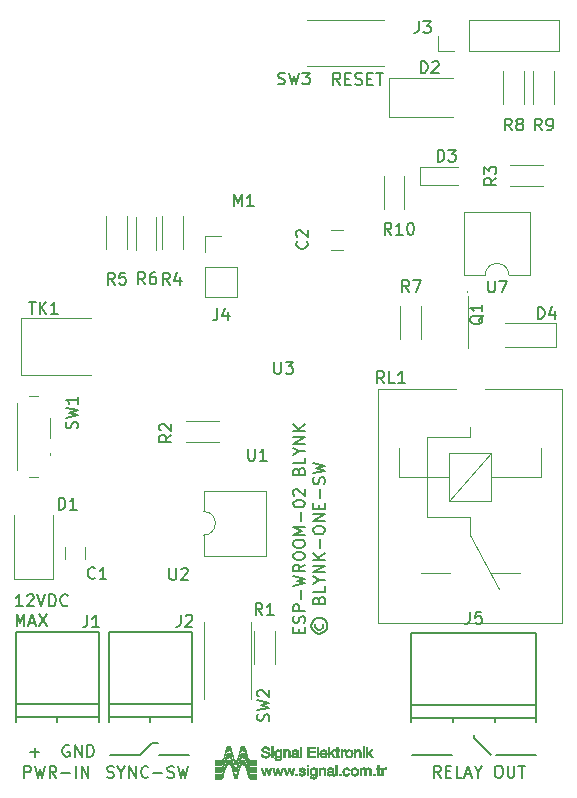
<source format=gto>
G04 #@! TF.FileFunction,Legend,Top*
%FSLAX46Y46*%
G04 Gerber Fmt 4.6, Leading zero omitted, Abs format (unit mm)*
G04 Created by KiCad (PCBNEW 4.0.6) date 10/30/17 11:30:06*
%MOMM*%
%LPD*%
G01*
G04 APERTURE LIST*
%ADD10C,0.025400*%
%ADD11C,0.180000*%
%ADD12C,0.200000*%
%ADD13C,0.100000*%
%ADD14C,0.120000*%
%ADD15C,0.150000*%
%ADD16C,0.010000*%
G04 APERTURE END LIST*
D10*
D11*
X131225715Y-112242381D02*
X131225715Y-111242381D01*
X131606668Y-111242381D01*
X131701906Y-111290000D01*
X131749525Y-111337619D01*
X131797144Y-111432857D01*
X131797144Y-111575714D01*
X131749525Y-111670952D01*
X131701906Y-111718571D01*
X131606668Y-111766190D01*
X131225715Y-111766190D01*
X132130477Y-111242381D02*
X132368572Y-112242381D01*
X132559049Y-111528095D01*
X132749525Y-112242381D01*
X132987620Y-111242381D01*
X133940001Y-112242381D02*
X133606667Y-111766190D01*
X133368572Y-112242381D02*
X133368572Y-111242381D01*
X133749525Y-111242381D01*
X133844763Y-111290000D01*
X133892382Y-111337619D01*
X133940001Y-111432857D01*
X133940001Y-111575714D01*
X133892382Y-111670952D01*
X133844763Y-111718571D01*
X133749525Y-111766190D01*
X133368572Y-111766190D01*
X134368572Y-111861429D02*
X135130477Y-111861429D01*
X135606667Y-112242381D02*
X135606667Y-111242381D01*
X136082857Y-112242381D02*
X136082857Y-111242381D01*
X136654286Y-112242381D01*
X136654286Y-111242381D01*
X138255238Y-112194762D02*
X138398095Y-112242381D01*
X138636191Y-112242381D01*
X138731429Y-112194762D01*
X138779048Y-112147143D01*
X138826667Y-112051905D01*
X138826667Y-111956667D01*
X138779048Y-111861429D01*
X138731429Y-111813810D01*
X138636191Y-111766190D01*
X138445714Y-111718571D01*
X138350476Y-111670952D01*
X138302857Y-111623333D01*
X138255238Y-111528095D01*
X138255238Y-111432857D01*
X138302857Y-111337619D01*
X138350476Y-111290000D01*
X138445714Y-111242381D01*
X138683810Y-111242381D01*
X138826667Y-111290000D01*
X139445714Y-111766190D02*
X139445714Y-112242381D01*
X139112381Y-111242381D02*
X139445714Y-111766190D01*
X139779048Y-111242381D01*
X140112381Y-112242381D02*
X140112381Y-111242381D01*
X140683810Y-112242381D01*
X140683810Y-111242381D01*
X141731429Y-112147143D02*
X141683810Y-112194762D01*
X141540953Y-112242381D01*
X141445715Y-112242381D01*
X141302857Y-112194762D01*
X141207619Y-112099524D01*
X141160000Y-112004286D01*
X141112381Y-111813810D01*
X141112381Y-111670952D01*
X141160000Y-111480476D01*
X141207619Y-111385238D01*
X141302857Y-111290000D01*
X141445715Y-111242381D01*
X141540953Y-111242381D01*
X141683810Y-111290000D01*
X141731429Y-111337619D01*
X142160000Y-111861429D02*
X142921905Y-111861429D01*
X143350476Y-112194762D02*
X143493333Y-112242381D01*
X143731429Y-112242381D01*
X143826667Y-112194762D01*
X143874286Y-112147143D01*
X143921905Y-112051905D01*
X143921905Y-111956667D01*
X143874286Y-111861429D01*
X143826667Y-111813810D01*
X143731429Y-111766190D01*
X143540952Y-111718571D01*
X143445714Y-111670952D01*
X143398095Y-111623333D01*
X143350476Y-111528095D01*
X143350476Y-111432857D01*
X143398095Y-111337619D01*
X143445714Y-111290000D01*
X143540952Y-111242381D01*
X143779048Y-111242381D01*
X143921905Y-111290000D01*
X144255238Y-111242381D02*
X144493333Y-112242381D01*
X144683810Y-111528095D01*
X144874286Y-112242381D01*
X145112381Y-111242381D01*
X166495714Y-112212381D02*
X166162380Y-111736190D01*
X165924285Y-112212381D02*
X165924285Y-111212381D01*
X166305238Y-111212381D01*
X166400476Y-111260000D01*
X166448095Y-111307619D01*
X166495714Y-111402857D01*
X166495714Y-111545714D01*
X166448095Y-111640952D01*
X166400476Y-111688571D01*
X166305238Y-111736190D01*
X165924285Y-111736190D01*
X166924285Y-111688571D02*
X167257619Y-111688571D01*
X167400476Y-112212381D02*
X166924285Y-112212381D01*
X166924285Y-111212381D01*
X167400476Y-111212381D01*
X168305238Y-112212381D02*
X167829047Y-112212381D01*
X167829047Y-111212381D01*
X168590952Y-111926667D02*
X169067143Y-111926667D01*
X168495714Y-112212381D02*
X168829047Y-111212381D01*
X169162381Y-112212381D01*
X169686190Y-111736190D02*
X169686190Y-112212381D01*
X169352857Y-111212381D02*
X169686190Y-111736190D01*
X170019524Y-111212381D01*
X171305238Y-111212381D02*
X171495715Y-111212381D01*
X171590953Y-111260000D01*
X171686191Y-111355238D01*
X171733810Y-111545714D01*
X171733810Y-111879048D01*
X171686191Y-112069524D01*
X171590953Y-112164762D01*
X171495715Y-112212381D01*
X171305238Y-112212381D01*
X171210000Y-112164762D01*
X171114762Y-112069524D01*
X171067143Y-111879048D01*
X171067143Y-111545714D01*
X171114762Y-111355238D01*
X171210000Y-111260000D01*
X171305238Y-111212381D01*
X172162381Y-111212381D02*
X172162381Y-112021905D01*
X172210000Y-112117143D01*
X172257619Y-112164762D01*
X172352857Y-112212381D01*
X172543334Y-112212381D01*
X172638572Y-112164762D01*
X172686191Y-112117143D01*
X172733810Y-112021905D01*
X172733810Y-111212381D01*
X173067143Y-111212381D02*
X173638572Y-111212381D01*
X173352857Y-112212381D02*
X173352857Y-111212381D01*
X154478571Y-99981905D02*
X154478571Y-99648571D01*
X155002381Y-99505714D02*
X155002381Y-99981905D01*
X154002381Y-99981905D01*
X154002381Y-99505714D01*
X154954762Y-99124762D02*
X155002381Y-98981905D01*
X155002381Y-98743809D01*
X154954762Y-98648571D01*
X154907143Y-98600952D01*
X154811905Y-98553333D01*
X154716667Y-98553333D01*
X154621429Y-98600952D01*
X154573810Y-98648571D01*
X154526190Y-98743809D01*
X154478571Y-98934286D01*
X154430952Y-99029524D01*
X154383333Y-99077143D01*
X154288095Y-99124762D01*
X154192857Y-99124762D01*
X154097619Y-99077143D01*
X154050000Y-99029524D01*
X154002381Y-98934286D01*
X154002381Y-98696190D01*
X154050000Y-98553333D01*
X155002381Y-98124762D02*
X154002381Y-98124762D01*
X154002381Y-97743809D01*
X154050000Y-97648571D01*
X154097619Y-97600952D01*
X154192857Y-97553333D01*
X154335714Y-97553333D01*
X154430952Y-97600952D01*
X154478571Y-97648571D01*
X154526190Y-97743809D01*
X154526190Y-98124762D01*
X154621429Y-97124762D02*
X154621429Y-96362857D01*
X154002381Y-95981905D02*
X155002381Y-95743810D01*
X154288095Y-95553333D01*
X155002381Y-95362857D01*
X154002381Y-95124762D01*
X155002381Y-94172381D02*
X154526190Y-94505715D01*
X155002381Y-94743810D02*
X154002381Y-94743810D01*
X154002381Y-94362857D01*
X154050000Y-94267619D01*
X154097619Y-94220000D01*
X154192857Y-94172381D01*
X154335714Y-94172381D01*
X154430952Y-94220000D01*
X154478571Y-94267619D01*
X154526190Y-94362857D01*
X154526190Y-94743810D01*
X154002381Y-93553334D02*
X154002381Y-93362857D01*
X154050000Y-93267619D01*
X154145238Y-93172381D01*
X154335714Y-93124762D01*
X154669048Y-93124762D01*
X154859524Y-93172381D01*
X154954762Y-93267619D01*
X155002381Y-93362857D01*
X155002381Y-93553334D01*
X154954762Y-93648572D01*
X154859524Y-93743810D01*
X154669048Y-93791429D01*
X154335714Y-93791429D01*
X154145238Y-93743810D01*
X154050000Y-93648572D01*
X154002381Y-93553334D01*
X154002381Y-92505715D02*
X154002381Y-92315238D01*
X154050000Y-92220000D01*
X154145238Y-92124762D01*
X154335714Y-92077143D01*
X154669048Y-92077143D01*
X154859524Y-92124762D01*
X154954762Y-92220000D01*
X155002381Y-92315238D01*
X155002381Y-92505715D01*
X154954762Y-92600953D01*
X154859524Y-92696191D01*
X154669048Y-92743810D01*
X154335714Y-92743810D01*
X154145238Y-92696191D01*
X154050000Y-92600953D01*
X154002381Y-92505715D01*
X155002381Y-91648572D02*
X154002381Y-91648572D01*
X154716667Y-91315238D01*
X154002381Y-90981905D01*
X155002381Y-90981905D01*
X154621429Y-90505715D02*
X154621429Y-89743810D01*
X154002381Y-89077144D02*
X154002381Y-88981905D01*
X154050000Y-88886667D01*
X154097619Y-88839048D01*
X154192857Y-88791429D01*
X154383333Y-88743810D01*
X154621429Y-88743810D01*
X154811905Y-88791429D01*
X154907143Y-88839048D01*
X154954762Y-88886667D01*
X155002381Y-88981905D01*
X155002381Y-89077144D01*
X154954762Y-89172382D01*
X154907143Y-89220001D01*
X154811905Y-89267620D01*
X154621429Y-89315239D01*
X154383333Y-89315239D01*
X154192857Y-89267620D01*
X154097619Y-89220001D01*
X154050000Y-89172382D01*
X154002381Y-89077144D01*
X154097619Y-88362858D02*
X154050000Y-88315239D01*
X154002381Y-88220001D01*
X154002381Y-87981905D01*
X154050000Y-87886667D01*
X154097619Y-87839048D01*
X154192857Y-87791429D01*
X154288095Y-87791429D01*
X154430952Y-87839048D01*
X155002381Y-88410477D01*
X155002381Y-87791429D01*
X154478571Y-86267619D02*
X154526190Y-86124762D01*
X154573810Y-86077143D01*
X154669048Y-86029524D01*
X154811905Y-86029524D01*
X154907143Y-86077143D01*
X154954762Y-86124762D01*
X155002381Y-86220000D01*
X155002381Y-86600953D01*
X154002381Y-86600953D01*
X154002381Y-86267619D01*
X154050000Y-86172381D01*
X154097619Y-86124762D01*
X154192857Y-86077143D01*
X154288095Y-86077143D01*
X154383333Y-86124762D01*
X154430952Y-86172381D01*
X154478571Y-86267619D01*
X154478571Y-86600953D01*
X155002381Y-85124762D02*
X155002381Y-85600953D01*
X154002381Y-85600953D01*
X154526190Y-84600953D02*
X155002381Y-84600953D01*
X154002381Y-84934286D02*
X154526190Y-84600953D01*
X154002381Y-84267619D01*
X155002381Y-83934286D02*
X154002381Y-83934286D01*
X155002381Y-83362857D01*
X154002381Y-83362857D01*
X155002381Y-82886667D02*
X154002381Y-82886667D01*
X155002381Y-82315238D02*
X154430952Y-82743810D01*
X154002381Y-82315238D02*
X154573810Y-82886667D01*
X155920476Y-99172381D02*
X155872857Y-99267619D01*
X155872857Y-99458095D01*
X155920476Y-99553333D01*
X156015714Y-99648571D01*
X156110952Y-99696190D01*
X156301429Y-99696190D01*
X156396667Y-99648571D01*
X156491905Y-99553333D01*
X156539524Y-99458095D01*
X156539524Y-99267619D01*
X156491905Y-99172381D01*
X155539524Y-99362857D02*
X155587143Y-99600952D01*
X155730000Y-99839048D01*
X155968095Y-99981905D01*
X156206190Y-100029524D01*
X156444286Y-99981905D01*
X156682381Y-99839048D01*
X156825238Y-99600952D01*
X156872857Y-99362857D01*
X156825238Y-99124762D01*
X156682381Y-98886667D01*
X156444286Y-98743810D01*
X156206190Y-98696190D01*
X155968095Y-98743810D01*
X155730000Y-98886667D01*
X155587143Y-99124762D01*
X155539524Y-99362857D01*
X156158571Y-97172380D02*
X156206190Y-97029523D01*
X156253810Y-96981904D01*
X156349048Y-96934285D01*
X156491905Y-96934285D01*
X156587143Y-96981904D01*
X156634762Y-97029523D01*
X156682381Y-97124761D01*
X156682381Y-97505714D01*
X155682381Y-97505714D01*
X155682381Y-97172380D01*
X155730000Y-97077142D01*
X155777619Y-97029523D01*
X155872857Y-96981904D01*
X155968095Y-96981904D01*
X156063333Y-97029523D01*
X156110952Y-97077142D01*
X156158571Y-97172380D01*
X156158571Y-97505714D01*
X156682381Y-96029523D02*
X156682381Y-96505714D01*
X155682381Y-96505714D01*
X156206190Y-95505714D02*
X156682381Y-95505714D01*
X155682381Y-95839047D02*
X156206190Y-95505714D01*
X155682381Y-95172380D01*
X156682381Y-94839047D02*
X155682381Y-94839047D01*
X156682381Y-94267618D01*
X155682381Y-94267618D01*
X156682381Y-93791428D02*
X155682381Y-93791428D01*
X156682381Y-93219999D02*
X156110952Y-93648571D01*
X155682381Y-93219999D02*
X156253810Y-93791428D01*
X156301429Y-92791428D02*
X156301429Y-92029523D01*
X155682381Y-91362857D02*
X155682381Y-91172380D01*
X155730000Y-91077142D01*
X155825238Y-90981904D01*
X156015714Y-90934285D01*
X156349048Y-90934285D01*
X156539524Y-90981904D01*
X156634762Y-91077142D01*
X156682381Y-91172380D01*
X156682381Y-91362857D01*
X156634762Y-91458095D01*
X156539524Y-91553333D01*
X156349048Y-91600952D01*
X156015714Y-91600952D01*
X155825238Y-91553333D01*
X155730000Y-91458095D01*
X155682381Y-91362857D01*
X156682381Y-90505714D02*
X155682381Y-90505714D01*
X156682381Y-89934285D01*
X155682381Y-89934285D01*
X156158571Y-89458095D02*
X156158571Y-89124761D01*
X156682381Y-88981904D02*
X156682381Y-89458095D01*
X155682381Y-89458095D01*
X155682381Y-88981904D01*
X156301429Y-88553333D02*
X156301429Y-87791428D01*
X156634762Y-87362857D02*
X156682381Y-87220000D01*
X156682381Y-86981904D01*
X156634762Y-86886666D01*
X156587143Y-86839047D01*
X156491905Y-86791428D01*
X156396667Y-86791428D01*
X156301429Y-86839047D01*
X156253810Y-86886666D01*
X156206190Y-86981904D01*
X156158571Y-87172381D01*
X156110952Y-87267619D01*
X156063333Y-87315238D01*
X155968095Y-87362857D01*
X155872857Y-87362857D01*
X155777619Y-87315238D01*
X155730000Y-87267619D01*
X155682381Y-87172381D01*
X155682381Y-86934285D01*
X155730000Y-86791428D01*
X155682381Y-86458095D02*
X156682381Y-86220000D01*
X155968095Y-86029523D01*
X156682381Y-85839047D01*
X155682381Y-85600952D01*
D12*
X131101905Y-97702381D02*
X130530476Y-97702381D01*
X130816190Y-97702381D02*
X130816190Y-96702381D01*
X130720952Y-96845238D01*
X130625714Y-96940476D01*
X130530476Y-96988095D01*
X131482857Y-96797619D02*
X131530476Y-96750000D01*
X131625714Y-96702381D01*
X131863810Y-96702381D01*
X131959048Y-96750000D01*
X132006667Y-96797619D01*
X132054286Y-96892857D01*
X132054286Y-96988095D01*
X132006667Y-97130952D01*
X131435238Y-97702381D01*
X132054286Y-97702381D01*
X132340000Y-96702381D02*
X132673333Y-97702381D01*
X133006667Y-96702381D01*
X133340000Y-97702381D02*
X133340000Y-96702381D01*
X133578095Y-96702381D01*
X133720953Y-96750000D01*
X133816191Y-96845238D01*
X133863810Y-96940476D01*
X133911429Y-97130952D01*
X133911429Y-97273810D01*
X133863810Y-97464286D01*
X133816191Y-97559524D01*
X133720953Y-97654762D01*
X133578095Y-97702381D01*
X133340000Y-97702381D01*
X134911429Y-97607143D02*
X134863810Y-97654762D01*
X134720953Y-97702381D01*
X134625715Y-97702381D01*
X134482857Y-97654762D01*
X134387619Y-97559524D01*
X134340000Y-97464286D01*
X134292381Y-97273810D01*
X134292381Y-97130952D01*
X134340000Y-96940476D01*
X134387619Y-96845238D01*
X134482857Y-96750000D01*
X134625715Y-96702381D01*
X134720953Y-96702381D01*
X134863810Y-96750000D01*
X134911429Y-96797619D01*
X130578095Y-99402381D02*
X130578095Y-98402381D01*
X130911429Y-99116667D01*
X131244762Y-98402381D01*
X131244762Y-99402381D01*
X131673333Y-99116667D02*
X132149524Y-99116667D01*
X131578095Y-99402381D02*
X131911428Y-98402381D01*
X132244762Y-99402381D01*
X132482857Y-98402381D02*
X133149524Y-99402381D01*
X133149524Y-98402381D02*
X132482857Y-99402381D01*
D11*
X131744286Y-110061429D02*
X132506191Y-110061429D01*
X132125239Y-110442381D02*
X132125239Y-109680476D01*
X135030001Y-109490000D02*
X134934763Y-109442381D01*
X134791906Y-109442381D01*
X134649048Y-109490000D01*
X134553810Y-109585238D01*
X134506191Y-109680476D01*
X134458572Y-109870952D01*
X134458572Y-110013810D01*
X134506191Y-110204286D01*
X134553810Y-110299524D01*
X134649048Y-110394762D01*
X134791906Y-110442381D01*
X134887144Y-110442381D01*
X135030001Y-110394762D01*
X135077620Y-110347143D01*
X135077620Y-110013810D01*
X134887144Y-110013810D01*
X135506191Y-110442381D02*
X135506191Y-109442381D01*
X136077620Y-110442381D01*
X136077620Y-109442381D01*
X136553810Y-110442381D02*
X136553810Y-109442381D01*
X136791905Y-109442381D01*
X136934763Y-109490000D01*
X137030001Y-109585238D01*
X137077620Y-109680476D01*
X137125239Y-109870952D01*
X137125239Y-110013810D01*
X137077620Y-110204286D01*
X137030001Y-110299524D01*
X136934763Y-110394762D01*
X136791905Y-110442381D01*
X136553810Y-110442381D01*
D12*
X169290000Y-108850000D02*
X169290000Y-108590000D01*
X142030000Y-109280000D02*
X142580000Y-109280000D01*
X141000000Y-110310000D02*
X142030000Y-109280000D01*
X142620000Y-110320000D02*
X145150000Y-110320000D01*
X138450000Y-110320000D02*
X141000000Y-110320000D01*
X164020000Y-110320000D02*
X167440000Y-110320000D01*
X171160000Y-110320000D02*
X174580000Y-110320000D01*
X169290000Y-108860000D02*
X170710000Y-110280000D01*
D11*
X157977619Y-53552381D02*
X157644285Y-53076190D01*
X157406190Y-53552381D02*
X157406190Y-52552381D01*
X157787143Y-52552381D01*
X157882381Y-52600000D01*
X157930000Y-52647619D01*
X157977619Y-52742857D01*
X157977619Y-52885714D01*
X157930000Y-52980952D01*
X157882381Y-53028571D01*
X157787143Y-53076190D01*
X157406190Y-53076190D01*
X158406190Y-53028571D02*
X158739524Y-53028571D01*
X158882381Y-53552381D02*
X158406190Y-53552381D01*
X158406190Y-52552381D01*
X158882381Y-52552381D01*
X159263333Y-53504762D02*
X159406190Y-53552381D01*
X159644286Y-53552381D01*
X159739524Y-53504762D01*
X159787143Y-53457143D01*
X159834762Y-53361905D01*
X159834762Y-53266667D01*
X159787143Y-53171429D01*
X159739524Y-53123810D01*
X159644286Y-53076190D01*
X159453809Y-53028571D01*
X159358571Y-52980952D01*
X159310952Y-52933333D01*
X159263333Y-52838095D01*
X159263333Y-52742857D01*
X159310952Y-52647619D01*
X159358571Y-52600000D01*
X159453809Y-52552381D01*
X159691905Y-52552381D01*
X159834762Y-52600000D01*
X160263333Y-53028571D02*
X160596667Y-53028571D01*
X160739524Y-53552381D02*
X160263333Y-53552381D01*
X160263333Y-52552381D01*
X160739524Y-52552381D01*
X161025238Y-52552381D02*
X161596667Y-52552381D01*
X161310952Y-53552381D02*
X161310952Y-52552381D01*
D13*
X168840711Y-71100000D02*
G75*
G03X168840711Y-71100000I-70711J0D01*
G01*
D14*
X168770000Y-71430000D02*
X168770000Y-75830000D01*
X136370000Y-93730000D02*
X136370000Y-92730000D01*
X134670000Y-92730000D02*
X134670000Y-93730000D01*
X158190000Y-65810000D02*
X157190000Y-65810000D01*
X157190000Y-67510000D02*
X158190000Y-67510000D01*
X130400000Y-95410000D02*
X133700000Y-95410000D01*
X133700000Y-95410000D02*
X133700000Y-90010000D01*
X130400000Y-95410000D02*
X130400000Y-90010000D01*
X162140000Y-52970000D02*
X162140000Y-56270000D01*
X162140000Y-56270000D02*
X167540000Y-56270000D01*
X162140000Y-52970000D02*
X167540000Y-52970000D01*
X167970000Y-62050000D02*
X164770000Y-62050000D01*
X164770000Y-60550000D02*
X167970000Y-60550000D01*
X164770000Y-60550000D02*
X164770000Y-62050000D01*
X171950000Y-75750000D02*
X176250000Y-75750000D01*
X176250000Y-75750000D02*
X176250000Y-73750000D01*
X176250000Y-73750000D02*
X171950000Y-73750000D01*
D15*
X134030000Y-107120000D02*
X134030000Y-107520000D01*
X130530000Y-106020000D02*
X137530000Y-106020000D01*
X130530000Y-107120000D02*
X137530000Y-107120000D01*
X130530000Y-99920000D02*
X130530000Y-107520000D01*
X137530000Y-107520000D02*
X137530000Y-99920000D01*
X137530000Y-99920000D02*
X130530000Y-99920000D01*
X141900000Y-107110000D02*
X141900000Y-107510000D01*
X138400000Y-106010000D02*
X145400000Y-106010000D01*
X138400000Y-107110000D02*
X145400000Y-107110000D01*
X138400000Y-99910000D02*
X138400000Y-107510000D01*
X145400000Y-107510000D02*
X145400000Y-99910000D01*
X145400000Y-99910000D02*
X138400000Y-99910000D01*
D14*
X176540000Y-50720000D02*
X176540000Y-48060000D01*
X168860000Y-50720000D02*
X176540000Y-50720000D01*
X168860000Y-48060000D02*
X176540000Y-48060000D01*
X168860000Y-50720000D02*
X168860000Y-48060000D01*
X167590000Y-50720000D02*
X166260000Y-50720000D01*
X166260000Y-50720000D02*
X166260000Y-49390000D01*
X146550000Y-71560000D02*
X149210000Y-71560000D01*
X146550000Y-68960000D02*
X146550000Y-71560000D01*
X149210000Y-68960000D02*
X149210000Y-71560000D01*
X146550000Y-68960000D02*
X149210000Y-68960000D01*
X146550000Y-67690000D02*
X146550000Y-66360000D01*
X146550000Y-66360000D02*
X147880000Y-66360000D01*
D15*
X167500000Y-107140000D02*
X167500000Y-107540000D01*
X171100000Y-107140000D02*
X171100000Y-107540000D01*
X164000000Y-106040000D02*
X174600000Y-106040000D01*
X164000000Y-107140000D02*
X174600000Y-107140000D01*
X164000000Y-99940000D02*
X164000000Y-107540000D01*
X174600000Y-107540000D02*
X174600000Y-99940000D01*
X174600000Y-99940000D02*
X164000000Y-99940000D01*
D14*
X150720000Y-102560000D02*
X150720000Y-99760000D01*
X152480000Y-99760000D02*
X152480000Y-102560000D01*
X144950000Y-82050000D02*
X147750000Y-82050000D01*
X147750000Y-83810000D02*
X144950000Y-83810000D01*
X172330000Y-60360000D02*
X175130000Y-60360000D01*
X175130000Y-62120000D02*
X172330000Y-62120000D01*
X142870000Y-67500000D02*
X142870000Y-64700000D01*
X144630000Y-64700000D02*
X144630000Y-67500000D01*
X138150000Y-67470000D02*
X138150000Y-64670000D01*
X139910000Y-64670000D02*
X139910000Y-67470000D01*
X140660000Y-67510000D02*
X140660000Y-64710000D01*
X142420000Y-64710000D02*
X142420000Y-67510000D01*
X164780000Y-72310000D02*
X164780000Y-75110000D01*
X163020000Y-75110000D02*
X163020000Y-72310000D01*
X171790000Y-55160000D02*
X171790000Y-52360000D01*
X173550000Y-52360000D02*
X173550000Y-55160000D01*
X174340000Y-55200000D02*
X174340000Y-52400000D01*
X176100000Y-52400000D02*
X176100000Y-55200000D01*
X167800000Y-79320000D02*
X161200000Y-79320000D01*
X176800000Y-79320000D02*
X170200000Y-79320000D01*
X176800000Y-79320000D02*
X176800000Y-99120000D01*
X176800000Y-99120000D02*
X161200000Y-99120000D01*
X161200000Y-99120000D02*
X161200000Y-79320000D01*
X164800000Y-94870000D02*
X167250000Y-94870000D01*
X173200000Y-94870000D02*
X170700000Y-94870000D01*
X162950000Y-84270000D02*
X162950000Y-86770000D01*
X168950000Y-83370000D02*
X168950000Y-82570000D01*
X174950000Y-86770000D02*
X174950000Y-84270000D01*
X168950000Y-90170000D02*
X168950000Y-91670000D01*
X168950000Y-91670000D02*
X171450000Y-96270000D01*
X165350000Y-90170000D02*
X165350000Y-83370000D01*
X168950000Y-90170000D02*
X165350000Y-90170000D01*
X168950000Y-83370000D02*
X165350000Y-83370000D01*
X174950000Y-86770000D02*
X170750000Y-86770000D01*
X167150000Y-86770000D02*
X162950000Y-86770000D01*
X167150000Y-88770000D02*
X170750000Y-84770000D01*
X167150000Y-84770000D02*
X170750000Y-84770000D01*
X170750000Y-84770000D02*
X170750000Y-88770000D01*
X170750000Y-88770000D02*
X167150000Y-88770000D01*
X167150000Y-88770000D02*
X167150000Y-84770000D01*
X133440000Y-84730000D02*
X133440000Y-84930000D01*
X130590000Y-80480000D02*
X130590000Y-86180000D01*
X133440000Y-81730000D02*
X133440000Y-83430000D01*
X132390000Y-79880000D02*
X131600000Y-79880000D01*
X131600000Y-86780000D02*
X132390000Y-86780000D01*
D13*
X150400000Y-99050000D02*
X150400000Y-105550000D01*
X146440000Y-99030000D02*
X146440000Y-105530000D01*
D14*
X130960000Y-73290000D02*
X136910000Y-73290000D01*
X130960000Y-78090000D02*
X136910000Y-78090000D01*
X130960000Y-73290000D02*
X130960000Y-78090000D01*
X146410000Y-91680000D02*
X146410000Y-93450000D01*
X146410000Y-93450000D02*
X151730000Y-93450000D01*
X151730000Y-93450000D02*
X151730000Y-87910000D01*
X151730000Y-87910000D02*
X146410000Y-87910000D01*
X146410000Y-87910000D02*
X146410000Y-89680000D01*
X146410000Y-89680000D02*
G75*
G02X146410000Y-91680000I0J-1000000D01*
G01*
X172260000Y-69680000D02*
X174030000Y-69680000D01*
X174030000Y-69680000D02*
X174030000Y-64360000D01*
X174030000Y-64360000D02*
X168490000Y-64360000D01*
X168490000Y-64360000D02*
X168490000Y-69680000D01*
X168490000Y-69680000D02*
X170260000Y-69680000D01*
X170260000Y-69680000D02*
G75*
G02X172260000Y-69680000I1000000J0D01*
G01*
X161650000Y-64110000D02*
X161650000Y-61310000D01*
X163410000Y-61310000D02*
X163410000Y-64110000D01*
D13*
X155190000Y-48040000D02*
X161690000Y-48040000D01*
X155170000Y-52000000D02*
X161670000Y-52000000D01*
D16*
G36*
X149745057Y-110721349D02*
X149783096Y-110730555D01*
X149814186Y-110749393D01*
X149842087Y-110780723D01*
X149870556Y-110827405D01*
X149891021Y-110867083D01*
X149905628Y-110898258D01*
X149920241Y-110933471D01*
X149935606Y-110975045D01*
X149952471Y-111025302D01*
X149971582Y-111086564D01*
X149993687Y-111161153D01*
X150019531Y-111251392D01*
X150049863Y-111359602D01*
X150052696Y-111369791D01*
X150083845Y-111481344D01*
X150110325Y-111574367D01*
X150132959Y-111650774D01*
X150152570Y-111712477D01*
X150169981Y-111761389D01*
X150186015Y-111799422D01*
X150201496Y-111828490D01*
X150217246Y-111850505D01*
X150234089Y-111867380D01*
X150252846Y-111881027D01*
X150274343Y-111893359D01*
X150279059Y-111895844D01*
X150335667Y-111925416D01*
X150862894Y-111925416D01*
X150860009Y-112118562D01*
X150857125Y-112311708D01*
X150613708Y-112314663D01*
X150527460Y-112315764D01*
X150455443Y-112315653D01*
X150395890Y-112312633D01*
X150347033Y-112305002D01*
X150307104Y-112291063D01*
X150274335Y-112269117D01*
X150246958Y-112237464D01*
X150223206Y-112194405D01*
X150201311Y-112138242D01*
X150179505Y-112067274D01*
X150156020Y-111979804D01*
X150129088Y-111874132D01*
X150120612Y-111840750D01*
X150081043Y-111690282D01*
X150043921Y-111559889D01*
X150008897Y-111448664D01*
X149975626Y-111355699D01*
X149943760Y-111280088D01*
X149912952Y-111220923D01*
X149882855Y-111177297D01*
X149856898Y-111151211D01*
X149822544Y-111130606D01*
X149776293Y-111112002D01*
X149747685Y-111103714D01*
X149708037Y-111094622D01*
X149680199Y-111091248D01*
X149655595Y-111093603D01*
X149625651Y-111101698D01*
X149618637Y-111103891D01*
X149560114Y-111133107D01*
X149512656Y-111180294D01*
X149476408Y-111245295D01*
X149466018Y-111273363D01*
X149458719Y-111297465D01*
X149446704Y-111339501D01*
X149430668Y-111396939D01*
X149411306Y-111467250D01*
X149389314Y-111547903D01*
X149365386Y-111636367D01*
X149340218Y-111730112D01*
X149328242Y-111774961D01*
X149303253Y-111868236D01*
X149279589Y-111955658D01*
X149257873Y-112034996D01*
X149238724Y-112104021D01*
X149222766Y-112160501D01*
X149210619Y-112202207D01*
X149202905Y-112226908D01*
X149200772Y-112232447D01*
X149176509Y-112257441D01*
X149140362Y-112272262D01*
X149099411Y-112276136D01*
X149060736Y-112268293D01*
X149033794Y-112250650D01*
X149026501Y-112238608D01*
X149016761Y-112214839D01*
X149004204Y-112178095D01*
X148988458Y-112127130D01*
X148969152Y-112060697D01*
X148945914Y-111977548D01*
X148918373Y-111876437D01*
X148886157Y-111756117D01*
X148883542Y-111746287D01*
X148850736Y-111623495D01*
X148822481Y-111519475D01*
X148798153Y-111432474D01*
X148777125Y-111360740D01*
X148758771Y-111302521D01*
X148742464Y-111256065D01*
X148727580Y-111219618D01*
X148713491Y-111191430D01*
X148699573Y-111169748D01*
X148685198Y-111152820D01*
X148669740Y-111138893D01*
X148665261Y-111135391D01*
X148609478Y-111105276D01*
X148547884Y-111093052D01*
X148484068Y-111097649D01*
X148421620Y-111117993D01*
X148364131Y-111153012D01*
X148315190Y-111201635D01*
X148284915Y-111248991D01*
X148270822Y-111277853D01*
X148257619Y-111307650D01*
X148244538Y-111340778D01*
X148230812Y-111379632D01*
X148215672Y-111426611D01*
X148198353Y-111484109D01*
X148178085Y-111554522D01*
X148154102Y-111640248D01*
X148125635Y-111743683D01*
X148120794Y-111761375D01*
X148091864Y-111866931D01*
X148067767Y-111954098D01*
X148047840Y-112024926D01*
X148031420Y-112081467D01*
X148017844Y-112125771D01*
X148006448Y-112159890D01*
X147996568Y-112185874D01*
X147987541Y-112205774D01*
X147978704Y-112221642D01*
X147969393Y-112235528D01*
X147965848Y-112240368D01*
X147947782Y-112262904D01*
X147929199Y-112280551D01*
X147907332Y-112293902D01*
X147879419Y-112303549D01*
X147842693Y-112310084D01*
X147794390Y-112314099D01*
X147731747Y-112316186D01*
X147651997Y-112316939D01*
X147608131Y-112317000D01*
X147525029Y-112316745D01*
X147461008Y-112315906D01*
X147413984Y-112314373D01*
X147381877Y-112312033D01*
X147362605Y-112308775D01*
X147354087Y-112304488D01*
X147353443Y-112303382D01*
X147351878Y-112288699D01*
X147350847Y-112256650D01*
X147350395Y-112211031D01*
X147350567Y-112155637D01*
X147351130Y-112110236D01*
X147354042Y-111930708D01*
X147623917Y-111925416D01*
X147707507Y-111923659D01*
X147772758Y-111921898D01*
X147822496Y-111919885D01*
X147859547Y-111917371D01*
X147886737Y-111914110D01*
X147906891Y-111909852D01*
X147922836Y-111904351D01*
X147936125Y-111898026D01*
X147965116Y-111879492D01*
X147991759Y-111854486D01*
X148016784Y-111821283D01*
X148040922Y-111778153D01*
X148064902Y-111723372D01*
X148089456Y-111655211D01*
X148115315Y-111571945D01*
X148143208Y-111471845D01*
X148173866Y-111353184D01*
X148184304Y-111311317D01*
X148217471Y-111181660D01*
X148248102Y-111071528D01*
X148276781Y-110979513D01*
X148304091Y-110904203D01*
X148330617Y-110844189D01*
X148356943Y-110798061D01*
X148383652Y-110764410D01*
X148411329Y-110741826D01*
X148422799Y-110735576D01*
X148456971Y-110725388D01*
X148503213Y-110719664D01*
X148527377Y-110718916D01*
X148567063Y-110719997D01*
X148593520Y-110724835D01*
X148614641Y-110735827D01*
X148633538Y-110751131D01*
X148662179Y-110782426D01*
X148687045Y-110819493D01*
X148691352Y-110827860D01*
X148698301Y-110847236D01*
X148709724Y-110884844D01*
X148724990Y-110938372D01*
X148743469Y-111005510D01*
X148764532Y-111083948D01*
X148787550Y-111171375D01*
X148811892Y-111265480D01*
X148830384Y-111338041D01*
X148855071Y-111434713D01*
X148878704Y-111525678D01*
X148900685Y-111608749D01*
X148920416Y-111681736D01*
X148937300Y-111742450D01*
X148950738Y-111788701D01*
X148960134Y-111818301D01*
X148964263Y-111828407D01*
X148989960Y-111853196D01*
X149029126Y-111874557D01*
X149074065Y-111889061D01*
X149110179Y-111893434D01*
X149156764Y-111886591D01*
X149202535Y-111868069D01*
X149239854Y-111841619D01*
X149256048Y-111821801D01*
X149262227Y-111805606D01*
X149272933Y-111771064D01*
X149287564Y-111720366D01*
X149305519Y-111655699D01*
X149326198Y-111579255D01*
X149349001Y-111493223D01*
X149373327Y-111399792D01*
X149395086Y-111314887D01*
X149427092Y-111189426D01*
X149454713Y-111082937D01*
X149478734Y-110993862D01*
X149499942Y-110920649D01*
X149519123Y-110861742D01*
X149537062Y-110815585D01*
X149554545Y-110780625D01*
X149572358Y-110755307D01*
X149591287Y-110738075D01*
X149612118Y-110727375D01*
X149635636Y-110721652D01*
X149662628Y-110719351D01*
X149693879Y-110718917D01*
X149696312Y-110718916D01*
X149745057Y-110721349D01*
X149745057Y-110721349D01*
G37*
X149745057Y-110721349D02*
X149783096Y-110730555D01*
X149814186Y-110749393D01*
X149842087Y-110780723D01*
X149870556Y-110827405D01*
X149891021Y-110867083D01*
X149905628Y-110898258D01*
X149920241Y-110933471D01*
X149935606Y-110975045D01*
X149952471Y-111025302D01*
X149971582Y-111086564D01*
X149993687Y-111161153D01*
X150019531Y-111251392D01*
X150049863Y-111359602D01*
X150052696Y-111369791D01*
X150083845Y-111481344D01*
X150110325Y-111574367D01*
X150132959Y-111650774D01*
X150152570Y-111712477D01*
X150169981Y-111761389D01*
X150186015Y-111799422D01*
X150201496Y-111828490D01*
X150217246Y-111850505D01*
X150234089Y-111867380D01*
X150252846Y-111881027D01*
X150274343Y-111893359D01*
X150279059Y-111895844D01*
X150335667Y-111925416D01*
X150862894Y-111925416D01*
X150860009Y-112118562D01*
X150857125Y-112311708D01*
X150613708Y-112314663D01*
X150527460Y-112315764D01*
X150455443Y-112315653D01*
X150395890Y-112312633D01*
X150347033Y-112305002D01*
X150307104Y-112291063D01*
X150274335Y-112269117D01*
X150246958Y-112237464D01*
X150223206Y-112194405D01*
X150201311Y-112138242D01*
X150179505Y-112067274D01*
X150156020Y-111979804D01*
X150129088Y-111874132D01*
X150120612Y-111840750D01*
X150081043Y-111690282D01*
X150043921Y-111559889D01*
X150008897Y-111448664D01*
X149975626Y-111355699D01*
X149943760Y-111280088D01*
X149912952Y-111220923D01*
X149882855Y-111177297D01*
X149856898Y-111151211D01*
X149822544Y-111130606D01*
X149776293Y-111112002D01*
X149747685Y-111103714D01*
X149708037Y-111094622D01*
X149680199Y-111091248D01*
X149655595Y-111093603D01*
X149625651Y-111101698D01*
X149618637Y-111103891D01*
X149560114Y-111133107D01*
X149512656Y-111180294D01*
X149476408Y-111245295D01*
X149466018Y-111273363D01*
X149458719Y-111297465D01*
X149446704Y-111339501D01*
X149430668Y-111396939D01*
X149411306Y-111467250D01*
X149389314Y-111547903D01*
X149365386Y-111636367D01*
X149340218Y-111730112D01*
X149328242Y-111774961D01*
X149303253Y-111868236D01*
X149279589Y-111955658D01*
X149257873Y-112034996D01*
X149238724Y-112104021D01*
X149222766Y-112160501D01*
X149210619Y-112202207D01*
X149202905Y-112226908D01*
X149200772Y-112232447D01*
X149176509Y-112257441D01*
X149140362Y-112272262D01*
X149099411Y-112276136D01*
X149060736Y-112268293D01*
X149033794Y-112250650D01*
X149026501Y-112238608D01*
X149016761Y-112214839D01*
X149004204Y-112178095D01*
X148988458Y-112127130D01*
X148969152Y-112060697D01*
X148945914Y-111977548D01*
X148918373Y-111876437D01*
X148886157Y-111756117D01*
X148883542Y-111746287D01*
X148850736Y-111623495D01*
X148822481Y-111519475D01*
X148798153Y-111432474D01*
X148777125Y-111360740D01*
X148758771Y-111302521D01*
X148742464Y-111256065D01*
X148727580Y-111219618D01*
X148713491Y-111191430D01*
X148699573Y-111169748D01*
X148685198Y-111152820D01*
X148669740Y-111138893D01*
X148665261Y-111135391D01*
X148609478Y-111105276D01*
X148547884Y-111093052D01*
X148484068Y-111097649D01*
X148421620Y-111117993D01*
X148364131Y-111153012D01*
X148315190Y-111201635D01*
X148284915Y-111248991D01*
X148270822Y-111277853D01*
X148257619Y-111307650D01*
X148244538Y-111340778D01*
X148230812Y-111379632D01*
X148215672Y-111426611D01*
X148198353Y-111484109D01*
X148178085Y-111554522D01*
X148154102Y-111640248D01*
X148125635Y-111743683D01*
X148120794Y-111761375D01*
X148091864Y-111866931D01*
X148067767Y-111954098D01*
X148047840Y-112024926D01*
X148031420Y-112081467D01*
X148017844Y-112125771D01*
X148006448Y-112159890D01*
X147996568Y-112185874D01*
X147987541Y-112205774D01*
X147978704Y-112221642D01*
X147969393Y-112235528D01*
X147965848Y-112240368D01*
X147947782Y-112262904D01*
X147929199Y-112280551D01*
X147907332Y-112293902D01*
X147879419Y-112303549D01*
X147842693Y-112310084D01*
X147794390Y-112314099D01*
X147731747Y-112316186D01*
X147651997Y-112316939D01*
X147608131Y-112317000D01*
X147525029Y-112316745D01*
X147461008Y-112315906D01*
X147413984Y-112314373D01*
X147381877Y-112312033D01*
X147362605Y-112308775D01*
X147354087Y-112304488D01*
X147353443Y-112303382D01*
X147351878Y-112288699D01*
X147350847Y-112256650D01*
X147350395Y-112211031D01*
X147350567Y-112155637D01*
X147351130Y-112110236D01*
X147354042Y-111930708D01*
X147623917Y-111925416D01*
X147707507Y-111923659D01*
X147772758Y-111921898D01*
X147822496Y-111919885D01*
X147859547Y-111917371D01*
X147886737Y-111914110D01*
X147906891Y-111909852D01*
X147922836Y-111904351D01*
X147936125Y-111898026D01*
X147965116Y-111879492D01*
X147991759Y-111854486D01*
X148016784Y-111821283D01*
X148040922Y-111778153D01*
X148064902Y-111723372D01*
X148089456Y-111655211D01*
X148115315Y-111571945D01*
X148143208Y-111471845D01*
X148173866Y-111353184D01*
X148184304Y-111311317D01*
X148217471Y-111181660D01*
X148248102Y-111071528D01*
X148276781Y-110979513D01*
X148304091Y-110904203D01*
X148330617Y-110844189D01*
X148356943Y-110798061D01*
X148383652Y-110764410D01*
X148411329Y-110741826D01*
X148422799Y-110735576D01*
X148456971Y-110725388D01*
X148503213Y-110719664D01*
X148527377Y-110718916D01*
X148567063Y-110719997D01*
X148593520Y-110724835D01*
X148614641Y-110735827D01*
X148633538Y-110751131D01*
X148662179Y-110782426D01*
X148687045Y-110819493D01*
X148691352Y-110827860D01*
X148698301Y-110847236D01*
X148709724Y-110884844D01*
X148724990Y-110938372D01*
X148743469Y-111005510D01*
X148764532Y-111083948D01*
X148787550Y-111171375D01*
X148811892Y-111265480D01*
X148830384Y-111338041D01*
X148855071Y-111434713D01*
X148878704Y-111525678D01*
X148900685Y-111608749D01*
X148920416Y-111681736D01*
X148937300Y-111742450D01*
X148950738Y-111788701D01*
X148960134Y-111818301D01*
X148964263Y-111828407D01*
X148989960Y-111853196D01*
X149029126Y-111874557D01*
X149074065Y-111889061D01*
X149110179Y-111893434D01*
X149156764Y-111886591D01*
X149202535Y-111868069D01*
X149239854Y-111841619D01*
X149256048Y-111821801D01*
X149262227Y-111805606D01*
X149272933Y-111771064D01*
X149287564Y-111720366D01*
X149305519Y-111655699D01*
X149326198Y-111579255D01*
X149349001Y-111493223D01*
X149373327Y-111399792D01*
X149395086Y-111314887D01*
X149427092Y-111189426D01*
X149454713Y-111082937D01*
X149478734Y-110993862D01*
X149499942Y-110920649D01*
X149519123Y-110861742D01*
X149537062Y-110815585D01*
X149554545Y-110780625D01*
X149572358Y-110755307D01*
X149591287Y-110738075D01*
X149612118Y-110727375D01*
X149635636Y-110721652D01*
X149662628Y-110719351D01*
X149693879Y-110718917D01*
X149696312Y-110718916D01*
X149745057Y-110721349D01*
G36*
X155739510Y-111358378D02*
X155803277Y-111376632D01*
X155853208Y-111410770D01*
X155854465Y-111412014D01*
X155889500Y-111447050D01*
X155889500Y-111364500D01*
X155995333Y-111364500D01*
X155995333Y-111690818D01*
X155995046Y-111798099D01*
X155993999Y-111886613D01*
X155991918Y-111958756D01*
X155988526Y-112016923D01*
X155983548Y-112063508D01*
X155976708Y-112100906D01*
X155967729Y-112131513D01*
X155956336Y-112157722D01*
X155942253Y-112181930D01*
X155938025Y-112188328D01*
X155900534Y-112232474D01*
X155854883Y-112263410D01*
X155797547Y-112282721D01*
X155725001Y-112291990D01*
X155705393Y-112292881D01*
X155651527Y-112293434D01*
X155611511Y-112290350D01*
X155578215Y-112282779D01*
X155557116Y-112275177D01*
X155504932Y-112247383D01*
X155461322Y-112211128D01*
X155429907Y-112170406D01*
X155414309Y-112129214D01*
X155413250Y-112116442D01*
X155416029Y-112103199D01*
X155427926Y-112096771D01*
X155454281Y-112094858D01*
X155463521Y-112094816D01*
X155495609Y-112096487D01*
X155514528Y-112103794D01*
X155528178Y-112120347D01*
X155531391Y-112125818D01*
X155562941Y-112161304D01*
X155607352Y-112185035D01*
X155659711Y-112196755D01*
X155715109Y-112196208D01*
X155768633Y-112183136D01*
X155815373Y-112157284D01*
X155832753Y-112141552D01*
X155860718Y-112099236D01*
X155880266Y-112043484D01*
X155889184Y-111981098D01*
X155889500Y-111967229D01*
X155889500Y-111936000D01*
X155849558Y-111975941D01*
X155796995Y-112014388D01*
X155735539Y-112036431D01*
X155669283Y-112042381D01*
X155602319Y-112032551D01*
X155538739Y-112007252D01*
X155482637Y-111966796D01*
X155463288Y-111946534D01*
X155426297Y-111893698D01*
X155402404Y-111834911D01*
X155390192Y-111765500D01*
X155387914Y-111698454D01*
X155506915Y-111698454D01*
X155513832Y-111778706D01*
X155533468Y-111844282D01*
X155564882Y-111894239D01*
X155607132Y-111927631D01*
X155659278Y-111943517D01*
X155720377Y-111940951D01*
X155743457Y-111935587D01*
X155782672Y-111915431D01*
X155819975Y-111880268D01*
X155850230Y-111836009D01*
X155867233Y-111793110D01*
X155876487Y-111734721D01*
X155878121Y-111670279D01*
X155872199Y-111609984D01*
X155865941Y-111582940D01*
X155839765Y-111528508D01*
X155799954Y-111487283D01*
X155750307Y-111461191D01*
X155694617Y-111452155D01*
X155636681Y-111462099D01*
X155631359Y-111464039D01*
X155580787Y-111491149D01*
X155544205Y-111529577D01*
X155520547Y-111581332D01*
X155508745Y-111648420D01*
X155506915Y-111698454D01*
X155387914Y-111698454D01*
X155387894Y-111697875D01*
X155396723Y-111604821D01*
X155420409Y-111525032D01*
X155458202Y-111459442D01*
X155509351Y-111408988D01*
X155573106Y-111374606D01*
X155648715Y-111357230D01*
X155662126Y-111356072D01*
X155739510Y-111358378D01*
X155739510Y-111358378D01*
G37*
X155739510Y-111358378D02*
X155803277Y-111376632D01*
X155853208Y-111410770D01*
X155854465Y-111412014D01*
X155889500Y-111447050D01*
X155889500Y-111364500D01*
X155995333Y-111364500D01*
X155995333Y-111690818D01*
X155995046Y-111798099D01*
X155993999Y-111886613D01*
X155991918Y-111958756D01*
X155988526Y-112016923D01*
X155983548Y-112063508D01*
X155976708Y-112100906D01*
X155967729Y-112131513D01*
X155956336Y-112157722D01*
X155942253Y-112181930D01*
X155938025Y-112188328D01*
X155900534Y-112232474D01*
X155854883Y-112263410D01*
X155797547Y-112282721D01*
X155725001Y-112291990D01*
X155705393Y-112292881D01*
X155651527Y-112293434D01*
X155611511Y-112290350D01*
X155578215Y-112282779D01*
X155557116Y-112275177D01*
X155504932Y-112247383D01*
X155461322Y-112211128D01*
X155429907Y-112170406D01*
X155414309Y-112129214D01*
X155413250Y-112116442D01*
X155416029Y-112103199D01*
X155427926Y-112096771D01*
X155454281Y-112094858D01*
X155463521Y-112094816D01*
X155495609Y-112096487D01*
X155514528Y-112103794D01*
X155528178Y-112120347D01*
X155531391Y-112125818D01*
X155562941Y-112161304D01*
X155607352Y-112185035D01*
X155659711Y-112196755D01*
X155715109Y-112196208D01*
X155768633Y-112183136D01*
X155815373Y-112157284D01*
X155832753Y-112141552D01*
X155860718Y-112099236D01*
X155880266Y-112043484D01*
X155889184Y-111981098D01*
X155889500Y-111967229D01*
X155889500Y-111936000D01*
X155849558Y-111975941D01*
X155796995Y-112014388D01*
X155735539Y-112036431D01*
X155669283Y-112042381D01*
X155602319Y-112032551D01*
X155538739Y-112007252D01*
X155482637Y-111966796D01*
X155463288Y-111946534D01*
X155426297Y-111893698D01*
X155402404Y-111834911D01*
X155390192Y-111765500D01*
X155387914Y-111698454D01*
X155506915Y-111698454D01*
X155513832Y-111778706D01*
X155533468Y-111844282D01*
X155564882Y-111894239D01*
X155607132Y-111927631D01*
X155659278Y-111943517D01*
X155720377Y-111940951D01*
X155743457Y-111935587D01*
X155782672Y-111915431D01*
X155819975Y-111880268D01*
X155850230Y-111836009D01*
X155867233Y-111793110D01*
X155876487Y-111734721D01*
X155878121Y-111670279D01*
X155872199Y-111609984D01*
X155865941Y-111582940D01*
X155839765Y-111528508D01*
X155799954Y-111487283D01*
X155750307Y-111461191D01*
X155694617Y-111452155D01*
X155636681Y-111462099D01*
X155631359Y-111464039D01*
X155580787Y-111491149D01*
X155544205Y-111529577D01*
X155520547Y-111581332D01*
X155508745Y-111648420D01*
X155506915Y-111698454D01*
X155387914Y-111698454D01*
X155387894Y-111697875D01*
X155396723Y-111604821D01*
X155420409Y-111525032D01*
X155458202Y-111459442D01*
X155509351Y-111408988D01*
X155573106Y-111374606D01*
X155648715Y-111357230D01*
X155662126Y-111356072D01*
X155739510Y-111358378D01*
G36*
X154783656Y-111356500D02*
X154845706Y-111368446D01*
X154898345Y-111390997D01*
X154917958Y-111404953D01*
X154946392Y-111436746D01*
X154970679Y-111477576D01*
X154986306Y-111518841D01*
X154989684Y-111541770D01*
X154987686Y-111555962D01*
X154977779Y-111563036D01*
X154954635Y-111565407D01*
X154937142Y-111565583D01*
X154905206Y-111564526D01*
X154887244Y-111558803D01*
X154876083Y-111544589D01*
X154869234Y-111529364D01*
X154844524Y-111490929D01*
X154806799Y-111466140D01*
X154756286Y-111453433D01*
X154703242Y-111452083D01*
X154656734Y-111461868D01*
X154620132Y-111480844D01*
X154596805Y-111507067D01*
X154590124Y-111538594D01*
X154591751Y-111548332D01*
X154600831Y-111568283D01*
X154619002Y-111585559D01*
X154649041Y-111601549D01*
X154693723Y-111617645D01*
X154755823Y-111635237D01*
X154775173Y-111640229D01*
X154857748Y-111663890D01*
X154921110Y-111688698D01*
X154967206Y-111716211D01*
X154997986Y-111747986D01*
X155015399Y-111785581D01*
X155021392Y-111830554D01*
X155021434Y-111837057D01*
X155011471Y-111899005D01*
X154982525Y-111951791D01*
X154934873Y-111995030D01*
X154889375Y-112019930D01*
X154862664Y-112026991D01*
X154821331Y-112032655D01*
X154771894Y-112036603D01*
X154720869Y-112038516D01*
X154674775Y-112038076D01*
X154640127Y-112034963D01*
X154630015Y-112032609D01*
X154566824Y-112003915D01*
X154516147Y-111964874D01*
X154480519Y-111918291D01*
X154462476Y-111866971D01*
X154460750Y-111845352D01*
X154462639Y-111829871D01*
X154471955Y-111822259D01*
X154494172Y-111819768D01*
X154512061Y-111819583D01*
X154543283Y-111820600D01*
X154560749Y-111826676D01*
X154571861Y-111842351D01*
X154579650Y-111861023D01*
X154600343Y-111896909D01*
X154631316Y-111921144D01*
X154675641Y-111935187D01*
X154736388Y-111940497D01*
X154747178Y-111940630D01*
X154796893Y-111939098D01*
X154831245Y-111933305D01*
X154855774Y-111922309D01*
X154856139Y-111922071D01*
X154887649Y-111892022D01*
X154902205Y-111857194D01*
X154899412Y-111822224D01*
X154878877Y-111791749D01*
X154867943Y-111783341D01*
X154847129Y-111773759D01*
X154810963Y-111761078D01*
X154764707Y-111747016D01*
X154718331Y-111734481D01*
X154641957Y-111713226D01*
X154583814Y-111692458D01*
X154541056Y-111670728D01*
X154510836Y-111646590D01*
X154490307Y-111618595D01*
X154490255Y-111618500D01*
X154475508Y-111572277D01*
X154474456Y-111519363D01*
X154486544Y-111468714D01*
X154501243Y-111441167D01*
X154537919Y-111406380D01*
X154589326Y-111380100D01*
X154650637Y-111362747D01*
X154717023Y-111354741D01*
X154783656Y-111356500D01*
X154783656Y-111356500D01*
G37*
X154783656Y-111356500D02*
X154845706Y-111368446D01*
X154898345Y-111390997D01*
X154917958Y-111404953D01*
X154946392Y-111436746D01*
X154970679Y-111477576D01*
X154986306Y-111518841D01*
X154989684Y-111541770D01*
X154987686Y-111555962D01*
X154977779Y-111563036D01*
X154954635Y-111565407D01*
X154937142Y-111565583D01*
X154905206Y-111564526D01*
X154887244Y-111558803D01*
X154876083Y-111544589D01*
X154869234Y-111529364D01*
X154844524Y-111490929D01*
X154806799Y-111466140D01*
X154756286Y-111453433D01*
X154703242Y-111452083D01*
X154656734Y-111461868D01*
X154620132Y-111480844D01*
X154596805Y-111507067D01*
X154590124Y-111538594D01*
X154591751Y-111548332D01*
X154600831Y-111568283D01*
X154619002Y-111585559D01*
X154649041Y-111601549D01*
X154693723Y-111617645D01*
X154755823Y-111635237D01*
X154775173Y-111640229D01*
X154857748Y-111663890D01*
X154921110Y-111688698D01*
X154967206Y-111716211D01*
X154997986Y-111747986D01*
X155015399Y-111785581D01*
X155021392Y-111830554D01*
X155021434Y-111837057D01*
X155011471Y-111899005D01*
X154982525Y-111951791D01*
X154934873Y-111995030D01*
X154889375Y-112019930D01*
X154862664Y-112026991D01*
X154821331Y-112032655D01*
X154771894Y-112036603D01*
X154720869Y-112038516D01*
X154674775Y-112038076D01*
X154640127Y-112034963D01*
X154630015Y-112032609D01*
X154566824Y-112003915D01*
X154516147Y-111964874D01*
X154480519Y-111918291D01*
X154462476Y-111866971D01*
X154460750Y-111845352D01*
X154462639Y-111829871D01*
X154471955Y-111822259D01*
X154494172Y-111819768D01*
X154512061Y-111819583D01*
X154543283Y-111820600D01*
X154560749Y-111826676D01*
X154571861Y-111842351D01*
X154579650Y-111861023D01*
X154600343Y-111896909D01*
X154631316Y-111921144D01*
X154675641Y-111935187D01*
X154736388Y-111940497D01*
X154747178Y-111940630D01*
X154796893Y-111939098D01*
X154831245Y-111933305D01*
X154855774Y-111922309D01*
X154856139Y-111922071D01*
X154887649Y-111892022D01*
X154902205Y-111857194D01*
X154899412Y-111822224D01*
X154878877Y-111791749D01*
X154867943Y-111783341D01*
X154847129Y-111773759D01*
X154810963Y-111761078D01*
X154764707Y-111747016D01*
X154718331Y-111734481D01*
X154641957Y-111713226D01*
X154583814Y-111692458D01*
X154541056Y-111670728D01*
X154510836Y-111646590D01*
X154490307Y-111618595D01*
X154490255Y-111618500D01*
X154475508Y-111572277D01*
X154474456Y-111519363D01*
X154486544Y-111468714D01*
X154501243Y-111441167D01*
X154537919Y-111406380D01*
X154589326Y-111380100D01*
X154650637Y-111362747D01*
X154717023Y-111354741D01*
X154783656Y-111356500D01*
G36*
X157172962Y-111355985D02*
X157245023Y-111364198D01*
X157300138Y-111380826D01*
X157341252Y-111407042D01*
X157363437Y-111431950D01*
X157371118Y-111443782D01*
X157377026Y-111456936D01*
X157381478Y-111474367D01*
X157384788Y-111499031D01*
X157387270Y-111533884D01*
X157389241Y-111581881D01*
X157391015Y-111645979D01*
X157392333Y-111703166D01*
X157397625Y-111941291D01*
X157426729Y-111940874D01*
X157445118Y-111942401D01*
X157453503Y-111951592D01*
X157455767Y-111974299D01*
X157455833Y-111984721D01*
X157453329Y-112014617D01*
X157442920Y-112031908D01*
X157420261Y-112039883D01*
X157381007Y-112041833D01*
X157380403Y-112041833D01*
X157341634Y-112034065D01*
X157309679Y-112013724D01*
X157290057Y-111985251D01*
X157286500Y-111966251D01*
X157285717Y-111951551D01*
X157280307Y-111949989D01*
X157265679Y-111962133D01*
X157257396Y-111969853D01*
X157214966Y-112002934D01*
X157168736Y-112023944D01*
X157112422Y-112035168D01*
X157069542Y-112038221D01*
X157018830Y-112038140D01*
X156975866Y-112034282D01*
X156950448Y-112028359D01*
X156898772Y-111998520D01*
X156861324Y-111956240D01*
X156839060Y-111905567D01*
X156832936Y-111850549D01*
X156833484Y-111847785D01*
X156958417Y-111847785D01*
X156962700Y-111885436D01*
X156976917Y-111909625D01*
X156979819Y-111912291D01*
X157023953Y-111936710D01*
X157079387Y-111945296D01*
X157142921Y-111937635D01*
X157153970Y-111934778D01*
X157187560Y-111919627D01*
X157222973Y-111894966D01*
X157235990Y-111883166D01*
X157257378Y-111860476D01*
X157269336Y-111841360D01*
X157274597Y-111818209D01*
X157275892Y-111783414D01*
X157275917Y-111771969D01*
X157275530Y-111734332D01*
X157273329Y-111713636D01*
X157267750Y-111705653D01*
X157257233Y-111706159D01*
X157252104Y-111707558D01*
X157231097Y-111712384D01*
X157195583Y-111719346D01*
X157151954Y-111727212D01*
X157134571Y-111730184D01*
X157067685Y-111743321D01*
X157019346Y-111757981D01*
X156986936Y-111775912D01*
X156967838Y-111798861D01*
X156959432Y-111828576D01*
X156958417Y-111847785D01*
X156833484Y-111847785D01*
X156843906Y-111795234D01*
X156872927Y-111743669D01*
X156880990Y-111734153D01*
X156905413Y-111711091D01*
X156934534Y-111692566D01*
X156971984Y-111677253D01*
X157021393Y-111663825D01*
X157086392Y-111650956D01*
X157127750Y-111644014D01*
X157187189Y-111633269D01*
X157228594Y-111622170D01*
X157255041Y-111608853D01*
X157269608Y-111591454D01*
X157275372Y-111568109D01*
X157275917Y-111554274D01*
X157266933Y-111510311D01*
X157240516Y-111477942D01*
X157197465Y-111458013D01*
X157181514Y-111454601D01*
X157120724Y-111451049D01*
X157066039Y-111460506D01*
X157021081Y-111481393D01*
X156989470Y-111512133D01*
X156975920Y-111544209D01*
X156970671Y-111563154D01*
X156960749Y-111572598D01*
X156940018Y-111575834D01*
X156916348Y-111576166D01*
X156884888Y-111575385D01*
X156869159Y-111571109D01*
X156863737Y-111560440D01*
X156863167Y-111547758D01*
X156871428Y-111506110D01*
X156893137Y-111461516D01*
X156923678Y-111422064D01*
X156945560Y-111403364D01*
X157001956Y-111374571D01*
X157069793Y-111358687D01*
X157151880Y-111355127D01*
X157172962Y-111355985D01*
X157172962Y-111355985D01*
G37*
X157172962Y-111355985D02*
X157245023Y-111364198D01*
X157300138Y-111380826D01*
X157341252Y-111407042D01*
X157363437Y-111431950D01*
X157371118Y-111443782D01*
X157377026Y-111456936D01*
X157381478Y-111474367D01*
X157384788Y-111499031D01*
X157387270Y-111533884D01*
X157389241Y-111581881D01*
X157391015Y-111645979D01*
X157392333Y-111703166D01*
X157397625Y-111941291D01*
X157426729Y-111940874D01*
X157445118Y-111942401D01*
X157453503Y-111951592D01*
X157455767Y-111974299D01*
X157455833Y-111984721D01*
X157453329Y-112014617D01*
X157442920Y-112031908D01*
X157420261Y-112039883D01*
X157381007Y-112041833D01*
X157380403Y-112041833D01*
X157341634Y-112034065D01*
X157309679Y-112013724D01*
X157290057Y-111985251D01*
X157286500Y-111966251D01*
X157285717Y-111951551D01*
X157280307Y-111949989D01*
X157265679Y-111962133D01*
X157257396Y-111969853D01*
X157214966Y-112002934D01*
X157168736Y-112023944D01*
X157112422Y-112035168D01*
X157069542Y-112038221D01*
X157018830Y-112038140D01*
X156975866Y-112034282D01*
X156950448Y-112028359D01*
X156898772Y-111998520D01*
X156861324Y-111956240D01*
X156839060Y-111905567D01*
X156832936Y-111850549D01*
X156833484Y-111847785D01*
X156958417Y-111847785D01*
X156962700Y-111885436D01*
X156976917Y-111909625D01*
X156979819Y-111912291D01*
X157023953Y-111936710D01*
X157079387Y-111945296D01*
X157142921Y-111937635D01*
X157153970Y-111934778D01*
X157187560Y-111919627D01*
X157222973Y-111894966D01*
X157235990Y-111883166D01*
X157257378Y-111860476D01*
X157269336Y-111841360D01*
X157274597Y-111818209D01*
X157275892Y-111783414D01*
X157275917Y-111771969D01*
X157275530Y-111734332D01*
X157273329Y-111713636D01*
X157267750Y-111705653D01*
X157257233Y-111706159D01*
X157252104Y-111707558D01*
X157231097Y-111712384D01*
X157195583Y-111719346D01*
X157151954Y-111727212D01*
X157134571Y-111730184D01*
X157067685Y-111743321D01*
X157019346Y-111757981D01*
X156986936Y-111775912D01*
X156967838Y-111798861D01*
X156959432Y-111828576D01*
X156958417Y-111847785D01*
X156833484Y-111847785D01*
X156843906Y-111795234D01*
X156872927Y-111743669D01*
X156880990Y-111734153D01*
X156905413Y-111711091D01*
X156934534Y-111692566D01*
X156971984Y-111677253D01*
X157021393Y-111663825D01*
X157086392Y-111650956D01*
X157127750Y-111644014D01*
X157187189Y-111633269D01*
X157228594Y-111622170D01*
X157255041Y-111608853D01*
X157269608Y-111591454D01*
X157275372Y-111568109D01*
X157275917Y-111554274D01*
X157266933Y-111510311D01*
X157240516Y-111477942D01*
X157197465Y-111458013D01*
X157181514Y-111454601D01*
X157120724Y-111451049D01*
X157066039Y-111460506D01*
X157021081Y-111481393D01*
X156989470Y-111512133D01*
X156975920Y-111544209D01*
X156970671Y-111563154D01*
X156960749Y-111572598D01*
X156940018Y-111575834D01*
X156916348Y-111576166D01*
X156884888Y-111575385D01*
X156869159Y-111571109D01*
X156863737Y-111560440D01*
X156863167Y-111547758D01*
X156871428Y-111506110D01*
X156893137Y-111461516D01*
X156923678Y-111422064D01*
X156945560Y-111403364D01*
X157001956Y-111374571D01*
X157069793Y-111358687D01*
X157151880Y-111355127D01*
X157172962Y-111355985D01*
G36*
X158537181Y-111357932D02*
X158611409Y-111375478D01*
X158672690Y-111408468D01*
X158719945Y-111456390D01*
X158742384Y-111494776D01*
X158760730Y-111536871D01*
X158767730Y-111563780D01*
X158762280Y-111578838D01*
X158743280Y-111585381D01*
X158711995Y-111586750D01*
X158679047Y-111585956D01*
X158660154Y-111580907D01*
X158648206Y-111567598D01*
X158637258Y-111544670D01*
X158607215Y-111497116D01*
X158565885Y-111467033D01*
X158520607Y-111454077D01*
X158456493Y-111454019D01*
X158398826Y-111472396D01*
X158350824Y-111507225D01*
X158315708Y-111556526D01*
X158303448Y-111587758D01*
X158296204Y-111623082D01*
X158291180Y-111668873D01*
X158289565Y-111709426D01*
X158296777Y-111786156D01*
X158318710Y-111848343D01*
X158355806Y-111897069D01*
X158371856Y-111910689D01*
X158398995Y-111928714D01*
X158425385Y-111937909D01*
X158460283Y-111940966D01*
X158476301Y-111941085D01*
X158530822Y-111936520D01*
X158571594Y-111922422D01*
X158576028Y-111919918D01*
X158603788Y-111896318D01*
X158629058Y-111863097D01*
X158646662Y-111828167D01*
X158651750Y-111804129D01*
X158656606Y-111794367D01*
X158673960Y-111789326D01*
X158707989Y-111787835D01*
X158709958Y-111787833D01*
X158743765Y-111788838D01*
X158761978Y-111794608D01*
X158766858Y-111809272D01*
X158760669Y-111836962D01*
X158751717Y-111864089D01*
X158719109Y-111929586D01*
X158671482Y-111980791D01*
X158610166Y-112016857D01*
X158536489Y-112036936D01*
X158474082Y-112040997D01*
X158428404Y-112037919D01*
X158383337Y-112030810D01*
X158355983Y-112023547D01*
X158304965Y-111996282D01*
X158256410Y-111953975D01*
X158215959Y-111902513D01*
X158190253Y-111850715D01*
X158176401Y-111791814D01*
X158170420Y-111722830D01*
X158172231Y-111651797D01*
X158181753Y-111586746D01*
X158193264Y-111548311D01*
X158231621Y-111475100D01*
X158281669Y-111419500D01*
X158343768Y-111381242D01*
X158418279Y-111360057D01*
X158451082Y-111356343D01*
X158537181Y-111357932D01*
X158537181Y-111357932D01*
G37*
X158537181Y-111357932D02*
X158611409Y-111375478D01*
X158672690Y-111408468D01*
X158719945Y-111456390D01*
X158742384Y-111494776D01*
X158760730Y-111536871D01*
X158767730Y-111563780D01*
X158762280Y-111578838D01*
X158743280Y-111585381D01*
X158711995Y-111586750D01*
X158679047Y-111585956D01*
X158660154Y-111580907D01*
X158648206Y-111567598D01*
X158637258Y-111544670D01*
X158607215Y-111497116D01*
X158565885Y-111467033D01*
X158520607Y-111454077D01*
X158456493Y-111454019D01*
X158398826Y-111472396D01*
X158350824Y-111507225D01*
X158315708Y-111556526D01*
X158303448Y-111587758D01*
X158296204Y-111623082D01*
X158291180Y-111668873D01*
X158289565Y-111709426D01*
X158296777Y-111786156D01*
X158318710Y-111848343D01*
X158355806Y-111897069D01*
X158371856Y-111910689D01*
X158398995Y-111928714D01*
X158425385Y-111937909D01*
X158460283Y-111940966D01*
X158476301Y-111941085D01*
X158530822Y-111936520D01*
X158571594Y-111922422D01*
X158576028Y-111919918D01*
X158603788Y-111896318D01*
X158629058Y-111863097D01*
X158646662Y-111828167D01*
X158651750Y-111804129D01*
X158656606Y-111794367D01*
X158673960Y-111789326D01*
X158707989Y-111787835D01*
X158709958Y-111787833D01*
X158743765Y-111788838D01*
X158761978Y-111794608D01*
X158766858Y-111809272D01*
X158760669Y-111836962D01*
X158751717Y-111864089D01*
X158719109Y-111929586D01*
X158671482Y-111980791D01*
X158610166Y-112016857D01*
X158536489Y-112036936D01*
X158474082Y-112040997D01*
X158428404Y-112037919D01*
X158383337Y-112030810D01*
X158355983Y-112023547D01*
X158304965Y-111996282D01*
X158256410Y-111953975D01*
X158215959Y-111902513D01*
X158190253Y-111850715D01*
X158176401Y-111791814D01*
X158170420Y-111722830D01*
X158172231Y-111651797D01*
X158181753Y-111586746D01*
X158193264Y-111548311D01*
X158231621Y-111475100D01*
X158281669Y-111419500D01*
X158343768Y-111381242D01*
X158418279Y-111360057D01*
X158451082Y-111356343D01*
X158537181Y-111357932D01*
G36*
X159284510Y-111369890D02*
X159355390Y-111400460D01*
X159412974Y-111446815D01*
X159456443Y-111508014D01*
X159484981Y-111583118D01*
X159497769Y-111671187D01*
X159498417Y-111697875D01*
X159490165Y-111789751D01*
X159465530Y-111868684D01*
X159424690Y-111934331D01*
X159367824Y-111986350D01*
X159338389Y-112004498D01*
X159305068Y-112020845D01*
X159273868Y-112030749D01*
X159236778Y-112036060D01*
X159191500Y-112038452D01*
X159126986Y-112037888D01*
X159077582Y-112031010D01*
X159054204Y-112024067D01*
X159017926Y-112005103D01*
X158977257Y-111975022D01*
X158952633Y-111952514D01*
X158908563Y-111899831D01*
X158879377Y-111842757D01*
X158863269Y-111776418D01*
X158858437Y-111697875D01*
X158859304Y-111684120D01*
X158977827Y-111684120D01*
X158979705Y-111743083D01*
X158988592Y-111795144D01*
X158995037Y-111814318D01*
X159028278Y-111870043D01*
X159073245Y-111911036D01*
X159126371Y-111936057D01*
X159184087Y-111943862D01*
X159242823Y-111933209D01*
X159282281Y-111914324D01*
X159309351Y-111891516D01*
X159336670Y-111859209D01*
X159347698Y-111842474D01*
X159361970Y-111815849D01*
X159370646Y-111791097D01*
X159375074Y-111761492D01*
X159376605Y-111720303D01*
X159376708Y-111697875D01*
X159375994Y-111649797D01*
X159372950Y-111616135D01*
X159366227Y-111590161D01*
X159354475Y-111565144D01*
X159347698Y-111553275D01*
X159307623Y-111503014D01*
X159259001Y-111469881D01*
X159205328Y-111453598D01*
X159150100Y-111453886D01*
X159096815Y-111470470D01*
X159048969Y-111503069D01*
X159010060Y-111551408D01*
X158995094Y-111581286D01*
X158982958Y-111627204D01*
X158977827Y-111684120D01*
X158859304Y-111684120D01*
X158863489Y-111617777D01*
X158879849Y-111551712D01*
X158909324Y-111494798D01*
X158952685Y-111443184D01*
X159005624Y-111398672D01*
X159061287Y-111370513D01*
X159124805Y-111356907D01*
X159201148Y-111356044D01*
X159284510Y-111369890D01*
X159284510Y-111369890D01*
G37*
X159284510Y-111369890D02*
X159355390Y-111400460D01*
X159412974Y-111446815D01*
X159456443Y-111508014D01*
X159484981Y-111583118D01*
X159497769Y-111671187D01*
X159498417Y-111697875D01*
X159490165Y-111789751D01*
X159465530Y-111868684D01*
X159424690Y-111934331D01*
X159367824Y-111986350D01*
X159338389Y-112004498D01*
X159305068Y-112020845D01*
X159273868Y-112030749D01*
X159236778Y-112036060D01*
X159191500Y-112038452D01*
X159126986Y-112037888D01*
X159077582Y-112031010D01*
X159054204Y-112024067D01*
X159017926Y-112005103D01*
X158977257Y-111975022D01*
X158952633Y-111952514D01*
X158908563Y-111899831D01*
X158879377Y-111842757D01*
X158863269Y-111776418D01*
X158858437Y-111697875D01*
X158859304Y-111684120D01*
X158977827Y-111684120D01*
X158979705Y-111743083D01*
X158988592Y-111795144D01*
X158995037Y-111814318D01*
X159028278Y-111870043D01*
X159073245Y-111911036D01*
X159126371Y-111936057D01*
X159184087Y-111943862D01*
X159242823Y-111933209D01*
X159282281Y-111914324D01*
X159309351Y-111891516D01*
X159336670Y-111859209D01*
X159347698Y-111842474D01*
X159361970Y-111815849D01*
X159370646Y-111791097D01*
X159375074Y-111761492D01*
X159376605Y-111720303D01*
X159376708Y-111697875D01*
X159375994Y-111649797D01*
X159372950Y-111616135D01*
X159366227Y-111590161D01*
X159354475Y-111565144D01*
X159347698Y-111553275D01*
X159307623Y-111503014D01*
X159259001Y-111469881D01*
X159205328Y-111453598D01*
X159150100Y-111453886D01*
X159096815Y-111470470D01*
X159048969Y-111503069D01*
X159010060Y-111551408D01*
X158995094Y-111581286D01*
X158982958Y-111627204D01*
X158977827Y-111684120D01*
X158859304Y-111684120D01*
X158863489Y-111617777D01*
X158879849Y-111551712D01*
X158909324Y-111494798D01*
X158952685Y-111443184D01*
X159005624Y-111398672D01*
X159061287Y-111370513D01*
X159124805Y-111356907D01*
X159201148Y-111356044D01*
X159284510Y-111369890D01*
G36*
X151438751Y-111631729D02*
X151458208Y-111703441D01*
X151475884Y-111768132D01*
X151491028Y-111823080D01*
X151502885Y-111865566D01*
X151510701Y-111892871D01*
X151513686Y-111902257D01*
X151516779Y-111893318D01*
X151524126Y-111866438D01*
X151535053Y-111824263D01*
X151548885Y-111769435D01*
X151564946Y-111704600D01*
X151581925Y-111635028D01*
X151647488Y-111364500D01*
X151769534Y-111364500D01*
X151835128Y-111621145D01*
X151853262Y-111691981D01*
X151869753Y-111756172D01*
X151883852Y-111810821D01*
X151894809Y-111853032D01*
X151901876Y-111879906D01*
X151904212Y-111888375D01*
X151906184Y-111892271D01*
X151908813Y-111891332D01*
X151912739Y-111883496D01*
X151918600Y-111866700D01*
X151927034Y-111838884D01*
X151938680Y-111797986D01*
X151954176Y-111741943D01*
X151974162Y-111668695D01*
X151987795Y-111618500D01*
X152055286Y-111369791D01*
X152115987Y-111366588D01*
X152147590Y-111366197D01*
X152167650Y-111368450D01*
X152171813Y-111371880D01*
X152167114Y-111384438D01*
X152157331Y-111413547D01*
X152143661Y-111455546D01*
X152127303Y-111506772D01*
X152117100Y-111539125D01*
X152094778Y-111610131D01*
X152068978Y-111692047D01*
X152042623Y-111775603D01*
X152018633Y-111851534D01*
X152014512Y-111864562D01*
X151961761Y-112031250D01*
X151840754Y-112031250D01*
X151777875Y-111777250D01*
X151760358Y-111707412D01*
X151744244Y-111644917D01*
X151730283Y-111592535D01*
X151719227Y-111553038D01*
X151711826Y-111529196D01*
X151709083Y-111523250D01*
X151705026Y-111533073D01*
X151696732Y-111560697D01*
X151684954Y-111603350D01*
X151670441Y-111658260D01*
X151653944Y-111722658D01*
X151640292Y-111777250D01*
X151577413Y-112031250D01*
X151515916Y-112031250D01*
X151475438Y-112028925D01*
X151453349Y-112022177D01*
X151449931Y-112018020D01*
X151445714Y-112004939D01*
X151435934Y-111974270D01*
X151421415Y-111928605D01*
X151402979Y-111870536D01*
X151381450Y-111802655D01*
X151357651Y-111727554D01*
X151348251Y-111697875D01*
X151323794Y-111620719D01*
X151301269Y-111549807D01*
X151281504Y-111487729D01*
X151265325Y-111437079D01*
X151253560Y-111400448D01*
X151247035Y-111380430D01*
X151246106Y-111377729D01*
X151249548Y-111369874D01*
X151268999Y-111365664D01*
X151303822Y-111364500D01*
X151366492Y-111364500D01*
X151438751Y-111631729D01*
X151438751Y-111631729D01*
G37*
X151438751Y-111631729D02*
X151458208Y-111703441D01*
X151475884Y-111768132D01*
X151491028Y-111823080D01*
X151502885Y-111865566D01*
X151510701Y-111892871D01*
X151513686Y-111902257D01*
X151516779Y-111893318D01*
X151524126Y-111866438D01*
X151535053Y-111824263D01*
X151548885Y-111769435D01*
X151564946Y-111704600D01*
X151581925Y-111635028D01*
X151647488Y-111364500D01*
X151769534Y-111364500D01*
X151835128Y-111621145D01*
X151853262Y-111691981D01*
X151869753Y-111756172D01*
X151883852Y-111810821D01*
X151894809Y-111853032D01*
X151901876Y-111879906D01*
X151904212Y-111888375D01*
X151906184Y-111892271D01*
X151908813Y-111891332D01*
X151912739Y-111883496D01*
X151918600Y-111866700D01*
X151927034Y-111838884D01*
X151938680Y-111797986D01*
X151954176Y-111741943D01*
X151974162Y-111668695D01*
X151987795Y-111618500D01*
X152055286Y-111369791D01*
X152115987Y-111366588D01*
X152147590Y-111366197D01*
X152167650Y-111368450D01*
X152171813Y-111371880D01*
X152167114Y-111384438D01*
X152157331Y-111413547D01*
X152143661Y-111455546D01*
X152127303Y-111506772D01*
X152117100Y-111539125D01*
X152094778Y-111610131D01*
X152068978Y-111692047D01*
X152042623Y-111775603D01*
X152018633Y-111851534D01*
X152014512Y-111864562D01*
X151961761Y-112031250D01*
X151840754Y-112031250D01*
X151777875Y-111777250D01*
X151760358Y-111707412D01*
X151744244Y-111644917D01*
X151730283Y-111592535D01*
X151719227Y-111553038D01*
X151711826Y-111529196D01*
X151709083Y-111523250D01*
X151705026Y-111533073D01*
X151696732Y-111560697D01*
X151684954Y-111603350D01*
X151670441Y-111658260D01*
X151653944Y-111722658D01*
X151640292Y-111777250D01*
X151577413Y-112031250D01*
X151515916Y-112031250D01*
X151475438Y-112028925D01*
X151453349Y-112022177D01*
X151449931Y-112018020D01*
X151445714Y-112004939D01*
X151435934Y-111974270D01*
X151421415Y-111928605D01*
X151402979Y-111870536D01*
X151381450Y-111802655D01*
X151357651Y-111727554D01*
X151348251Y-111697875D01*
X151323794Y-111620719D01*
X151301269Y-111549807D01*
X151281504Y-111487729D01*
X151265325Y-111437079D01*
X151253560Y-111400448D01*
X151247035Y-111380430D01*
X151246106Y-111377729D01*
X151249548Y-111369874D01*
X151268999Y-111365664D01*
X151303822Y-111364500D01*
X151366492Y-111364500D01*
X151438751Y-111631729D01*
G36*
X152412418Y-111631729D02*
X152431874Y-111703441D01*
X152449551Y-111768132D01*
X152464695Y-111823080D01*
X152476551Y-111865566D01*
X152484368Y-111892871D01*
X152487353Y-111902257D01*
X152490445Y-111893318D01*
X152497793Y-111866438D01*
X152508720Y-111824263D01*
X152522552Y-111769435D01*
X152538613Y-111704600D01*
X152555592Y-111635028D01*
X152621155Y-111364500D01*
X152743201Y-111364500D01*
X152808794Y-111621145D01*
X152826929Y-111691981D01*
X152843420Y-111756172D01*
X152857519Y-111810821D01*
X152868476Y-111853032D01*
X152875543Y-111879906D01*
X152877878Y-111888375D01*
X152879850Y-111892271D01*
X152882480Y-111891332D01*
X152886406Y-111883496D01*
X152892266Y-111866700D01*
X152900700Y-111838884D01*
X152912346Y-111797986D01*
X152927843Y-111741943D01*
X152947829Y-111668695D01*
X152961461Y-111618500D01*
X153028953Y-111369791D01*
X153089653Y-111366588D01*
X153121256Y-111366197D01*
X153141317Y-111368450D01*
X153145480Y-111371880D01*
X153140781Y-111384438D01*
X153130998Y-111413547D01*
X153117328Y-111455546D01*
X153100970Y-111506772D01*
X153090767Y-111539125D01*
X153068445Y-111610131D01*
X153042645Y-111692047D01*
X153016290Y-111775603D01*
X152992300Y-111851534D01*
X152988178Y-111864562D01*
X152935428Y-112031250D01*
X152814420Y-112031250D01*
X152751542Y-111777250D01*
X152734024Y-111707412D01*
X152717910Y-111644917D01*
X152703950Y-111592535D01*
X152692894Y-111553038D01*
X152685493Y-111529196D01*
X152682750Y-111523250D01*
X152678692Y-111533073D01*
X152670399Y-111560697D01*
X152658621Y-111603350D01*
X152644108Y-111658260D01*
X152627611Y-111722658D01*
X152613958Y-111777250D01*
X152551079Y-112031250D01*
X152489582Y-112031250D01*
X152449104Y-112028925D01*
X152427015Y-112022177D01*
X152423598Y-112018020D01*
X152419380Y-112004939D01*
X152409601Y-111974270D01*
X152395081Y-111928605D01*
X152376645Y-111870536D01*
X152355117Y-111802655D01*
X152331318Y-111727554D01*
X152321918Y-111697875D01*
X152297461Y-111620719D01*
X152274936Y-111549807D01*
X152255170Y-111487729D01*
X152238992Y-111437079D01*
X152227226Y-111400448D01*
X152220702Y-111380430D01*
X152219773Y-111377729D01*
X152223215Y-111369874D01*
X152242666Y-111365664D01*
X152277488Y-111364500D01*
X152340158Y-111364500D01*
X152412418Y-111631729D01*
X152412418Y-111631729D01*
G37*
X152412418Y-111631729D02*
X152431874Y-111703441D01*
X152449551Y-111768132D01*
X152464695Y-111823080D01*
X152476551Y-111865566D01*
X152484368Y-111892871D01*
X152487353Y-111902257D01*
X152490445Y-111893318D01*
X152497793Y-111866438D01*
X152508720Y-111824263D01*
X152522552Y-111769435D01*
X152538613Y-111704600D01*
X152555592Y-111635028D01*
X152621155Y-111364500D01*
X152743201Y-111364500D01*
X152808794Y-111621145D01*
X152826929Y-111691981D01*
X152843420Y-111756172D01*
X152857519Y-111810821D01*
X152868476Y-111853032D01*
X152875543Y-111879906D01*
X152877878Y-111888375D01*
X152879850Y-111892271D01*
X152882480Y-111891332D01*
X152886406Y-111883496D01*
X152892266Y-111866700D01*
X152900700Y-111838884D01*
X152912346Y-111797986D01*
X152927843Y-111741943D01*
X152947829Y-111668695D01*
X152961461Y-111618500D01*
X153028953Y-111369791D01*
X153089653Y-111366588D01*
X153121256Y-111366197D01*
X153141317Y-111368450D01*
X153145480Y-111371880D01*
X153140781Y-111384438D01*
X153130998Y-111413547D01*
X153117328Y-111455546D01*
X153100970Y-111506772D01*
X153090767Y-111539125D01*
X153068445Y-111610131D01*
X153042645Y-111692047D01*
X153016290Y-111775603D01*
X152992300Y-111851534D01*
X152988178Y-111864562D01*
X152935428Y-112031250D01*
X152814420Y-112031250D01*
X152751542Y-111777250D01*
X152734024Y-111707412D01*
X152717910Y-111644917D01*
X152703950Y-111592535D01*
X152692894Y-111553038D01*
X152685493Y-111529196D01*
X152682750Y-111523250D01*
X152678692Y-111533073D01*
X152670399Y-111560697D01*
X152658621Y-111603350D01*
X152644108Y-111658260D01*
X152627611Y-111722658D01*
X152613958Y-111777250D01*
X152551079Y-112031250D01*
X152489582Y-112031250D01*
X152449104Y-112028925D01*
X152427015Y-112022177D01*
X152423598Y-112018020D01*
X152419380Y-112004939D01*
X152409601Y-111974270D01*
X152395081Y-111928605D01*
X152376645Y-111870536D01*
X152355117Y-111802655D01*
X152331318Y-111727554D01*
X152321918Y-111697875D01*
X152297461Y-111620719D01*
X152274936Y-111549807D01*
X152255170Y-111487729D01*
X152238992Y-111437079D01*
X152227226Y-111400448D01*
X152220702Y-111380430D01*
X152219773Y-111377729D01*
X152223215Y-111369874D01*
X152242666Y-111365664D01*
X152277488Y-111364500D01*
X152340158Y-111364500D01*
X152412418Y-111631729D01*
G36*
X153375501Y-111631729D02*
X153394958Y-111703441D01*
X153412634Y-111768132D01*
X153427778Y-111823080D01*
X153439635Y-111865566D01*
X153447451Y-111892871D01*
X153450436Y-111902257D01*
X153453529Y-111893318D01*
X153460876Y-111866438D01*
X153471803Y-111824263D01*
X153485635Y-111769435D01*
X153501696Y-111704600D01*
X153518675Y-111635028D01*
X153584238Y-111364500D01*
X153706284Y-111364500D01*
X153771878Y-111621145D01*
X153790012Y-111691981D01*
X153806503Y-111756172D01*
X153820602Y-111810821D01*
X153831559Y-111853032D01*
X153838626Y-111879906D01*
X153840962Y-111888375D01*
X153842934Y-111892271D01*
X153845563Y-111891332D01*
X153849489Y-111883496D01*
X153855350Y-111866700D01*
X153863784Y-111838884D01*
X153875430Y-111797986D01*
X153890926Y-111741943D01*
X153910912Y-111668695D01*
X153924545Y-111618500D01*
X153992036Y-111369791D01*
X154052737Y-111366588D01*
X154084340Y-111366197D01*
X154104400Y-111368450D01*
X154108563Y-111371880D01*
X154103864Y-111384438D01*
X154094081Y-111413547D01*
X154080411Y-111455546D01*
X154064053Y-111506772D01*
X154053850Y-111539125D01*
X154031528Y-111610131D01*
X154005728Y-111692047D01*
X153979373Y-111775603D01*
X153955383Y-111851534D01*
X153951262Y-111864562D01*
X153898511Y-112031250D01*
X153777504Y-112031250D01*
X153714625Y-111777250D01*
X153697108Y-111707412D01*
X153680994Y-111644917D01*
X153667033Y-111592535D01*
X153655977Y-111553038D01*
X153648576Y-111529196D01*
X153645833Y-111523250D01*
X153641776Y-111533073D01*
X153633482Y-111560697D01*
X153621704Y-111603350D01*
X153607191Y-111658260D01*
X153590694Y-111722658D01*
X153577042Y-111777250D01*
X153514163Y-112031250D01*
X153452666Y-112031250D01*
X153412188Y-112028925D01*
X153390099Y-112022177D01*
X153386681Y-112018020D01*
X153382464Y-112004939D01*
X153372684Y-111974270D01*
X153358165Y-111928605D01*
X153339729Y-111870536D01*
X153318200Y-111802655D01*
X153294401Y-111727554D01*
X153285001Y-111697875D01*
X153260544Y-111620719D01*
X153238019Y-111549807D01*
X153218254Y-111487729D01*
X153202075Y-111437079D01*
X153190310Y-111400448D01*
X153183785Y-111380430D01*
X153182856Y-111377729D01*
X153186298Y-111369874D01*
X153205749Y-111365664D01*
X153240572Y-111364500D01*
X153303242Y-111364500D01*
X153375501Y-111631729D01*
X153375501Y-111631729D01*
G37*
X153375501Y-111631729D02*
X153394958Y-111703441D01*
X153412634Y-111768132D01*
X153427778Y-111823080D01*
X153439635Y-111865566D01*
X153447451Y-111892871D01*
X153450436Y-111902257D01*
X153453529Y-111893318D01*
X153460876Y-111866438D01*
X153471803Y-111824263D01*
X153485635Y-111769435D01*
X153501696Y-111704600D01*
X153518675Y-111635028D01*
X153584238Y-111364500D01*
X153706284Y-111364500D01*
X153771878Y-111621145D01*
X153790012Y-111691981D01*
X153806503Y-111756172D01*
X153820602Y-111810821D01*
X153831559Y-111853032D01*
X153838626Y-111879906D01*
X153840962Y-111888375D01*
X153842934Y-111892271D01*
X153845563Y-111891332D01*
X153849489Y-111883496D01*
X153855350Y-111866700D01*
X153863784Y-111838884D01*
X153875430Y-111797986D01*
X153890926Y-111741943D01*
X153910912Y-111668695D01*
X153924545Y-111618500D01*
X153992036Y-111369791D01*
X154052737Y-111366588D01*
X154084340Y-111366197D01*
X154104400Y-111368450D01*
X154108563Y-111371880D01*
X154103864Y-111384438D01*
X154094081Y-111413547D01*
X154080411Y-111455546D01*
X154064053Y-111506772D01*
X154053850Y-111539125D01*
X154031528Y-111610131D01*
X154005728Y-111692047D01*
X153979373Y-111775603D01*
X153955383Y-111851534D01*
X153951262Y-111864562D01*
X153898511Y-112031250D01*
X153777504Y-112031250D01*
X153714625Y-111777250D01*
X153697108Y-111707412D01*
X153680994Y-111644917D01*
X153667033Y-111592535D01*
X153655977Y-111553038D01*
X153648576Y-111529196D01*
X153645833Y-111523250D01*
X153641776Y-111533073D01*
X153633482Y-111560697D01*
X153621704Y-111603350D01*
X153607191Y-111658260D01*
X153590694Y-111722658D01*
X153577042Y-111777250D01*
X153514163Y-112031250D01*
X153452666Y-112031250D01*
X153412188Y-112028925D01*
X153390099Y-112022177D01*
X153386681Y-112018020D01*
X153382464Y-112004939D01*
X153372684Y-111974270D01*
X153358165Y-111928605D01*
X153339729Y-111870536D01*
X153318200Y-111802655D01*
X153294401Y-111727554D01*
X153285001Y-111697875D01*
X153260544Y-111620719D01*
X153238019Y-111549807D01*
X153218254Y-111487729D01*
X153202075Y-111437079D01*
X153190310Y-111400448D01*
X153183785Y-111380430D01*
X153182856Y-111377729D01*
X153186298Y-111369874D01*
X153205749Y-111365664D01*
X153240572Y-111364500D01*
X153303242Y-111364500D01*
X153375501Y-111631729D01*
G36*
X154312583Y-112031250D02*
X154164417Y-112031250D01*
X154164417Y-111893666D01*
X154312583Y-111893666D01*
X154312583Y-112031250D01*
X154312583Y-112031250D01*
G37*
X154312583Y-112031250D02*
X154164417Y-112031250D01*
X154164417Y-111893666D01*
X154312583Y-111893666D01*
X154312583Y-112031250D01*
G36*
X155265083Y-112031250D02*
X155148667Y-112031250D01*
X155148667Y-111364500D01*
X155265083Y-111364500D01*
X155265083Y-112031250D01*
X155265083Y-112031250D01*
G37*
X155265083Y-112031250D02*
X155148667Y-112031250D01*
X155148667Y-111364500D01*
X155265083Y-111364500D01*
X155265083Y-112031250D01*
G36*
X156557553Y-111362483D02*
X156617339Y-111386525D01*
X156662993Y-111425669D01*
X156693678Y-111479307D01*
X156703473Y-111512878D01*
X156706910Y-111539515D01*
X156709939Y-111583287D01*
X156712397Y-111640163D01*
X156714121Y-111706114D01*
X156714950Y-111777108D01*
X156715000Y-111798937D01*
X156715000Y-112031250D01*
X156598583Y-112031250D01*
X156598583Y-111787307D01*
X156598340Y-111701219D01*
X156597230Y-111633676D01*
X156594686Y-111582056D01*
X156590140Y-111543739D01*
X156583022Y-111516106D01*
X156572764Y-111496535D01*
X156558798Y-111482406D01*
X156540555Y-111471100D01*
X156528717Y-111465241D01*
X156478276Y-111452217D01*
X156423512Y-111455895D01*
X156370616Y-111474607D01*
X156325779Y-111506682D01*
X156310591Y-111524069D01*
X156297593Y-111544948D01*
X156287667Y-111570215D01*
X156280431Y-111602828D01*
X156275505Y-111645747D01*
X156272506Y-111701929D01*
X156271052Y-111774335D01*
X156270752Y-111832812D01*
X156270500Y-112031250D01*
X156154083Y-112031250D01*
X156154083Y-111364500D01*
X156270500Y-111364500D01*
X156270500Y-111453318D01*
X156304896Y-111420029D01*
X156356019Y-111381985D01*
X156415318Y-111360527D01*
X156484472Y-111354149D01*
X156557553Y-111362483D01*
X156557553Y-111362483D01*
G37*
X156557553Y-111362483D02*
X156617339Y-111386525D01*
X156662993Y-111425669D01*
X156693678Y-111479307D01*
X156703473Y-111512878D01*
X156706910Y-111539515D01*
X156709939Y-111583287D01*
X156712397Y-111640163D01*
X156714121Y-111706114D01*
X156714950Y-111777108D01*
X156715000Y-111798937D01*
X156715000Y-112031250D01*
X156598583Y-112031250D01*
X156598583Y-111787307D01*
X156598340Y-111701219D01*
X156597230Y-111633676D01*
X156594686Y-111582056D01*
X156590140Y-111543739D01*
X156583022Y-111516106D01*
X156572764Y-111496535D01*
X156558798Y-111482406D01*
X156540555Y-111471100D01*
X156528717Y-111465241D01*
X156478276Y-111452217D01*
X156423512Y-111455895D01*
X156370616Y-111474607D01*
X156325779Y-111506682D01*
X156310591Y-111524069D01*
X156297593Y-111544948D01*
X156287667Y-111570215D01*
X156280431Y-111602828D01*
X156275505Y-111645747D01*
X156272506Y-111701929D01*
X156271052Y-111774335D01*
X156270752Y-111832812D01*
X156270500Y-112031250D01*
X156154083Y-112031250D01*
X156154083Y-111364500D01*
X156270500Y-111364500D01*
X156270500Y-111453318D01*
X156304896Y-111420029D01*
X156356019Y-111381985D01*
X156415318Y-111360527D01*
X156484472Y-111354149D01*
X156557553Y-111362483D01*
G36*
X157678083Y-112031250D02*
X157561667Y-112031250D01*
X157561667Y-111121083D01*
X157678083Y-111121083D01*
X157678083Y-112031250D01*
X157678083Y-112031250D01*
G37*
X157678083Y-112031250D02*
X157561667Y-112031250D01*
X157561667Y-111121083D01*
X157678083Y-111121083D01*
X157678083Y-112031250D01*
G36*
X158016750Y-112031250D02*
X157868583Y-112031250D01*
X157868583Y-111893666D01*
X158016750Y-111893666D01*
X158016750Y-112031250D01*
X158016750Y-112031250D01*
G37*
X158016750Y-112031250D02*
X157868583Y-112031250D01*
X157868583Y-111893666D01*
X158016750Y-111893666D01*
X158016750Y-112031250D01*
G36*
X160405915Y-111360192D02*
X160464127Y-111382956D01*
X160500217Y-111409388D01*
X160516616Y-111427001D01*
X160529558Y-111447198D01*
X160539438Y-111472584D01*
X160546652Y-111505763D01*
X160551594Y-111549338D01*
X160554660Y-111605915D01*
X160556245Y-111678095D01*
X160556744Y-111768485D01*
X160556750Y-111781936D01*
X160556750Y-112031250D01*
X160440333Y-112031250D01*
X160440317Y-111790479D01*
X160440123Y-111710751D01*
X160439422Y-111649247D01*
X160438018Y-111603024D01*
X160435715Y-111569142D01*
X160432316Y-111544659D01*
X160427626Y-111526634D01*
X160421796Y-111512813D01*
X160392349Y-111475039D01*
X160351874Y-111453935D01*
X160303065Y-111450059D01*
X160248621Y-111463967D01*
X160229046Y-111472979D01*
X160203495Y-111487225D01*
X160183631Y-111502428D01*
X160168743Y-111521333D01*
X160158119Y-111546682D01*
X160151048Y-111581220D01*
X160146818Y-111627689D01*
X160144717Y-111688832D01*
X160144035Y-111767395D01*
X160144000Y-111800897D01*
X160144000Y-112031250D01*
X160028635Y-112031250D01*
X160025463Y-111772790D01*
X160024427Y-111692293D01*
X160023361Y-111630227D01*
X160021989Y-111583855D01*
X160020038Y-111550443D01*
X160017232Y-111527256D01*
X160013296Y-111511557D01*
X160007957Y-111500613D01*
X160000940Y-111491687D01*
X159996786Y-111487202D01*
X159958217Y-111459986D01*
X159913383Y-111450125D01*
X159866249Y-111456447D01*
X159820784Y-111477777D01*
X159780955Y-111512943D01*
X159751143Y-111559853D01*
X159744376Y-111577270D01*
X159739347Y-111597723D01*
X159735804Y-111624496D01*
X159733497Y-111660875D01*
X159732174Y-111710146D01*
X159731583Y-111775594D01*
X159731482Y-111816937D01*
X159731250Y-112031250D01*
X159614833Y-112031250D01*
X159614833Y-111364500D01*
X159731250Y-111364500D01*
X159731250Y-111452053D01*
X159760354Y-111422636D01*
X159804835Y-111389224D01*
X159858126Y-111367001D01*
X159915840Y-111355903D01*
X159973595Y-111355865D01*
X160027006Y-111366819D01*
X160071688Y-111388702D01*
X160103257Y-111421448D01*
X160106861Y-111427812D01*
X160122062Y-111457206D01*
X160162861Y-111418395D01*
X160215199Y-111381721D01*
X160276473Y-111359707D01*
X160341704Y-111352486D01*
X160405915Y-111360192D01*
X160405915Y-111360192D01*
G37*
X160405915Y-111360192D02*
X160464127Y-111382956D01*
X160500217Y-111409388D01*
X160516616Y-111427001D01*
X160529558Y-111447198D01*
X160539438Y-111472584D01*
X160546652Y-111505763D01*
X160551594Y-111549338D01*
X160554660Y-111605915D01*
X160556245Y-111678095D01*
X160556744Y-111768485D01*
X160556750Y-111781936D01*
X160556750Y-112031250D01*
X160440333Y-112031250D01*
X160440317Y-111790479D01*
X160440123Y-111710751D01*
X160439422Y-111649247D01*
X160438018Y-111603024D01*
X160435715Y-111569142D01*
X160432316Y-111544659D01*
X160427626Y-111526634D01*
X160421796Y-111512813D01*
X160392349Y-111475039D01*
X160351874Y-111453935D01*
X160303065Y-111450059D01*
X160248621Y-111463967D01*
X160229046Y-111472979D01*
X160203495Y-111487225D01*
X160183631Y-111502428D01*
X160168743Y-111521333D01*
X160158119Y-111546682D01*
X160151048Y-111581220D01*
X160146818Y-111627689D01*
X160144717Y-111688832D01*
X160144035Y-111767395D01*
X160144000Y-111800897D01*
X160144000Y-112031250D01*
X160028635Y-112031250D01*
X160025463Y-111772790D01*
X160024427Y-111692293D01*
X160023361Y-111630227D01*
X160021989Y-111583855D01*
X160020038Y-111550443D01*
X160017232Y-111527256D01*
X160013296Y-111511557D01*
X160007957Y-111500613D01*
X160000940Y-111491687D01*
X159996786Y-111487202D01*
X159958217Y-111459986D01*
X159913383Y-111450125D01*
X159866249Y-111456447D01*
X159820784Y-111477777D01*
X159780955Y-111512943D01*
X159751143Y-111559853D01*
X159744376Y-111577270D01*
X159739347Y-111597723D01*
X159735804Y-111624496D01*
X159733497Y-111660875D01*
X159732174Y-111710146D01*
X159731583Y-111775594D01*
X159731482Y-111816937D01*
X159731250Y-112031250D01*
X159614833Y-112031250D01*
X159614833Y-111364500D01*
X159731250Y-111364500D01*
X159731250Y-111452053D01*
X159760354Y-111422636D01*
X159804835Y-111389224D01*
X159858126Y-111367001D01*
X159915840Y-111355903D01*
X159973595Y-111355865D01*
X160027006Y-111366819D01*
X160071688Y-111388702D01*
X160103257Y-111421448D01*
X160106861Y-111427812D01*
X160122062Y-111457206D01*
X160162861Y-111418395D01*
X160215199Y-111381721D01*
X160276473Y-111359707D01*
X160341704Y-111352486D01*
X160405915Y-111360192D01*
G36*
X160884833Y-112031250D02*
X160736667Y-112031250D01*
X160736667Y-111893666D01*
X160884833Y-111893666D01*
X160884833Y-112031250D01*
X160884833Y-112031250D01*
G37*
X160884833Y-112031250D02*
X160736667Y-112031250D01*
X160736667Y-111893666D01*
X160884833Y-111893666D01*
X160884833Y-112031250D01*
G36*
X161223500Y-111364500D02*
X161361083Y-111364500D01*
X161361083Y-111459750D01*
X161223500Y-111459750D01*
X161223500Y-111681244D01*
X161223632Y-111761012D01*
X161224587Y-111822104D01*
X161227199Y-111867011D01*
X161232303Y-111898224D01*
X161240734Y-111918233D01*
X161253328Y-111929530D01*
X161270920Y-111934605D01*
X161294346Y-111935948D01*
X161308922Y-111936000D01*
X161361083Y-111936000D01*
X161361083Y-112031250D01*
X161279062Y-112030579D01*
X161236361Y-112029074D01*
X161199487Y-112025722D01*
X161175634Y-112021209D01*
X161173846Y-112020565D01*
X161151523Y-112005100D01*
X161131513Y-111982032D01*
X161125281Y-111970391D01*
X161120440Y-111954963D01*
X161116759Y-111932938D01*
X161114005Y-111901507D01*
X161111946Y-111857859D01*
X161110350Y-111799185D01*
X161108985Y-111722675D01*
X161108739Y-111706296D01*
X161105103Y-111459750D01*
X161001250Y-111459750D01*
X161001250Y-111364500D01*
X161107083Y-111364500D01*
X161107083Y-111174000D01*
X161223500Y-111174000D01*
X161223500Y-111364500D01*
X161223500Y-111364500D01*
G37*
X161223500Y-111364500D02*
X161361083Y-111364500D01*
X161361083Y-111459750D01*
X161223500Y-111459750D01*
X161223500Y-111681244D01*
X161223632Y-111761012D01*
X161224587Y-111822104D01*
X161227199Y-111867011D01*
X161232303Y-111898224D01*
X161240734Y-111918233D01*
X161253328Y-111929530D01*
X161270920Y-111934605D01*
X161294346Y-111935948D01*
X161308922Y-111936000D01*
X161361083Y-111936000D01*
X161361083Y-112031250D01*
X161279062Y-112030579D01*
X161236361Y-112029074D01*
X161199487Y-112025722D01*
X161175634Y-112021209D01*
X161173846Y-112020565D01*
X161151523Y-112005100D01*
X161131513Y-111982032D01*
X161125281Y-111970391D01*
X161120440Y-111954963D01*
X161116759Y-111932938D01*
X161114005Y-111901507D01*
X161111946Y-111857859D01*
X161110350Y-111799185D01*
X161108985Y-111722675D01*
X161108739Y-111706296D01*
X161105103Y-111459750D01*
X161001250Y-111459750D01*
X161001250Y-111364500D01*
X161107083Y-111364500D01*
X161107083Y-111174000D01*
X161223500Y-111174000D01*
X161223500Y-111364500D01*
G36*
X161826750Y-111466597D02*
X161763101Y-111478434D01*
X161701202Y-111496082D01*
X161654839Y-111524434D01*
X161619939Y-111566221D01*
X161612198Y-111579703D01*
X161603920Y-111596695D01*
X161597733Y-111614632D01*
X161593259Y-111636963D01*
X161590123Y-111667143D01*
X161587947Y-111708621D01*
X161586356Y-111764851D01*
X161585170Y-111827520D01*
X161581715Y-112031250D01*
X161466917Y-112031250D01*
X161466917Y-111364500D01*
X161571740Y-111364500D01*
X161574891Y-111430645D01*
X161578042Y-111496791D01*
X161603157Y-111456391D01*
X161646027Y-111406573D01*
X161701809Y-111373065D01*
X161767393Y-111357081D01*
X161826750Y-111350955D01*
X161826750Y-111466597D01*
X161826750Y-111466597D01*
G37*
X161826750Y-111466597D02*
X161763101Y-111478434D01*
X161701202Y-111496082D01*
X161654839Y-111524434D01*
X161619939Y-111566221D01*
X161612198Y-111579703D01*
X161603920Y-111596695D01*
X161597733Y-111614632D01*
X161593259Y-111636963D01*
X161590123Y-111667143D01*
X161587947Y-111708621D01*
X161586356Y-111764851D01*
X161585170Y-111827520D01*
X161581715Y-112031250D01*
X161466917Y-112031250D01*
X161466917Y-111364500D01*
X161571740Y-111364500D01*
X161574891Y-111430645D01*
X161578042Y-111496791D01*
X161603157Y-111456391D01*
X161646027Y-111406573D01*
X161701809Y-111373065D01*
X161767393Y-111357081D01*
X161826750Y-111350955D01*
X161826750Y-111466597D01*
G36*
X148563784Y-110137910D02*
X148591505Y-110142387D01*
X148612537Y-110152129D01*
X148628729Y-110164407D01*
X148655002Y-110191722D01*
X148680270Y-110225967D01*
X148686227Y-110235844D01*
X148694945Y-110257196D01*
X148708109Y-110297732D01*
X148725324Y-110356032D01*
X148746192Y-110430674D01*
X148770319Y-110520238D01*
X148797308Y-110623302D01*
X148826762Y-110738446D01*
X148830735Y-110754163D01*
X148860227Y-110870825D01*
X148885229Y-110968712D01*
X148906440Y-111049570D01*
X148924558Y-111115144D01*
X148940282Y-111167180D01*
X148954311Y-111207425D01*
X148967341Y-111237624D01*
X148980073Y-111259523D01*
X148993203Y-111274868D01*
X149007431Y-111285404D01*
X149023455Y-111292878D01*
X149041974Y-111299036D01*
X149049610Y-111301334D01*
X149111622Y-111310389D01*
X149169543Y-111300431D01*
X149219764Y-111272269D01*
X149232849Y-111260329D01*
X149241925Y-111250760D01*
X149250015Y-111240600D01*
X149257700Y-111227952D01*
X149265566Y-111210919D01*
X149274193Y-111187603D01*
X149284165Y-111156107D01*
X149296065Y-111114532D01*
X149310475Y-111060983D01*
X149327979Y-110993560D01*
X149349160Y-110910366D01*
X149374599Y-110809505D01*
X149389397Y-110750666D01*
X149414326Y-110652493D01*
X149438473Y-110559261D01*
X149461207Y-110473272D01*
X149481898Y-110396829D01*
X149499917Y-110332235D01*
X149514634Y-110281792D01*
X149525419Y-110247804D01*
X149530698Y-110234193D01*
X149552083Y-110199787D01*
X149577738Y-110169046D01*
X149585593Y-110161752D01*
X149603208Y-110148420D01*
X149620751Y-110140724D01*
X149644239Y-110137488D01*
X149679691Y-110137539D01*
X149704857Y-110138475D01*
X149749191Y-110140968D01*
X149778472Y-110145128D01*
X149798814Y-110152741D01*
X149816332Y-110165589D01*
X149824871Y-110173506D01*
X149851278Y-110205039D01*
X149878331Y-110250113D01*
X149906426Y-110309807D01*
X149935962Y-110385202D01*
X149967335Y-110477374D01*
X150000942Y-110587406D01*
X150037182Y-110716374D01*
X150069051Y-110836669D01*
X150095272Y-110937076D01*
X150117296Y-111019164D01*
X150135921Y-111085182D01*
X150151944Y-111137379D01*
X150166163Y-111178006D01*
X150179375Y-111209311D01*
X150192377Y-111233546D01*
X150205966Y-111252959D01*
X150220940Y-111269800D01*
X150223452Y-111272340D01*
X150245714Y-111292925D01*
X150268481Y-111309136D01*
X150294546Y-111321487D01*
X150326707Y-111330489D01*
X150367757Y-111336657D01*
X150420494Y-111340504D01*
X150487711Y-111342542D01*
X150572206Y-111343284D01*
X150610302Y-111343333D01*
X150862417Y-111343333D01*
X150862417Y-111724333D01*
X150596437Y-111724333D01*
X150511922Y-111724642D01*
X150441860Y-111724405D01*
X150384426Y-111721878D01*
X150337794Y-111715317D01*
X150300142Y-111702975D01*
X150269645Y-111683109D01*
X150244477Y-111653973D01*
X150222815Y-111613824D01*
X150202835Y-111560915D01*
X150182711Y-111493503D01*
X150160620Y-111409842D01*
X150134737Y-111308188D01*
X150126119Y-111274541D01*
X150087766Y-111129160D01*
X150052404Y-111003352D01*
X150019527Y-110895814D01*
X149988627Y-110805242D01*
X149959198Y-110730335D01*
X149930734Y-110669788D01*
X149902727Y-110622299D01*
X149874672Y-110586566D01*
X149849881Y-110564064D01*
X149791976Y-110531449D01*
X149728185Y-110513745D01*
X149663768Y-110511358D01*
X149603982Y-110524692D01*
X149569379Y-110542459D01*
X149550448Y-110556003D01*
X149533708Y-110570725D01*
X149518438Y-110588490D01*
X149503916Y-110611165D01*
X149489422Y-110640615D01*
X149474235Y-110678708D01*
X149457634Y-110727308D01*
X149438897Y-110788282D01*
X149417304Y-110863496D01*
X149392133Y-110954816D01*
X149362664Y-111064109D01*
X149351065Y-111107462D01*
X149319025Y-111227356D01*
X149291957Y-111328467D01*
X149269353Y-111412458D01*
X149250705Y-111480990D01*
X149235503Y-111535725D01*
X149223240Y-111578324D01*
X149213407Y-111610452D01*
X149205496Y-111633768D01*
X149198997Y-111649935D01*
X149193403Y-111660615D01*
X149188205Y-111667470D01*
X149182894Y-111672161D01*
X149177019Y-111676313D01*
X149143741Y-111689788D01*
X149103297Y-111692937D01*
X149064295Y-111686212D01*
X149035341Y-111670069D01*
X149034074Y-111668770D01*
X149026703Y-111656345D01*
X149016686Y-111631466D01*
X149003677Y-111592962D01*
X148987327Y-111539665D01*
X148967287Y-111470406D01*
X148943210Y-111384013D01*
X148914748Y-111279319D01*
X148884195Y-111165092D01*
X148851399Y-111042397D01*
X148823147Y-110938462D01*
X148798816Y-110851521D01*
X148777786Y-110779805D01*
X148759433Y-110721548D01*
X148743136Y-110674983D01*
X148728272Y-110638344D01*
X148714219Y-110609863D01*
X148700355Y-110587774D01*
X148686059Y-110570309D01*
X148670708Y-110555703D01*
X148669179Y-110554406D01*
X148616444Y-110523422D01*
X148554184Y-110509456D01*
X148486096Y-110512996D01*
X148441849Y-110524440D01*
X148406938Y-110538148D01*
X148375917Y-110555196D01*
X148347925Y-110577300D01*
X148322105Y-110606172D01*
X148297596Y-110643528D01*
X148273541Y-110691081D01*
X148249081Y-110750546D01*
X148223355Y-110823636D01*
X148195507Y-110912066D01*
X148164675Y-111017550D01*
X148130003Y-111141802D01*
X148126975Y-111152833D01*
X148096673Y-111263250D01*
X148071310Y-111355180D01*
X148050225Y-111430549D01*
X148032757Y-111491283D01*
X148018245Y-111539308D01*
X148006027Y-111576548D01*
X147995443Y-111604931D01*
X147985831Y-111626380D01*
X147976530Y-111642823D01*
X147966878Y-111656185D01*
X147956216Y-111668392D01*
X147946412Y-111678724D01*
X147902711Y-111724333D01*
X147348261Y-111724333D01*
X147351151Y-111536479D01*
X147354042Y-111348625D01*
X147618625Y-111343333D01*
X147700942Y-111341587D01*
X147765030Y-111339860D01*
X147813827Y-111337876D01*
X147850269Y-111335358D01*
X147877292Y-111332027D01*
X147897832Y-111327607D01*
X147914827Y-111321821D01*
X147931211Y-111314392D01*
X147932629Y-111313696D01*
X147989050Y-111274326D01*
X148032558Y-111218397D01*
X148051947Y-111177894D01*
X148058499Y-111158288D01*
X148069902Y-111120911D01*
X148085391Y-111068401D01*
X148104203Y-111003397D01*
X148125571Y-110928535D01*
X148148734Y-110846455D01*
X148169581Y-110771833D01*
X148206070Y-110641681D01*
X148238146Y-110530546D01*
X148266636Y-110436938D01*
X148292368Y-110359366D01*
X148316169Y-110296339D01*
X148338866Y-110246369D01*
X148361288Y-110207963D01*
X148384262Y-110179631D01*
X148408616Y-110159884D01*
X148435176Y-110147231D01*
X148464771Y-110140180D01*
X148498228Y-110137243D01*
X148522162Y-110136833D01*
X148563784Y-110137910D01*
X148563784Y-110137910D01*
G37*
X148563784Y-110137910D02*
X148591505Y-110142387D01*
X148612537Y-110152129D01*
X148628729Y-110164407D01*
X148655002Y-110191722D01*
X148680270Y-110225967D01*
X148686227Y-110235844D01*
X148694945Y-110257196D01*
X148708109Y-110297732D01*
X148725324Y-110356032D01*
X148746192Y-110430674D01*
X148770319Y-110520238D01*
X148797308Y-110623302D01*
X148826762Y-110738446D01*
X148830735Y-110754163D01*
X148860227Y-110870825D01*
X148885229Y-110968712D01*
X148906440Y-111049570D01*
X148924558Y-111115144D01*
X148940282Y-111167180D01*
X148954311Y-111207425D01*
X148967341Y-111237624D01*
X148980073Y-111259523D01*
X148993203Y-111274868D01*
X149007431Y-111285404D01*
X149023455Y-111292878D01*
X149041974Y-111299036D01*
X149049610Y-111301334D01*
X149111622Y-111310389D01*
X149169543Y-111300431D01*
X149219764Y-111272269D01*
X149232849Y-111260329D01*
X149241925Y-111250760D01*
X149250015Y-111240600D01*
X149257700Y-111227952D01*
X149265566Y-111210919D01*
X149274193Y-111187603D01*
X149284165Y-111156107D01*
X149296065Y-111114532D01*
X149310475Y-111060983D01*
X149327979Y-110993560D01*
X149349160Y-110910366D01*
X149374599Y-110809505D01*
X149389397Y-110750666D01*
X149414326Y-110652493D01*
X149438473Y-110559261D01*
X149461207Y-110473272D01*
X149481898Y-110396829D01*
X149499917Y-110332235D01*
X149514634Y-110281792D01*
X149525419Y-110247804D01*
X149530698Y-110234193D01*
X149552083Y-110199787D01*
X149577738Y-110169046D01*
X149585593Y-110161752D01*
X149603208Y-110148420D01*
X149620751Y-110140724D01*
X149644239Y-110137488D01*
X149679691Y-110137539D01*
X149704857Y-110138475D01*
X149749191Y-110140968D01*
X149778472Y-110145128D01*
X149798814Y-110152741D01*
X149816332Y-110165589D01*
X149824871Y-110173506D01*
X149851278Y-110205039D01*
X149878331Y-110250113D01*
X149906426Y-110309807D01*
X149935962Y-110385202D01*
X149967335Y-110477374D01*
X150000942Y-110587406D01*
X150037182Y-110716374D01*
X150069051Y-110836669D01*
X150095272Y-110937076D01*
X150117296Y-111019164D01*
X150135921Y-111085182D01*
X150151944Y-111137379D01*
X150166163Y-111178006D01*
X150179375Y-111209311D01*
X150192377Y-111233546D01*
X150205966Y-111252959D01*
X150220940Y-111269800D01*
X150223452Y-111272340D01*
X150245714Y-111292925D01*
X150268481Y-111309136D01*
X150294546Y-111321487D01*
X150326707Y-111330489D01*
X150367757Y-111336657D01*
X150420494Y-111340504D01*
X150487711Y-111342542D01*
X150572206Y-111343284D01*
X150610302Y-111343333D01*
X150862417Y-111343333D01*
X150862417Y-111724333D01*
X150596437Y-111724333D01*
X150511922Y-111724642D01*
X150441860Y-111724405D01*
X150384426Y-111721878D01*
X150337794Y-111715317D01*
X150300142Y-111702975D01*
X150269645Y-111683109D01*
X150244477Y-111653973D01*
X150222815Y-111613824D01*
X150202835Y-111560915D01*
X150182711Y-111493503D01*
X150160620Y-111409842D01*
X150134737Y-111308188D01*
X150126119Y-111274541D01*
X150087766Y-111129160D01*
X150052404Y-111003352D01*
X150019527Y-110895814D01*
X149988627Y-110805242D01*
X149959198Y-110730335D01*
X149930734Y-110669788D01*
X149902727Y-110622299D01*
X149874672Y-110586566D01*
X149849881Y-110564064D01*
X149791976Y-110531449D01*
X149728185Y-110513745D01*
X149663768Y-110511358D01*
X149603982Y-110524692D01*
X149569379Y-110542459D01*
X149550448Y-110556003D01*
X149533708Y-110570725D01*
X149518438Y-110588490D01*
X149503916Y-110611165D01*
X149489422Y-110640615D01*
X149474235Y-110678708D01*
X149457634Y-110727308D01*
X149438897Y-110788282D01*
X149417304Y-110863496D01*
X149392133Y-110954816D01*
X149362664Y-111064109D01*
X149351065Y-111107462D01*
X149319025Y-111227356D01*
X149291957Y-111328467D01*
X149269353Y-111412458D01*
X149250705Y-111480990D01*
X149235503Y-111535725D01*
X149223240Y-111578324D01*
X149213407Y-111610452D01*
X149205496Y-111633768D01*
X149198997Y-111649935D01*
X149193403Y-111660615D01*
X149188205Y-111667470D01*
X149182894Y-111672161D01*
X149177019Y-111676313D01*
X149143741Y-111689788D01*
X149103297Y-111692937D01*
X149064295Y-111686212D01*
X149035341Y-111670069D01*
X149034074Y-111668770D01*
X149026703Y-111656345D01*
X149016686Y-111631466D01*
X149003677Y-111592962D01*
X148987327Y-111539665D01*
X148967287Y-111470406D01*
X148943210Y-111384013D01*
X148914748Y-111279319D01*
X148884195Y-111165092D01*
X148851399Y-111042397D01*
X148823147Y-110938462D01*
X148798816Y-110851521D01*
X148777786Y-110779805D01*
X148759433Y-110721548D01*
X148743136Y-110674983D01*
X148728272Y-110638344D01*
X148714219Y-110609863D01*
X148700355Y-110587774D01*
X148686059Y-110570309D01*
X148670708Y-110555703D01*
X148669179Y-110554406D01*
X148616444Y-110523422D01*
X148554184Y-110509456D01*
X148486096Y-110512996D01*
X148441849Y-110524440D01*
X148406938Y-110538148D01*
X148375917Y-110555196D01*
X148347925Y-110577300D01*
X148322105Y-110606172D01*
X148297596Y-110643528D01*
X148273541Y-110691081D01*
X148249081Y-110750546D01*
X148223355Y-110823636D01*
X148195507Y-110912066D01*
X148164675Y-111017550D01*
X148130003Y-111141802D01*
X148126975Y-111152833D01*
X148096673Y-111263250D01*
X148071310Y-111355180D01*
X148050225Y-111430549D01*
X148032757Y-111491283D01*
X148018245Y-111539308D01*
X148006027Y-111576548D01*
X147995443Y-111604931D01*
X147985831Y-111626380D01*
X147976530Y-111642823D01*
X147966878Y-111656185D01*
X147956216Y-111668392D01*
X147946412Y-111678724D01*
X147902711Y-111724333D01*
X147348261Y-111724333D01*
X147351151Y-111536479D01*
X147354042Y-111348625D01*
X147618625Y-111343333D01*
X147700942Y-111341587D01*
X147765030Y-111339860D01*
X147813827Y-111337876D01*
X147850269Y-111335358D01*
X147877292Y-111332027D01*
X147897832Y-111327607D01*
X147914827Y-111321821D01*
X147931211Y-111314392D01*
X147932629Y-111313696D01*
X147989050Y-111274326D01*
X148032558Y-111218397D01*
X148051947Y-111177894D01*
X148058499Y-111158288D01*
X148069902Y-111120911D01*
X148085391Y-111068401D01*
X148104203Y-111003397D01*
X148125571Y-110928535D01*
X148148734Y-110846455D01*
X148169581Y-110771833D01*
X148206070Y-110641681D01*
X148238146Y-110530546D01*
X148266636Y-110436938D01*
X148292368Y-110359366D01*
X148316169Y-110296339D01*
X148338866Y-110246369D01*
X148361288Y-110207963D01*
X148384262Y-110179631D01*
X148408616Y-110159884D01*
X148435176Y-110147231D01*
X148464771Y-110140180D01*
X148498228Y-110137243D01*
X148522162Y-110136833D01*
X148563784Y-110137910D01*
G36*
X155265083Y-111248083D02*
X155148667Y-111248083D01*
X155148667Y-111110500D01*
X155265083Y-111110500D01*
X155265083Y-111248083D01*
X155265083Y-111248083D01*
G37*
X155265083Y-111248083D02*
X155148667Y-111248083D01*
X155148667Y-111110500D01*
X155265083Y-111110500D01*
X155265083Y-111248083D01*
G36*
X148555142Y-109538840D02*
X148602139Y-109550257D01*
X148624224Y-109561134D01*
X148638096Y-109572126D01*
X148651316Y-109587371D01*
X148664452Y-109608551D01*
X148678075Y-109637349D01*
X148692754Y-109675447D01*
X148709056Y-109724530D01*
X148727553Y-109786279D01*
X148748814Y-109862378D01*
X148773407Y-109954509D01*
X148801901Y-110064355D01*
X148824895Y-110154344D01*
X148849821Y-110251432D01*
X148873733Y-110342879D01*
X148896028Y-110426494D01*
X148916103Y-110500088D01*
X148933353Y-110561471D01*
X148947176Y-110608455D01*
X148956966Y-110638850D01*
X148961502Y-110649768D01*
X148996376Y-110684180D01*
X149046028Y-110705496D01*
X149105583Y-110712540D01*
X149167732Y-110705048D01*
X149215722Y-110682269D01*
X149250492Y-110643752D01*
X149251284Y-110642444D01*
X149258155Y-110625172D01*
X149269516Y-110589615D01*
X149284738Y-110538023D01*
X149303195Y-110472649D01*
X149324257Y-110395745D01*
X149347298Y-110309563D01*
X149371688Y-110216355D01*
X149390500Y-110143151D01*
X149415484Y-110046008D01*
X149439541Y-109954072D01*
X149462045Y-109869615D01*
X149482375Y-109794909D01*
X149499904Y-109732227D01*
X149514010Y-109683841D01*
X149524068Y-109652024D01*
X149528558Y-109640443D01*
X149549852Y-109607370D01*
X149576919Y-109575219D01*
X149581571Y-109570625D01*
X149601367Y-109553598D01*
X149620204Y-109544197D01*
X149645256Y-109540350D01*
X149683697Y-109539987D01*
X149687517Y-109540046D01*
X149751418Y-109546582D01*
X149800569Y-109565016D01*
X149838798Y-109597103D01*
X149853125Y-109615971D01*
X149871632Y-109647798D01*
X149891685Y-109691114D01*
X149913758Y-109747312D01*
X149938323Y-109817786D01*
X149965852Y-109903926D01*
X149996817Y-110007128D01*
X150031691Y-110128784D01*
X150053737Y-110207779D01*
X150082793Y-110312281D01*
X150107140Y-110398444D01*
X150127528Y-110468381D01*
X150144706Y-110524206D01*
X150159421Y-110568031D01*
X150172423Y-110601969D01*
X150184460Y-110628132D01*
X150196282Y-110648633D01*
X150208638Y-110665586D01*
X150221029Y-110679765D01*
X150239737Y-110698524D01*
X150258868Y-110713370D01*
X150281148Y-110724825D01*
X150309304Y-110733408D01*
X150346061Y-110739640D01*
X150394148Y-110744041D01*
X150456291Y-110747132D01*
X150535216Y-110749433D01*
X150592542Y-110750666D01*
X150857125Y-110755958D01*
X150862905Y-111131666D01*
X150595432Y-111131627D01*
X150505988Y-111131443D01*
X150435086Y-111130501D01*
X150380099Y-111128170D01*
X150338401Y-111123820D01*
X150307369Y-111116821D01*
X150284375Y-111106542D01*
X150266794Y-111092354D01*
X150252001Y-111073625D01*
X150237371Y-111049726D01*
X150234661Y-111045017D01*
X150225269Y-111023192D01*
X150211268Y-110983144D01*
X150193353Y-110927143D01*
X150172218Y-110857458D01*
X150148556Y-110776357D01*
X150123063Y-110686112D01*
X150106351Y-110625498D01*
X150077330Y-110519569D01*
X150052968Y-110431626D01*
X150032459Y-110359206D01*
X150014999Y-110299846D01*
X149999780Y-110251082D01*
X149985999Y-110210451D01*
X149972849Y-110175490D01*
X149959526Y-110143736D01*
X149945225Y-110112725D01*
X149929138Y-110079994D01*
X149925866Y-110073481D01*
X149886783Y-110010309D01*
X149841018Y-109965249D01*
X149785279Y-109935517D01*
X149750061Y-109924901D01*
X149676770Y-109916289D01*
X149610926Y-109926805D01*
X149553956Y-109955894D01*
X149507287Y-110003001D01*
X149492811Y-110025066D01*
X149482445Y-110048002D01*
X149468118Y-110088371D01*
X149449672Y-110146703D01*
X149426950Y-110223531D01*
X149399795Y-110319386D01*
X149368048Y-110434798D01*
X149333592Y-110562672D01*
X149301914Y-110681111D01*
X149275052Y-110780738D01*
X149252306Y-110863177D01*
X149232976Y-110930054D01*
X149216364Y-110982990D01*
X149201770Y-111023612D01*
X149188494Y-111053542D01*
X149175837Y-111074405D01*
X149163099Y-111087825D01*
X149149581Y-111095426D01*
X149134583Y-111098832D01*
X149117406Y-111099666D01*
X149102347Y-111099580D01*
X149059072Y-111093798D01*
X149029376Y-111075419D01*
X149013217Y-111052291D01*
X149008125Y-111037646D01*
X148998329Y-111004847D01*
X148984475Y-110956221D01*
X148967208Y-110894095D01*
X148947173Y-110820794D01*
X148925013Y-110738645D01*
X148901375Y-110649974D01*
X148894413Y-110623666D01*
X148862824Y-110504191D01*
X148836058Y-110403354D01*
X148813556Y-110319323D01*
X148794755Y-110250266D01*
X148779097Y-110194350D01*
X148766019Y-110149744D01*
X148754962Y-110114616D01*
X148745364Y-110087132D01*
X148736665Y-110065461D01*
X148728305Y-110047772D01*
X148719722Y-110032230D01*
X148710357Y-110017006D01*
X148707307Y-110012220D01*
X148664240Y-109961111D01*
X148612339Y-109928959D01*
X148551203Y-109915640D01*
X148480430Y-109921031D01*
X148441256Y-109930719D01*
X148407759Y-109942153D01*
X148378019Y-109956377D01*
X148351229Y-109975029D01*
X148326581Y-109999745D01*
X148303268Y-110032164D01*
X148280482Y-110073923D01*
X148257415Y-110126659D01*
X148233261Y-110192010D01*
X148207212Y-110271615D01*
X148178459Y-110367109D01*
X148146197Y-110480131D01*
X148115215Y-110591916D01*
X148091565Y-110677642D01*
X148069209Y-110757993D01*
X148048874Y-110830409D01*
X148031285Y-110892332D01*
X148017169Y-110941203D01*
X148007252Y-110974464D01*
X148002574Y-110988791D01*
X147970530Y-111050508D01*
X147929438Y-111095625D01*
X147908226Y-111110008D01*
X147894952Y-111116775D01*
X147880316Y-111121969D01*
X147861467Y-111125797D01*
X147835556Y-111128465D01*
X147799733Y-111130180D01*
X147751148Y-111131148D01*
X147686951Y-111131574D01*
X147609002Y-111131666D01*
X147348261Y-111131666D01*
X147351151Y-110943812D01*
X147354042Y-110755958D01*
X147618625Y-110750666D01*
X147707757Y-110748656D01*
X147778536Y-110746229D01*
X147833775Y-110742838D01*
X147876289Y-110737934D01*
X147908890Y-110730970D01*
X147934392Y-110721396D01*
X147955608Y-110708665D01*
X147975352Y-110692229D01*
X147989654Y-110678376D01*
X148011769Y-110651962D01*
X148033413Y-110616695D01*
X148055180Y-110570895D01*
X148077662Y-110512882D01*
X148101450Y-110440976D01*
X148127136Y-110353497D01*
X148155314Y-110248766D01*
X148186575Y-110125103D01*
X148190915Y-110107471D01*
X148222892Y-109981494D01*
X148252428Y-109874921D01*
X148280231Y-109786224D01*
X148307010Y-109713876D01*
X148333473Y-109656350D01*
X148360329Y-109612118D01*
X148388287Y-109579653D01*
X148418055Y-109557429D01*
X148450342Y-109543916D01*
X148452680Y-109543267D01*
X148502398Y-109536205D01*
X148555142Y-109538840D01*
X148555142Y-109538840D01*
G37*
X148555142Y-109538840D02*
X148602139Y-109550257D01*
X148624224Y-109561134D01*
X148638096Y-109572126D01*
X148651316Y-109587371D01*
X148664452Y-109608551D01*
X148678075Y-109637349D01*
X148692754Y-109675447D01*
X148709056Y-109724530D01*
X148727553Y-109786279D01*
X148748814Y-109862378D01*
X148773407Y-109954509D01*
X148801901Y-110064355D01*
X148824895Y-110154344D01*
X148849821Y-110251432D01*
X148873733Y-110342879D01*
X148896028Y-110426494D01*
X148916103Y-110500088D01*
X148933353Y-110561471D01*
X148947176Y-110608455D01*
X148956966Y-110638850D01*
X148961502Y-110649768D01*
X148996376Y-110684180D01*
X149046028Y-110705496D01*
X149105583Y-110712540D01*
X149167732Y-110705048D01*
X149215722Y-110682269D01*
X149250492Y-110643752D01*
X149251284Y-110642444D01*
X149258155Y-110625172D01*
X149269516Y-110589615D01*
X149284738Y-110538023D01*
X149303195Y-110472649D01*
X149324257Y-110395745D01*
X149347298Y-110309563D01*
X149371688Y-110216355D01*
X149390500Y-110143151D01*
X149415484Y-110046008D01*
X149439541Y-109954072D01*
X149462045Y-109869615D01*
X149482375Y-109794909D01*
X149499904Y-109732227D01*
X149514010Y-109683841D01*
X149524068Y-109652024D01*
X149528558Y-109640443D01*
X149549852Y-109607370D01*
X149576919Y-109575219D01*
X149581571Y-109570625D01*
X149601367Y-109553598D01*
X149620204Y-109544197D01*
X149645256Y-109540350D01*
X149683697Y-109539987D01*
X149687517Y-109540046D01*
X149751418Y-109546582D01*
X149800569Y-109565016D01*
X149838798Y-109597103D01*
X149853125Y-109615971D01*
X149871632Y-109647798D01*
X149891685Y-109691114D01*
X149913758Y-109747312D01*
X149938323Y-109817786D01*
X149965852Y-109903926D01*
X149996817Y-110007128D01*
X150031691Y-110128784D01*
X150053737Y-110207779D01*
X150082793Y-110312281D01*
X150107140Y-110398444D01*
X150127528Y-110468381D01*
X150144706Y-110524206D01*
X150159421Y-110568031D01*
X150172423Y-110601969D01*
X150184460Y-110628132D01*
X150196282Y-110648633D01*
X150208638Y-110665586D01*
X150221029Y-110679765D01*
X150239737Y-110698524D01*
X150258868Y-110713370D01*
X150281148Y-110724825D01*
X150309304Y-110733408D01*
X150346061Y-110739640D01*
X150394148Y-110744041D01*
X150456291Y-110747132D01*
X150535216Y-110749433D01*
X150592542Y-110750666D01*
X150857125Y-110755958D01*
X150862905Y-111131666D01*
X150595432Y-111131627D01*
X150505988Y-111131443D01*
X150435086Y-111130501D01*
X150380099Y-111128170D01*
X150338401Y-111123820D01*
X150307369Y-111116821D01*
X150284375Y-111106542D01*
X150266794Y-111092354D01*
X150252001Y-111073625D01*
X150237371Y-111049726D01*
X150234661Y-111045017D01*
X150225269Y-111023192D01*
X150211268Y-110983144D01*
X150193353Y-110927143D01*
X150172218Y-110857458D01*
X150148556Y-110776357D01*
X150123063Y-110686112D01*
X150106351Y-110625498D01*
X150077330Y-110519569D01*
X150052968Y-110431626D01*
X150032459Y-110359206D01*
X150014999Y-110299846D01*
X149999780Y-110251082D01*
X149985999Y-110210451D01*
X149972849Y-110175490D01*
X149959526Y-110143736D01*
X149945225Y-110112725D01*
X149929138Y-110079994D01*
X149925866Y-110073481D01*
X149886783Y-110010309D01*
X149841018Y-109965249D01*
X149785279Y-109935517D01*
X149750061Y-109924901D01*
X149676770Y-109916289D01*
X149610926Y-109926805D01*
X149553956Y-109955894D01*
X149507287Y-110003001D01*
X149492811Y-110025066D01*
X149482445Y-110048002D01*
X149468118Y-110088371D01*
X149449672Y-110146703D01*
X149426950Y-110223531D01*
X149399795Y-110319386D01*
X149368048Y-110434798D01*
X149333592Y-110562672D01*
X149301914Y-110681111D01*
X149275052Y-110780738D01*
X149252306Y-110863177D01*
X149232976Y-110930054D01*
X149216364Y-110982990D01*
X149201770Y-111023612D01*
X149188494Y-111053542D01*
X149175837Y-111074405D01*
X149163099Y-111087825D01*
X149149581Y-111095426D01*
X149134583Y-111098832D01*
X149117406Y-111099666D01*
X149102347Y-111099580D01*
X149059072Y-111093798D01*
X149029376Y-111075419D01*
X149013217Y-111052291D01*
X149008125Y-111037646D01*
X148998329Y-111004847D01*
X148984475Y-110956221D01*
X148967208Y-110894095D01*
X148947173Y-110820794D01*
X148925013Y-110738645D01*
X148901375Y-110649974D01*
X148894413Y-110623666D01*
X148862824Y-110504191D01*
X148836058Y-110403354D01*
X148813556Y-110319323D01*
X148794755Y-110250266D01*
X148779097Y-110194350D01*
X148766019Y-110149744D01*
X148754962Y-110114616D01*
X148745364Y-110087132D01*
X148736665Y-110065461D01*
X148728305Y-110047772D01*
X148719722Y-110032230D01*
X148710357Y-110017006D01*
X148707307Y-110012220D01*
X148664240Y-109961111D01*
X148612339Y-109928959D01*
X148551203Y-109915640D01*
X148480430Y-109921031D01*
X148441256Y-109930719D01*
X148407759Y-109942153D01*
X148378019Y-109956377D01*
X148351229Y-109975029D01*
X148326581Y-109999745D01*
X148303268Y-110032164D01*
X148280482Y-110073923D01*
X148257415Y-110126659D01*
X148233261Y-110192010D01*
X148207212Y-110271615D01*
X148178459Y-110367109D01*
X148146197Y-110480131D01*
X148115215Y-110591916D01*
X148091565Y-110677642D01*
X148069209Y-110757993D01*
X148048874Y-110830409D01*
X148031285Y-110892332D01*
X148017169Y-110941203D01*
X148007252Y-110974464D01*
X148002574Y-110988791D01*
X147970530Y-111050508D01*
X147929438Y-111095625D01*
X147908226Y-111110008D01*
X147894952Y-111116775D01*
X147880316Y-111121969D01*
X147861467Y-111125797D01*
X147835556Y-111128465D01*
X147799733Y-111130180D01*
X147751148Y-111131148D01*
X147686951Y-111131574D01*
X147609002Y-111131666D01*
X147348261Y-111131666D01*
X147351151Y-110943812D01*
X147354042Y-110755958D01*
X147618625Y-110750666D01*
X147707757Y-110748656D01*
X147778536Y-110746229D01*
X147833775Y-110742838D01*
X147876289Y-110737934D01*
X147908890Y-110730970D01*
X147934392Y-110721396D01*
X147955608Y-110708665D01*
X147975352Y-110692229D01*
X147989654Y-110678376D01*
X148011769Y-110651962D01*
X148033413Y-110616695D01*
X148055180Y-110570895D01*
X148077662Y-110512882D01*
X148101450Y-110440976D01*
X148127136Y-110353497D01*
X148155314Y-110248766D01*
X148186575Y-110125103D01*
X148190915Y-110107471D01*
X148222892Y-109981494D01*
X148252428Y-109874921D01*
X148280231Y-109786224D01*
X148307010Y-109713876D01*
X148333473Y-109656350D01*
X148360329Y-109612118D01*
X148388287Y-109579653D01*
X148418055Y-109557429D01*
X148450342Y-109543916D01*
X148452680Y-109543267D01*
X148502398Y-109536205D01*
X148555142Y-109538840D01*
G36*
X152733843Y-109823795D02*
X152797611Y-109842049D01*
X152847541Y-109876187D01*
X152848798Y-109877431D01*
X152883833Y-109912466D01*
X152883833Y-109829916D01*
X152989667Y-109829916D01*
X152989667Y-110156234D01*
X152989379Y-110263515D01*
X152988333Y-110352030D01*
X152986252Y-110424173D01*
X152982860Y-110482340D01*
X152977882Y-110528925D01*
X152971041Y-110566323D01*
X152962062Y-110596929D01*
X152950669Y-110623139D01*
X152936587Y-110647346D01*
X152932358Y-110653745D01*
X152894868Y-110697891D01*
X152849217Y-110728827D01*
X152791880Y-110748137D01*
X152719334Y-110757406D01*
X152699727Y-110758298D01*
X152645860Y-110758851D01*
X152605845Y-110755767D01*
X152572548Y-110748196D01*
X152551449Y-110740593D01*
X152499265Y-110712800D01*
X152455655Y-110676544D01*
X152424240Y-110635822D01*
X152408643Y-110594630D01*
X152407583Y-110581858D01*
X152410362Y-110568616D01*
X152422260Y-110562187D01*
X152448615Y-110560275D01*
X152457854Y-110560233D01*
X152489942Y-110561903D01*
X152508861Y-110569211D01*
X152522512Y-110585763D01*
X152525724Y-110591235D01*
X152557274Y-110626721D01*
X152601685Y-110650452D01*
X152654045Y-110662172D01*
X152709442Y-110661624D01*
X152762966Y-110648553D01*
X152809706Y-110622701D01*
X152827086Y-110606969D01*
X152855051Y-110564652D01*
X152874600Y-110508900D01*
X152883518Y-110446514D01*
X152883833Y-110432645D01*
X152883833Y-110401416D01*
X152843892Y-110441358D01*
X152791329Y-110479804D01*
X152729872Y-110501847D01*
X152663616Y-110507798D01*
X152596652Y-110497968D01*
X152533072Y-110472669D01*
X152476970Y-110432212D01*
X152457621Y-110411950D01*
X152420630Y-110359115D01*
X152396737Y-110300328D01*
X152384525Y-110230917D01*
X152382247Y-110163870D01*
X152501249Y-110163870D01*
X152508165Y-110244123D01*
X152527801Y-110309699D01*
X152559215Y-110359655D01*
X152601466Y-110393048D01*
X152653611Y-110408933D01*
X152714710Y-110406367D01*
X152737790Y-110401004D01*
X152777006Y-110380848D01*
X152814309Y-110345684D01*
X152844564Y-110301426D01*
X152861566Y-110258527D01*
X152870820Y-110200137D01*
X152872455Y-110135696D01*
X152866533Y-110075401D01*
X152860275Y-110048356D01*
X152834098Y-109993924D01*
X152794288Y-109952700D01*
X152744640Y-109926608D01*
X152688950Y-109917572D01*
X152631014Y-109927516D01*
X152625692Y-109929456D01*
X152575121Y-109956566D01*
X152538539Y-109994994D01*
X152514880Y-110046748D01*
X152503079Y-110113837D01*
X152501249Y-110163870D01*
X152382247Y-110163870D01*
X152382227Y-110163291D01*
X152391056Y-110070238D01*
X152414743Y-109990448D01*
X152452536Y-109924859D01*
X152503685Y-109874405D01*
X152567439Y-109840022D01*
X152643048Y-109822647D01*
X152656459Y-109821489D01*
X152733843Y-109823795D01*
X152733843Y-109823795D01*
G37*
X152733843Y-109823795D02*
X152797611Y-109842049D01*
X152847541Y-109876187D01*
X152848798Y-109877431D01*
X152883833Y-109912466D01*
X152883833Y-109829916D01*
X152989667Y-109829916D01*
X152989667Y-110156234D01*
X152989379Y-110263515D01*
X152988333Y-110352030D01*
X152986252Y-110424173D01*
X152982860Y-110482340D01*
X152977882Y-110528925D01*
X152971041Y-110566323D01*
X152962062Y-110596929D01*
X152950669Y-110623139D01*
X152936587Y-110647346D01*
X152932358Y-110653745D01*
X152894868Y-110697891D01*
X152849217Y-110728827D01*
X152791880Y-110748137D01*
X152719334Y-110757406D01*
X152699727Y-110758298D01*
X152645860Y-110758851D01*
X152605845Y-110755767D01*
X152572548Y-110748196D01*
X152551449Y-110740593D01*
X152499265Y-110712800D01*
X152455655Y-110676544D01*
X152424240Y-110635822D01*
X152408643Y-110594630D01*
X152407583Y-110581858D01*
X152410362Y-110568616D01*
X152422260Y-110562187D01*
X152448615Y-110560275D01*
X152457854Y-110560233D01*
X152489942Y-110561903D01*
X152508861Y-110569211D01*
X152522512Y-110585763D01*
X152525724Y-110591235D01*
X152557274Y-110626721D01*
X152601685Y-110650452D01*
X152654045Y-110662172D01*
X152709442Y-110661624D01*
X152762966Y-110648553D01*
X152809706Y-110622701D01*
X152827086Y-110606969D01*
X152855051Y-110564652D01*
X152874600Y-110508900D01*
X152883518Y-110446514D01*
X152883833Y-110432645D01*
X152883833Y-110401416D01*
X152843892Y-110441358D01*
X152791329Y-110479804D01*
X152729872Y-110501847D01*
X152663616Y-110507798D01*
X152596652Y-110497968D01*
X152533072Y-110472669D01*
X152476970Y-110432212D01*
X152457621Y-110411950D01*
X152420630Y-110359115D01*
X152396737Y-110300328D01*
X152384525Y-110230917D01*
X152382247Y-110163870D01*
X152501249Y-110163870D01*
X152508165Y-110244123D01*
X152527801Y-110309699D01*
X152559215Y-110359655D01*
X152601466Y-110393048D01*
X152653611Y-110408933D01*
X152714710Y-110406367D01*
X152737790Y-110401004D01*
X152777006Y-110380848D01*
X152814309Y-110345684D01*
X152844564Y-110301426D01*
X152861566Y-110258527D01*
X152870820Y-110200137D01*
X152872455Y-110135696D01*
X152866533Y-110075401D01*
X152860275Y-110048356D01*
X152834098Y-109993924D01*
X152794288Y-109952700D01*
X152744640Y-109926608D01*
X152688950Y-109917572D01*
X152631014Y-109927516D01*
X152625692Y-109929456D01*
X152575121Y-109956566D01*
X152538539Y-109994994D01*
X152514880Y-110046748D01*
X152503079Y-110113837D01*
X152501249Y-110163870D01*
X152382247Y-110163870D01*
X152382227Y-110163291D01*
X152391056Y-110070238D01*
X152414743Y-109990448D01*
X152452536Y-109924859D01*
X152503685Y-109874405D01*
X152567439Y-109840022D01*
X152643048Y-109822647D01*
X152656459Y-109821489D01*
X152733843Y-109823795D01*
G36*
X151695335Y-109569489D02*
X151777254Y-109586842D01*
X151845609Y-109619382D01*
X151899675Y-109666638D01*
X151938722Y-109728136D01*
X151961922Y-109802843D01*
X151970934Y-109851083D01*
X151909978Y-109851083D01*
X151875604Y-109850546D01*
X151856753Y-109847017D01*
X151847783Y-109837619D01*
X151843051Y-109819474D01*
X151842522Y-109816687D01*
X151822253Y-109758695D01*
X151786208Y-109714650D01*
X151734745Y-109684797D01*
X151668224Y-109669382D01*
X151624417Y-109667149D01*
X151550248Y-109673600D01*
X151493002Y-109692580D01*
X151452754Y-109724030D01*
X151429583Y-109767893D01*
X151423373Y-109814691D01*
X151427395Y-109849042D01*
X151441044Y-109877368D01*
X151466589Y-109901203D01*
X151506301Y-109922078D01*
X151562448Y-109941524D01*
X151637301Y-109961074D01*
X151641896Y-109962157D01*
X151734860Y-109985455D01*
X151809257Y-110007840D01*
X151867574Y-110030610D01*
X151912295Y-110055062D01*
X151945906Y-110082491D01*
X151970892Y-110114194D01*
X151985384Y-110141376D01*
X152000860Y-110195764D01*
X152004120Y-110257417D01*
X151995153Y-110316604D01*
X151985638Y-110343208D01*
X151950787Y-110397221D01*
X151900710Y-110444943D01*
X151841325Y-110481032D01*
X151825617Y-110487649D01*
X151763090Y-110504585D01*
X151689091Y-110513777D01*
X151611737Y-110515011D01*
X151539143Y-110508072D01*
X151490014Y-110496514D01*
X151446204Y-110478880D01*
X151402817Y-110456171D01*
X151378999Y-110440429D01*
X151338368Y-110399063D01*
X151303398Y-110344152D01*
X151278338Y-110283270D01*
X151269559Y-110245312D01*
X151262723Y-110200333D01*
X151391583Y-110200333D01*
X151391583Y-110232608D01*
X151402112Y-110282704D01*
X151433548Y-110331200D01*
X151458926Y-110356391D01*
X151502056Y-110386921D01*
X151551111Y-110405964D01*
X151611277Y-110415052D01*
X151661458Y-110416328D01*
X151736220Y-110409014D01*
X151796373Y-110389168D01*
X151840835Y-110357563D01*
X151868527Y-110314977D01*
X151878369Y-110262184D01*
X151878377Y-110260661D01*
X151873453Y-110219368D01*
X151857329Y-110184662D01*
X151828110Y-110155219D01*
X151783900Y-110129718D01*
X151722805Y-110106835D01*
X151642928Y-110085249D01*
X151619125Y-110079748D01*
X151543238Y-110061769D01*
X151484582Y-110045523D01*
X151439444Y-110029694D01*
X151404110Y-110012964D01*
X151374866Y-109994016D01*
X151372637Y-109992333D01*
X151331500Y-109948534D01*
X151306192Y-109894635D01*
X151296862Y-109834750D01*
X151303658Y-109772998D01*
X151326729Y-109713493D01*
X151360879Y-109665965D01*
X151413941Y-109620884D01*
X151478071Y-109589978D01*
X151555978Y-109572141D01*
X151600580Y-109567798D01*
X151695335Y-109569489D01*
X151695335Y-109569489D01*
G37*
X151695335Y-109569489D02*
X151777254Y-109586842D01*
X151845609Y-109619382D01*
X151899675Y-109666638D01*
X151938722Y-109728136D01*
X151961922Y-109802843D01*
X151970934Y-109851083D01*
X151909978Y-109851083D01*
X151875604Y-109850546D01*
X151856753Y-109847017D01*
X151847783Y-109837619D01*
X151843051Y-109819474D01*
X151842522Y-109816687D01*
X151822253Y-109758695D01*
X151786208Y-109714650D01*
X151734745Y-109684797D01*
X151668224Y-109669382D01*
X151624417Y-109667149D01*
X151550248Y-109673600D01*
X151493002Y-109692580D01*
X151452754Y-109724030D01*
X151429583Y-109767893D01*
X151423373Y-109814691D01*
X151427395Y-109849042D01*
X151441044Y-109877368D01*
X151466589Y-109901203D01*
X151506301Y-109922078D01*
X151562448Y-109941524D01*
X151637301Y-109961074D01*
X151641896Y-109962157D01*
X151734860Y-109985455D01*
X151809257Y-110007840D01*
X151867574Y-110030610D01*
X151912295Y-110055062D01*
X151945906Y-110082491D01*
X151970892Y-110114194D01*
X151985384Y-110141376D01*
X152000860Y-110195764D01*
X152004120Y-110257417D01*
X151995153Y-110316604D01*
X151985638Y-110343208D01*
X151950787Y-110397221D01*
X151900710Y-110444943D01*
X151841325Y-110481032D01*
X151825617Y-110487649D01*
X151763090Y-110504585D01*
X151689091Y-110513777D01*
X151611737Y-110515011D01*
X151539143Y-110508072D01*
X151490014Y-110496514D01*
X151446204Y-110478880D01*
X151402817Y-110456171D01*
X151378999Y-110440429D01*
X151338368Y-110399063D01*
X151303398Y-110344152D01*
X151278338Y-110283270D01*
X151269559Y-110245312D01*
X151262723Y-110200333D01*
X151391583Y-110200333D01*
X151391583Y-110232608D01*
X151402112Y-110282704D01*
X151433548Y-110331200D01*
X151458926Y-110356391D01*
X151502056Y-110386921D01*
X151551111Y-110405964D01*
X151611277Y-110415052D01*
X151661458Y-110416328D01*
X151736220Y-110409014D01*
X151796373Y-110389168D01*
X151840835Y-110357563D01*
X151868527Y-110314977D01*
X151878369Y-110262184D01*
X151878377Y-110260661D01*
X151873453Y-110219368D01*
X151857329Y-110184662D01*
X151828110Y-110155219D01*
X151783900Y-110129718D01*
X151722805Y-110106835D01*
X151642928Y-110085249D01*
X151619125Y-110079748D01*
X151543238Y-110061769D01*
X151484582Y-110045523D01*
X151439444Y-110029694D01*
X151404110Y-110012964D01*
X151374866Y-109994016D01*
X151372637Y-109992333D01*
X151331500Y-109948534D01*
X151306192Y-109894635D01*
X151296862Y-109834750D01*
X151303658Y-109772998D01*
X151326729Y-109713493D01*
X151360879Y-109665965D01*
X151413941Y-109620884D01*
X151478071Y-109589978D01*
X151555978Y-109572141D01*
X151600580Y-109567798D01*
X151695335Y-109569489D01*
G36*
X154167295Y-109821401D02*
X154239356Y-109829615D01*
X154294471Y-109846243D01*
X154335585Y-109872458D01*
X154357771Y-109897367D01*
X154365451Y-109909199D01*
X154371360Y-109922352D01*
X154375811Y-109939783D01*
X154379121Y-109964447D01*
X154381604Y-109999300D01*
X154383575Y-110047298D01*
X154385348Y-110111395D01*
X154386667Y-110168583D01*
X154391958Y-110406708D01*
X154421062Y-110406291D01*
X154439452Y-110407818D01*
X154447836Y-110417008D01*
X154450100Y-110439715D01*
X154450167Y-110450137D01*
X154447663Y-110480034D01*
X154437254Y-110497325D01*
X154414595Y-110505300D01*
X154375340Y-110507249D01*
X154374737Y-110507250D01*
X154335967Y-110499482D01*
X154304012Y-110479140D01*
X154284390Y-110450668D01*
X154280833Y-110431667D01*
X154280050Y-110416968D01*
X154274641Y-110415405D01*
X154260012Y-110427549D01*
X154251729Y-110435270D01*
X154209299Y-110468351D01*
X154163069Y-110489360D01*
X154106755Y-110500584D01*
X154063875Y-110503638D01*
X154013163Y-110503557D01*
X153970199Y-110499698D01*
X153944781Y-110493775D01*
X153893105Y-110463936D01*
X153855658Y-110421656D01*
X153833394Y-110370984D01*
X153827269Y-110315966D01*
X153827817Y-110313202D01*
X153952750Y-110313202D01*
X153957033Y-110350853D01*
X153971251Y-110375042D01*
X153974152Y-110377707D01*
X154018286Y-110402127D01*
X154073720Y-110410713D01*
X154137254Y-110403052D01*
X154148303Y-110400195D01*
X154181893Y-110385044D01*
X154217306Y-110360383D01*
X154230324Y-110348582D01*
X154251711Y-110325893D01*
X154263669Y-110306777D01*
X154268930Y-110283626D01*
X154270225Y-110248831D01*
X154270250Y-110237385D01*
X154269863Y-110199749D01*
X154267662Y-110179053D01*
X154262084Y-110171070D01*
X154251566Y-110171576D01*
X154246437Y-110172974D01*
X154225430Y-110177801D01*
X154189916Y-110184762D01*
X154146287Y-110192629D01*
X154128904Y-110195601D01*
X154062018Y-110208738D01*
X154013679Y-110223398D01*
X153981270Y-110241328D01*
X153962171Y-110264277D01*
X153953765Y-110293993D01*
X153952750Y-110313202D01*
X153827817Y-110313202D01*
X153838240Y-110260651D01*
X153867261Y-110209086D01*
X153875324Y-110199569D01*
X153899747Y-110176507D01*
X153928868Y-110157983D01*
X153966317Y-110142670D01*
X154015726Y-110129242D01*
X154080725Y-110116373D01*
X154122083Y-110109431D01*
X154181523Y-110098686D01*
X154222927Y-110087587D01*
X154249374Y-110074270D01*
X154263941Y-110056871D01*
X154269706Y-110033526D01*
X154270250Y-110019691D01*
X154261266Y-109975728D01*
X154234849Y-109943359D01*
X154191798Y-109923430D01*
X154175847Y-109920018D01*
X154115057Y-109916466D01*
X154060373Y-109925922D01*
X154015415Y-109946810D01*
X153983803Y-109977550D01*
X153970254Y-110009626D01*
X153965004Y-110028571D01*
X153955082Y-110038015D01*
X153934351Y-110041250D01*
X153910681Y-110041583D01*
X153879221Y-110040802D01*
X153863493Y-110036526D01*
X153858070Y-110025857D01*
X153857500Y-110013174D01*
X153865762Y-109971527D01*
X153887471Y-109926933D01*
X153918011Y-109887481D01*
X153939893Y-109868780D01*
X153996289Y-109839987D01*
X154064126Y-109824104D01*
X154146213Y-109820544D01*
X154167295Y-109821401D01*
X154167295Y-109821401D01*
G37*
X154167295Y-109821401D02*
X154239356Y-109829615D01*
X154294471Y-109846243D01*
X154335585Y-109872458D01*
X154357771Y-109897367D01*
X154365451Y-109909199D01*
X154371360Y-109922352D01*
X154375811Y-109939783D01*
X154379121Y-109964447D01*
X154381604Y-109999300D01*
X154383575Y-110047298D01*
X154385348Y-110111395D01*
X154386667Y-110168583D01*
X154391958Y-110406708D01*
X154421062Y-110406291D01*
X154439452Y-110407818D01*
X154447836Y-110417008D01*
X154450100Y-110439715D01*
X154450167Y-110450137D01*
X154447663Y-110480034D01*
X154437254Y-110497325D01*
X154414595Y-110505300D01*
X154375340Y-110507249D01*
X154374737Y-110507250D01*
X154335967Y-110499482D01*
X154304012Y-110479140D01*
X154284390Y-110450668D01*
X154280833Y-110431667D01*
X154280050Y-110416968D01*
X154274641Y-110415405D01*
X154260012Y-110427549D01*
X154251729Y-110435270D01*
X154209299Y-110468351D01*
X154163069Y-110489360D01*
X154106755Y-110500584D01*
X154063875Y-110503638D01*
X154013163Y-110503557D01*
X153970199Y-110499698D01*
X153944781Y-110493775D01*
X153893105Y-110463936D01*
X153855658Y-110421656D01*
X153833394Y-110370984D01*
X153827269Y-110315966D01*
X153827817Y-110313202D01*
X153952750Y-110313202D01*
X153957033Y-110350853D01*
X153971251Y-110375042D01*
X153974152Y-110377707D01*
X154018286Y-110402127D01*
X154073720Y-110410713D01*
X154137254Y-110403052D01*
X154148303Y-110400195D01*
X154181893Y-110385044D01*
X154217306Y-110360383D01*
X154230324Y-110348582D01*
X154251711Y-110325893D01*
X154263669Y-110306777D01*
X154268930Y-110283626D01*
X154270225Y-110248831D01*
X154270250Y-110237385D01*
X154269863Y-110199749D01*
X154267662Y-110179053D01*
X154262084Y-110171070D01*
X154251566Y-110171576D01*
X154246437Y-110172974D01*
X154225430Y-110177801D01*
X154189916Y-110184762D01*
X154146287Y-110192629D01*
X154128904Y-110195601D01*
X154062018Y-110208738D01*
X154013679Y-110223398D01*
X153981270Y-110241328D01*
X153962171Y-110264277D01*
X153953765Y-110293993D01*
X153952750Y-110313202D01*
X153827817Y-110313202D01*
X153838240Y-110260651D01*
X153867261Y-110209086D01*
X153875324Y-110199569D01*
X153899747Y-110176507D01*
X153928868Y-110157983D01*
X153966317Y-110142670D01*
X154015726Y-110129242D01*
X154080725Y-110116373D01*
X154122083Y-110109431D01*
X154181523Y-110098686D01*
X154222927Y-110087587D01*
X154249374Y-110074270D01*
X154263941Y-110056871D01*
X154269706Y-110033526D01*
X154270250Y-110019691D01*
X154261266Y-109975728D01*
X154234849Y-109943359D01*
X154191798Y-109923430D01*
X154175847Y-109920018D01*
X154115057Y-109916466D01*
X154060373Y-109925922D01*
X154015415Y-109946810D01*
X153983803Y-109977550D01*
X153970254Y-110009626D01*
X153965004Y-110028571D01*
X153955082Y-110038015D01*
X153934351Y-110041250D01*
X153910681Y-110041583D01*
X153879221Y-110040802D01*
X153863493Y-110036526D01*
X153858070Y-110025857D01*
X153857500Y-110013174D01*
X153865762Y-109971527D01*
X153887471Y-109926933D01*
X153918011Y-109887481D01*
X153939893Y-109868780D01*
X153996289Y-109839987D01*
X154064126Y-109824104D01*
X154146213Y-109820544D01*
X154167295Y-109821401D01*
G36*
X156613831Y-109829142D02*
X156679538Y-109857330D01*
X156735563Y-109902037D01*
X156780165Y-109961403D01*
X156811603Y-110033569D01*
X156828135Y-110116675D01*
X156829078Y-110127899D01*
X156834261Y-110200333D01*
X156335331Y-110200333D01*
X156341331Y-110240020D01*
X156360213Y-110302294D01*
X156395291Y-110351492D01*
X156445239Y-110386415D01*
X156508735Y-110405868D01*
X156527336Y-110408247D01*
X156586477Y-110405014D01*
X156638738Y-110385098D01*
X156679833Y-110350611D01*
X156696903Y-110324687D01*
X156710394Y-110301030D01*
X156724472Y-110289322D01*
X156746857Y-110285380D01*
X156770101Y-110285000D01*
X156801310Y-110285553D01*
X156816065Y-110289209D01*
X156819077Y-110298956D01*
X156815965Y-110314104D01*
X156799968Y-110356081D01*
X156774411Y-110400020D01*
X156744780Y-110437378D01*
X156726242Y-110453864D01*
X156695502Y-110471929D01*
X156658690Y-110488682D01*
X156650868Y-110491597D01*
X156612093Y-110500327D01*
X156561792Y-110505144D01*
X156508822Y-110505806D01*
X156462041Y-110502071D01*
X156439765Y-110497361D01*
X156379955Y-110471345D01*
X156326108Y-110430022D01*
X156305799Y-110409333D01*
X156265444Y-110354226D01*
X156239169Y-110290244D01*
X156225835Y-110213904D01*
X156223567Y-110158000D01*
X156224715Y-110108146D01*
X156228449Y-110077929D01*
X156344583Y-110077929D01*
X156344583Y-110105083D01*
X156716682Y-110105083D01*
X156709407Y-110070687D01*
X156688452Y-110014869D01*
X156653927Y-109970490D01*
X156609560Y-109938769D01*
X156559076Y-109920922D01*
X156506202Y-109918167D01*
X156454666Y-109931723D01*
X156408193Y-109962805D01*
X156401044Y-109969941D01*
X156366837Y-110011440D01*
X156348900Y-110047903D01*
X156344583Y-110077929D01*
X156228449Y-110077929D01*
X156229358Y-110070574D01*
X156239208Y-110036472D01*
X156254025Y-110001279D01*
X156296686Y-109930399D01*
X156351797Y-109876554D01*
X156418668Y-109840180D01*
X156496614Y-109821714D01*
X156540182Y-109819333D01*
X156613831Y-109829142D01*
X156613831Y-109829142D01*
G37*
X156613831Y-109829142D02*
X156679538Y-109857330D01*
X156735563Y-109902037D01*
X156780165Y-109961403D01*
X156811603Y-110033569D01*
X156828135Y-110116675D01*
X156829078Y-110127899D01*
X156834261Y-110200333D01*
X156335331Y-110200333D01*
X156341331Y-110240020D01*
X156360213Y-110302294D01*
X156395291Y-110351492D01*
X156445239Y-110386415D01*
X156508735Y-110405868D01*
X156527336Y-110408247D01*
X156586477Y-110405014D01*
X156638738Y-110385098D01*
X156679833Y-110350611D01*
X156696903Y-110324687D01*
X156710394Y-110301030D01*
X156724472Y-110289322D01*
X156746857Y-110285380D01*
X156770101Y-110285000D01*
X156801310Y-110285553D01*
X156816065Y-110289209D01*
X156819077Y-110298956D01*
X156815965Y-110314104D01*
X156799968Y-110356081D01*
X156774411Y-110400020D01*
X156744780Y-110437378D01*
X156726242Y-110453864D01*
X156695502Y-110471929D01*
X156658690Y-110488682D01*
X156650868Y-110491597D01*
X156612093Y-110500327D01*
X156561792Y-110505144D01*
X156508822Y-110505806D01*
X156462041Y-110502071D01*
X156439765Y-110497361D01*
X156379955Y-110471345D01*
X156326108Y-110430022D01*
X156305799Y-110409333D01*
X156265444Y-110354226D01*
X156239169Y-110290244D01*
X156225835Y-110213904D01*
X156223567Y-110158000D01*
X156224715Y-110108146D01*
X156228449Y-110077929D01*
X156344583Y-110077929D01*
X156344583Y-110105083D01*
X156716682Y-110105083D01*
X156709407Y-110070687D01*
X156688452Y-110014869D01*
X156653927Y-109970490D01*
X156609560Y-109938769D01*
X156559076Y-109920922D01*
X156506202Y-109918167D01*
X156454666Y-109931723D01*
X156408193Y-109962805D01*
X156401044Y-109969941D01*
X156366837Y-110011440D01*
X156348900Y-110047903D01*
X156344583Y-110077929D01*
X156228449Y-110077929D01*
X156229358Y-110070574D01*
X156239208Y-110036472D01*
X156254025Y-110001279D01*
X156296686Y-109930399D01*
X156351797Y-109876554D01*
X156418668Y-109840180D01*
X156496614Y-109821714D01*
X156540182Y-109819333D01*
X156613831Y-109829142D01*
G36*
X158808260Y-109835307D02*
X158879140Y-109865877D01*
X158936724Y-109912232D01*
X158980193Y-109973431D01*
X159008731Y-110048535D01*
X159021519Y-110136604D01*
X159022167Y-110163291D01*
X159013915Y-110255167D01*
X158989280Y-110334100D01*
X158948440Y-110399748D01*
X158891574Y-110451767D01*
X158862139Y-110469915D01*
X158828818Y-110486262D01*
X158797618Y-110496166D01*
X158760528Y-110501477D01*
X158715250Y-110503869D01*
X158650736Y-110503305D01*
X158601332Y-110496427D01*
X158577954Y-110489484D01*
X158541676Y-110470520D01*
X158501007Y-110440438D01*
X158476383Y-110417930D01*
X158432313Y-110365247D01*
X158403127Y-110308174D01*
X158387019Y-110241835D01*
X158382187Y-110163291D01*
X158383054Y-110149536D01*
X158501577Y-110149536D01*
X158503455Y-110208500D01*
X158512342Y-110260561D01*
X158518787Y-110279735D01*
X158552028Y-110335459D01*
X158596995Y-110376453D01*
X158650121Y-110401474D01*
X158707837Y-110409279D01*
X158766573Y-110398626D01*
X158806031Y-110379741D01*
X158833101Y-110356932D01*
X158860420Y-110324625D01*
X158871448Y-110307891D01*
X158885720Y-110281265D01*
X158894396Y-110256514D01*
X158898824Y-110226908D01*
X158900355Y-110185720D01*
X158900458Y-110163291D01*
X158899744Y-110115214D01*
X158896700Y-110081552D01*
X158889977Y-110055577D01*
X158878225Y-110030561D01*
X158871448Y-110018691D01*
X158831373Y-109968431D01*
X158782751Y-109935297D01*
X158729078Y-109919014D01*
X158673850Y-109919303D01*
X158620565Y-109935886D01*
X158572719Y-109968486D01*
X158533810Y-110016824D01*
X158518844Y-110046703D01*
X158506708Y-110092621D01*
X158501577Y-110149536D01*
X158383054Y-110149536D01*
X158387239Y-110083194D01*
X158403599Y-110017129D01*
X158433074Y-109960214D01*
X158476435Y-109908601D01*
X158529374Y-109864089D01*
X158585037Y-109835930D01*
X158648555Y-109822323D01*
X158724898Y-109821460D01*
X158808260Y-109835307D01*
X158808260Y-109835307D01*
G37*
X158808260Y-109835307D02*
X158879140Y-109865877D01*
X158936724Y-109912232D01*
X158980193Y-109973431D01*
X159008731Y-110048535D01*
X159021519Y-110136604D01*
X159022167Y-110163291D01*
X159013915Y-110255167D01*
X158989280Y-110334100D01*
X158948440Y-110399748D01*
X158891574Y-110451767D01*
X158862139Y-110469915D01*
X158828818Y-110486262D01*
X158797618Y-110496166D01*
X158760528Y-110501477D01*
X158715250Y-110503869D01*
X158650736Y-110503305D01*
X158601332Y-110496427D01*
X158577954Y-110489484D01*
X158541676Y-110470520D01*
X158501007Y-110440438D01*
X158476383Y-110417930D01*
X158432313Y-110365247D01*
X158403127Y-110308174D01*
X158387019Y-110241835D01*
X158382187Y-110163291D01*
X158383054Y-110149536D01*
X158501577Y-110149536D01*
X158503455Y-110208500D01*
X158512342Y-110260561D01*
X158518787Y-110279735D01*
X158552028Y-110335459D01*
X158596995Y-110376453D01*
X158650121Y-110401474D01*
X158707837Y-110409279D01*
X158766573Y-110398626D01*
X158806031Y-110379741D01*
X158833101Y-110356932D01*
X158860420Y-110324625D01*
X158871448Y-110307891D01*
X158885720Y-110281265D01*
X158894396Y-110256514D01*
X158898824Y-110226908D01*
X158900355Y-110185720D01*
X158900458Y-110163291D01*
X158899744Y-110115214D01*
X158896700Y-110081552D01*
X158889977Y-110055577D01*
X158878225Y-110030561D01*
X158871448Y-110018691D01*
X158831373Y-109968431D01*
X158782751Y-109935297D01*
X158729078Y-109919014D01*
X158673850Y-109919303D01*
X158620565Y-109935886D01*
X158572719Y-109968486D01*
X158533810Y-110016824D01*
X158518844Y-110046703D01*
X158506708Y-110092621D01*
X158501577Y-110149536D01*
X158383054Y-110149536D01*
X158387239Y-110083194D01*
X158403599Y-110017129D01*
X158433074Y-109960214D01*
X158476435Y-109908601D01*
X158529374Y-109864089D01*
X158585037Y-109835930D01*
X158648555Y-109822323D01*
X158724898Y-109821460D01*
X158808260Y-109835307D01*
G36*
X152248833Y-110496666D02*
X152132417Y-110496666D01*
X152132417Y-109829916D01*
X152248833Y-109829916D01*
X152248833Y-110496666D01*
X152248833Y-110496666D01*
G37*
X152248833Y-110496666D02*
X152132417Y-110496666D01*
X152132417Y-109829916D01*
X152248833Y-109829916D01*
X152248833Y-110496666D01*
G36*
X153551886Y-109827899D02*
X153611672Y-109851942D01*
X153657327Y-109891086D01*
X153688012Y-109944724D01*
X153697807Y-109978295D01*
X153701244Y-110004932D01*
X153704272Y-110048703D01*
X153706730Y-110105580D01*
X153708454Y-110171530D01*
X153709283Y-110242525D01*
X153709333Y-110264354D01*
X153709333Y-110496666D01*
X153592917Y-110496666D01*
X153592917Y-110252724D01*
X153592673Y-110166636D01*
X153591564Y-110099092D01*
X153589020Y-110047473D01*
X153584473Y-110009156D01*
X153577355Y-109981523D01*
X153567097Y-109961952D01*
X153553131Y-109947823D01*
X153534889Y-109936516D01*
X153523051Y-109930658D01*
X153472609Y-109917634D01*
X153417845Y-109921312D01*
X153364950Y-109940023D01*
X153320112Y-109972098D01*
X153304924Y-109989485D01*
X153291926Y-110010365D01*
X153282000Y-110035632D01*
X153274765Y-110068245D01*
X153269838Y-110111163D01*
X153266839Y-110167346D01*
X153265385Y-110239752D01*
X153265086Y-110298229D01*
X153264833Y-110496666D01*
X153148417Y-110496666D01*
X153148417Y-109829916D01*
X153264833Y-109829916D01*
X153264833Y-109918735D01*
X153299229Y-109885445D01*
X153350352Y-109847402D01*
X153409652Y-109825944D01*
X153478806Y-109819565D01*
X153551886Y-109827899D01*
X153551886Y-109827899D01*
G37*
X153551886Y-109827899D02*
X153611672Y-109851942D01*
X153657327Y-109891086D01*
X153688012Y-109944724D01*
X153697807Y-109978295D01*
X153701244Y-110004932D01*
X153704272Y-110048703D01*
X153706730Y-110105580D01*
X153708454Y-110171530D01*
X153709283Y-110242525D01*
X153709333Y-110264354D01*
X153709333Y-110496666D01*
X153592917Y-110496666D01*
X153592917Y-110252724D01*
X153592673Y-110166636D01*
X153591564Y-110099092D01*
X153589020Y-110047473D01*
X153584473Y-110009156D01*
X153577355Y-109981523D01*
X153567097Y-109961952D01*
X153553131Y-109947823D01*
X153534889Y-109936516D01*
X153523051Y-109930658D01*
X153472609Y-109917634D01*
X153417845Y-109921312D01*
X153364950Y-109940023D01*
X153320112Y-109972098D01*
X153304924Y-109989485D01*
X153291926Y-110010365D01*
X153282000Y-110035632D01*
X153274765Y-110068245D01*
X153269838Y-110111163D01*
X153266839Y-110167346D01*
X153265385Y-110239752D01*
X153265086Y-110298229D01*
X153264833Y-110496666D01*
X153148417Y-110496666D01*
X153148417Y-109829916D01*
X153264833Y-109829916D01*
X153264833Y-109918735D01*
X153299229Y-109885445D01*
X153350352Y-109847402D01*
X153409652Y-109825944D01*
X153478806Y-109819565D01*
X153551886Y-109827899D01*
G36*
X154672417Y-110496666D02*
X154556000Y-110496666D01*
X154556000Y-109586500D01*
X154672417Y-109586500D01*
X154672417Y-110496666D01*
X154672417Y-110496666D01*
G37*
X154672417Y-110496666D02*
X154556000Y-110496666D01*
X154556000Y-109586500D01*
X154672417Y-109586500D01*
X154672417Y-110496666D01*
G36*
X155836583Y-109681750D02*
X155328583Y-109681750D01*
X155328583Y-109978083D01*
X155804833Y-109978083D01*
X155804833Y-110073333D01*
X155328583Y-110073333D01*
X155328583Y-110401416D01*
X155847167Y-110401416D01*
X155847167Y-110496666D01*
X155201583Y-110496666D01*
X155201583Y-109586500D01*
X155836583Y-109586500D01*
X155836583Y-109681750D01*
X155836583Y-109681750D01*
G37*
X155836583Y-109681750D02*
X155328583Y-109681750D01*
X155328583Y-109978083D01*
X155804833Y-109978083D01*
X155804833Y-110073333D01*
X155328583Y-110073333D01*
X155328583Y-110401416D01*
X155847167Y-110401416D01*
X155847167Y-110496666D01*
X155201583Y-110496666D01*
X155201583Y-109586500D01*
X155836583Y-109586500D01*
X155836583Y-109681750D01*
G36*
X156090583Y-110496666D02*
X155974167Y-110496666D01*
X155974167Y-109586500D01*
X156090583Y-109586500D01*
X156090583Y-110496666D01*
X156090583Y-110496666D01*
G37*
X156090583Y-110496666D02*
X155974167Y-110496666D01*
X155974167Y-109586500D01*
X156090583Y-109586500D01*
X156090583Y-110496666D01*
G36*
X157066711Y-109847589D02*
X157069542Y-110108679D01*
X157214356Y-109968820D01*
X157359171Y-109828960D01*
X157432950Y-109832084D01*
X157506728Y-109835208D01*
X157380739Y-109950413D01*
X157338198Y-109989864D01*
X157301793Y-110024677D01*
X157274159Y-110052248D01*
X157257932Y-110069969D01*
X157254750Y-110074964D01*
X157260396Y-110086061D01*
X157276237Y-110112132D01*
X157300632Y-110150606D01*
X157331936Y-110198912D01*
X157368507Y-110254478D01*
X157392465Y-110290489D01*
X157530180Y-110496666D01*
X157387008Y-110496666D01*
X157281191Y-110336306D01*
X157246868Y-110284280D01*
X157216344Y-110237997D01*
X157191629Y-110200505D01*
X157174734Y-110174853D01*
X157167848Y-110164366D01*
X157156451Y-110164477D01*
X157134005Y-110180041D01*
X157112285Y-110199930D01*
X157064250Y-110247073D01*
X157064250Y-110496666D01*
X156947833Y-110496666D01*
X156947833Y-109586500D01*
X157063880Y-109586500D01*
X157066711Y-109847589D01*
X157066711Y-109847589D01*
G37*
X157066711Y-109847589D02*
X157069542Y-110108679D01*
X157214356Y-109968820D01*
X157359171Y-109828960D01*
X157432950Y-109832084D01*
X157506728Y-109835208D01*
X157380739Y-109950413D01*
X157338198Y-109989864D01*
X157301793Y-110024677D01*
X157274159Y-110052248D01*
X157257932Y-110069969D01*
X157254750Y-110074964D01*
X157260396Y-110086061D01*
X157276237Y-110112132D01*
X157300632Y-110150606D01*
X157331936Y-110198912D01*
X157368507Y-110254478D01*
X157392465Y-110290489D01*
X157530180Y-110496666D01*
X157387008Y-110496666D01*
X157281191Y-110336306D01*
X157246868Y-110284280D01*
X157216344Y-110237997D01*
X157191629Y-110200505D01*
X157174734Y-110174853D01*
X157167848Y-110164366D01*
X157156451Y-110164477D01*
X157134005Y-110180041D01*
X157112285Y-110199930D01*
X157064250Y-110247073D01*
X157064250Y-110496666D01*
X156947833Y-110496666D01*
X156947833Y-109586500D01*
X157063880Y-109586500D01*
X157066711Y-109847589D01*
G36*
X157762750Y-109829916D02*
X157900333Y-109829916D01*
X157900333Y-109925166D01*
X157762750Y-109925166D01*
X157762750Y-110146660D01*
X157762882Y-110226428D01*
X157763837Y-110287520D01*
X157766449Y-110332428D01*
X157771553Y-110363640D01*
X157779984Y-110383650D01*
X157792578Y-110394946D01*
X157810170Y-110400021D01*
X157833596Y-110401365D01*
X157848172Y-110401416D01*
X157900333Y-110401416D01*
X157900333Y-110496666D01*
X157818312Y-110495995D01*
X157775611Y-110494490D01*
X157738737Y-110491139D01*
X157714884Y-110486625D01*
X157713096Y-110485981D01*
X157690773Y-110470517D01*
X157670763Y-110447449D01*
X157664531Y-110435808D01*
X157659690Y-110420380D01*
X157656009Y-110398355D01*
X157653255Y-110366923D01*
X157651196Y-110323275D01*
X157649600Y-110264601D01*
X157648235Y-110188092D01*
X157647989Y-110171713D01*
X157644353Y-109925166D01*
X157540500Y-109925166D01*
X157540500Y-109829916D01*
X157646333Y-109829916D01*
X157646333Y-109639416D01*
X157762750Y-109639416D01*
X157762750Y-109829916D01*
X157762750Y-109829916D01*
G37*
X157762750Y-109829916D02*
X157900333Y-109829916D01*
X157900333Y-109925166D01*
X157762750Y-109925166D01*
X157762750Y-110146660D01*
X157762882Y-110226428D01*
X157763837Y-110287520D01*
X157766449Y-110332428D01*
X157771553Y-110363640D01*
X157779984Y-110383650D01*
X157792578Y-110394946D01*
X157810170Y-110400021D01*
X157833596Y-110401365D01*
X157848172Y-110401416D01*
X157900333Y-110401416D01*
X157900333Y-110496666D01*
X157818312Y-110495995D01*
X157775611Y-110494490D01*
X157738737Y-110491139D01*
X157714884Y-110486625D01*
X157713096Y-110485981D01*
X157690773Y-110470517D01*
X157670763Y-110447449D01*
X157664531Y-110435808D01*
X157659690Y-110420380D01*
X157656009Y-110398355D01*
X157653255Y-110366923D01*
X157651196Y-110323275D01*
X157649600Y-110264601D01*
X157648235Y-110188092D01*
X157647989Y-110171713D01*
X157644353Y-109925166D01*
X157540500Y-109925166D01*
X157540500Y-109829916D01*
X157646333Y-109829916D01*
X157646333Y-109639416D01*
X157762750Y-109639416D01*
X157762750Y-109829916D01*
G36*
X158366000Y-109932013D02*
X158302351Y-109943850D01*
X158240452Y-109961499D01*
X158194089Y-109989850D01*
X158159189Y-110031638D01*
X158151448Y-110045120D01*
X158143170Y-110062112D01*
X158136983Y-110080048D01*
X158132509Y-110102380D01*
X158129373Y-110132559D01*
X158127197Y-110174038D01*
X158125606Y-110230268D01*
X158124420Y-110292937D01*
X158120965Y-110496666D01*
X158006167Y-110496666D01*
X158006167Y-109829916D01*
X158110990Y-109829916D01*
X158117292Y-109962208D01*
X158142407Y-109921808D01*
X158185277Y-109871990D01*
X158241059Y-109838481D01*
X158306643Y-109822498D01*
X158366000Y-109816372D01*
X158366000Y-109932013D01*
X158366000Y-109932013D01*
G37*
X158366000Y-109932013D02*
X158302351Y-109943850D01*
X158240452Y-109961499D01*
X158194089Y-109989850D01*
X158159189Y-110031638D01*
X158151448Y-110045120D01*
X158143170Y-110062112D01*
X158136983Y-110080048D01*
X158132509Y-110102380D01*
X158129373Y-110132559D01*
X158127197Y-110174038D01*
X158125606Y-110230268D01*
X158124420Y-110292937D01*
X158120965Y-110496666D01*
X158006167Y-110496666D01*
X158006167Y-109829916D01*
X158110990Y-109829916D01*
X158117292Y-109962208D01*
X158142407Y-109921808D01*
X158185277Y-109871990D01*
X158241059Y-109838481D01*
X158306643Y-109822498D01*
X158366000Y-109816372D01*
X158366000Y-109932013D01*
G36*
X159552636Y-109827899D02*
X159612422Y-109851942D01*
X159658077Y-109891086D01*
X159688762Y-109944724D01*
X159698557Y-109978295D01*
X159701994Y-110004932D01*
X159705022Y-110048703D01*
X159707480Y-110105580D01*
X159709204Y-110171530D01*
X159710033Y-110242525D01*
X159710083Y-110264354D01*
X159710083Y-110496666D01*
X159593667Y-110496666D01*
X159593667Y-110252724D01*
X159593423Y-110166636D01*
X159592314Y-110099092D01*
X159589770Y-110047473D01*
X159585223Y-110009156D01*
X159578105Y-109981523D01*
X159567847Y-109961952D01*
X159553881Y-109947823D01*
X159535639Y-109936516D01*
X159523801Y-109930658D01*
X159473359Y-109917634D01*
X159418595Y-109921312D01*
X159365700Y-109940023D01*
X159320862Y-109972098D01*
X159305674Y-109989485D01*
X159292676Y-110010365D01*
X159282750Y-110035632D01*
X159275515Y-110068245D01*
X159270588Y-110111163D01*
X159267589Y-110167346D01*
X159266135Y-110239752D01*
X159265836Y-110298229D01*
X159265583Y-110496666D01*
X159149167Y-110496666D01*
X159149167Y-109829916D01*
X159265583Y-109829916D01*
X159265583Y-109918735D01*
X159299979Y-109885445D01*
X159351102Y-109847402D01*
X159410402Y-109825944D01*
X159479556Y-109819565D01*
X159552636Y-109827899D01*
X159552636Y-109827899D01*
G37*
X159552636Y-109827899D02*
X159612422Y-109851942D01*
X159658077Y-109891086D01*
X159688762Y-109944724D01*
X159698557Y-109978295D01*
X159701994Y-110004932D01*
X159705022Y-110048703D01*
X159707480Y-110105580D01*
X159709204Y-110171530D01*
X159710033Y-110242525D01*
X159710083Y-110264354D01*
X159710083Y-110496666D01*
X159593667Y-110496666D01*
X159593667Y-110252724D01*
X159593423Y-110166636D01*
X159592314Y-110099092D01*
X159589770Y-110047473D01*
X159585223Y-110009156D01*
X159578105Y-109981523D01*
X159567847Y-109961952D01*
X159553881Y-109947823D01*
X159535639Y-109936516D01*
X159523801Y-109930658D01*
X159473359Y-109917634D01*
X159418595Y-109921312D01*
X159365700Y-109940023D01*
X159320862Y-109972098D01*
X159305674Y-109989485D01*
X159292676Y-110010365D01*
X159282750Y-110035632D01*
X159275515Y-110068245D01*
X159270588Y-110111163D01*
X159267589Y-110167346D01*
X159266135Y-110239752D01*
X159265836Y-110298229D01*
X159265583Y-110496666D01*
X159149167Y-110496666D01*
X159149167Y-109829916D01*
X159265583Y-109829916D01*
X159265583Y-109918735D01*
X159299979Y-109885445D01*
X159351102Y-109847402D01*
X159410402Y-109825944D01*
X159479556Y-109819565D01*
X159552636Y-109827899D01*
G36*
X159985250Y-110496666D02*
X159868833Y-110496666D01*
X159868833Y-109829916D01*
X159985250Y-109829916D01*
X159985250Y-110496666D01*
X159985250Y-110496666D01*
G37*
X159985250Y-110496666D02*
X159868833Y-110496666D01*
X159868833Y-109829916D01*
X159985250Y-109829916D01*
X159985250Y-110496666D01*
G36*
X160273461Y-109847589D02*
X160276292Y-110108679D01*
X160421106Y-109968820D01*
X160565921Y-109828960D01*
X160639700Y-109832084D01*
X160713478Y-109835208D01*
X160587489Y-109950413D01*
X160544948Y-109989864D01*
X160508543Y-110024677D01*
X160480909Y-110052248D01*
X160464682Y-110069969D01*
X160461500Y-110074964D01*
X160467146Y-110086061D01*
X160482987Y-110112132D01*
X160507382Y-110150606D01*
X160538686Y-110198912D01*
X160575257Y-110254478D01*
X160599215Y-110290489D01*
X160736930Y-110496666D01*
X160593758Y-110496666D01*
X160487941Y-110336306D01*
X160453618Y-110284280D01*
X160423094Y-110237997D01*
X160398379Y-110200505D01*
X160381484Y-110174853D01*
X160374598Y-110164366D01*
X160363201Y-110164477D01*
X160340755Y-110180041D01*
X160319035Y-110199930D01*
X160271000Y-110247073D01*
X160271000Y-110496666D01*
X160154583Y-110496666D01*
X160154583Y-109586500D01*
X160270630Y-109586500D01*
X160273461Y-109847589D01*
X160273461Y-109847589D01*
G37*
X160273461Y-109847589D02*
X160276292Y-110108679D01*
X160421106Y-109968820D01*
X160565921Y-109828960D01*
X160639700Y-109832084D01*
X160713478Y-109835208D01*
X160587489Y-109950413D01*
X160544948Y-109989864D01*
X160508543Y-110024677D01*
X160480909Y-110052248D01*
X160464682Y-110069969D01*
X160461500Y-110074964D01*
X160467146Y-110086061D01*
X160482987Y-110112132D01*
X160507382Y-110150606D01*
X160538686Y-110198912D01*
X160575257Y-110254478D01*
X160599215Y-110290489D01*
X160736930Y-110496666D01*
X160593758Y-110496666D01*
X160487941Y-110336306D01*
X160453618Y-110284280D01*
X160423094Y-110237997D01*
X160398379Y-110200505D01*
X160381484Y-110174853D01*
X160374598Y-110164366D01*
X160363201Y-110164477D01*
X160340755Y-110180041D01*
X160319035Y-110199930D01*
X160271000Y-110247073D01*
X160271000Y-110496666D01*
X160154583Y-110496666D01*
X160154583Y-109586500D01*
X160270630Y-109586500D01*
X160273461Y-109847589D01*
G36*
X152248833Y-109713500D02*
X152132417Y-109713500D01*
X152132417Y-109575916D01*
X152248833Y-109575916D01*
X152248833Y-109713500D01*
X152248833Y-109713500D01*
G37*
X152248833Y-109713500D02*
X152132417Y-109713500D01*
X152132417Y-109575916D01*
X152248833Y-109575916D01*
X152248833Y-109713500D01*
G36*
X159985250Y-109713500D02*
X159868833Y-109713500D01*
X159868833Y-109575916D01*
X159985250Y-109575916D01*
X159985250Y-109713500D01*
X159985250Y-109713500D01*
G37*
X159985250Y-109713500D02*
X159868833Y-109713500D01*
X159868833Y-109575916D01*
X159985250Y-109575916D01*
X159985250Y-109713500D01*
D15*
X170097619Y-73065238D02*
X170050000Y-73160476D01*
X169954762Y-73255714D01*
X169811905Y-73398571D01*
X169764286Y-73493810D01*
X169764286Y-73589048D01*
X170002381Y-73541429D02*
X169954762Y-73636667D01*
X169859524Y-73731905D01*
X169669048Y-73779524D01*
X169335714Y-73779524D01*
X169145238Y-73731905D01*
X169050000Y-73636667D01*
X169002381Y-73541429D01*
X169002381Y-73350952D01*
X169050000Y-73255714D01*
X169145238Y-73160476D01*
X169335714Y-73112857D01*
X169669048Y-73112857D01*
X169859524Y-73160476D01*
X169954762Y-73255714D01*
X170002381Y-73350952D01*
X170002381Y-73541429D01*
X170002381Y-72160476D02*
X170002381Y-72731905D01*
X170002381Y-72446191D02*
X169002381Y-72446191D01*
X169145238Y-72541429D01*
X169240476Y-72636667D01*
X169288095Y-72731905D01*
X137223334Y-95307143D02*
X137175715Y-95354762D01*
X137032858Y-95402381D01*
X136937620Y-95402381D01*
X136794762Y-95354762D01*
X136699524Y-95259524D01*
X136651905Y-95164286D01*
X136604286Y-94973810D01*
X136604286Y-94830952D01*
X136651905Y-94640476D01*
X136699524Y-94545238D01*
X136794762Y-94450000D01*
X136937620Y-94402381D01*
X137032858Y-94402381D01*
X137175715Y-94450000D01*
X137223334Y-94497619D01*
X138175715Y-95402381D02*
X137604286Y-95402381D01*
X137890000Y-95402381D02*
X137890000Y-94402381D01*
X137794762Y-94545238D01*
X137699524Y-94640476D01*
X137604286Y-94688095D01*
X155157143Y-66806666D02*
X155204762Y-66854285D01*
X155252381Y-66997142D01*
X155252381Y-67092380D01*
X155204762Y-67235238D01*
X155109524Y-67330476D01*
X155014286Y-67378095D01*
X154823810Y-67425714D01*
X154680952Y-67425714D01*
X154490476Y-67378095D01*
X154395238Y-67330476D01*
X154300000Y-67235238D01*
X154252381Y-67092380D01*
X154252381Y-66997142D01*
X154300000Y-66854285D01*
X154347619Y-66806666D01*
X154347619Y-66425714D02*
X154300000Y-66378095D01*
X154252381Y-66282857D01*
X154252381Y-66044761D01*
X154300000Y-65949523D01*
X154347619Y-65901904D01*
X154442857Y-65854285D01*
X154538095Y-65854285D01*
X154680952Y-65901904D01*
X155252381Y-66473333D01*
X155252381Y-65854285D01*
X134131905Y-89522381D02*
X134131905Y-88522381D01*
X134370000Y-88522381D01*
X134512858Y-88570000D01*
X134608096Y-88665238D01*
X134655715Y-88760476D01*
X134703334Y-88950952D01*
X134703334Y-89093810D01*
X134655715Y-89284286D01*
X134608096Y-89379524D01*
X134512858Y-89474762D01*
X134370000Y-89522381D01*
X134131905Y-89522381D01*
X135655715Y-89522381D02*
X135084286Y-89522381D01*
X135370000Y-89522381D02*
X135370000Y-88522381D01*
X135274762Y-88665238D01*
X135179524Y-88760476D01*
X135084286Y-88808095D01*
X164801905Y-52572381D02*
X164801905Y-51572381D01*
X165040000Y-51572381D01*
X165182858Y-51620000D01*
X165278096Y-51715238D01*
X165325715Y-51810476D01*
X165373334Y-52000952D01*
X165373334Y-52143810D01*
X165325715Y-52334286D01*
X165278096Y-52429524D01*
X165182858Y-52524762D01*
X165040000Y-52572381D01*
X164801905Y-52572381D01*
X165754286Y-51667619D02*
X165801905Y-51620000D01*
X165897143Y-51572381D01*
X166135239Y-51572381D01*
X166230477Y-51620000D01*
X166278096Y-51667619D01*
X166325715Y-51762857D01*
X166325715Y-51858095D01*
X166278096Y-52000952D01*
X165706667Y-52572381D01*
X166325715Y-52572381D01*
X166231905Y-60052381D02*
X166231905Y-59052381D01*
X166470000Y-59052381D01*
X166612858Y-59100000D01*
X166708096Y-59195238D01*
X166755715Y-59290476D01*
X166803334Y-59480952D01*
X166803334Y-59623810D01*
X166755715Y-59814286D01*
X166708096Y-59909524D01*
X166612858Y-60004762D01*
X166470000Y-60052381D01*
X166231905Y-60052381D01*
X167136667Y-59052381D02*
X167755715Y-59052381D01*
X167422381Y-59433333D01*
X167565239Y-59433333D01*
X167660477Y-59480952D01*
X167708096Y-59528571D01*
X167755715Y-59623810D01*
X167755715Y-59861905D01*
X167708096Y-59957143D01*
X167660477Y-60004762D01*
X167565239Y-60052381D01*
X167279524Y-60052381D01*
X167184286Y-60004762D01*
X167136667Y-59957143D01*
X174711905Y-73372381D02*
X174711905Y-72372381D01*
X174950000Y-72372381D01*
X175092858Y-72420000D01*
X175188096Y-72515238D01*
X175235715Y-72610476D01*
X175283334Y-72800952D01*
X175283334Y-72943810D01*
X175235715Y-73134286D01*
X175188096Y-73229524D01*
X175092858Y-73324762D01*
X174950000Y-73372381D01*
X174711905Y-73372381D01*
X176140477Y-72705714D02*
X176140477Y-73372381D01*
X175902381Y-72324762D02*
X175664286Y-73039048D01*
X176283334Y-73039048D01*
X136556667Y-98472381D02*
X136556667Y-99186667D01*
X136509047Y-99329524D01*
X136413809Y-99424762D01*
X136270952Y-99472381D01*
X136175714Y-99472381D01*
X137556667Y-99472381D02*
X136985238Y-99472381D01*
X137270952Y-99472381D02*
X137270952Y-98472381D01*
X137175714Y-98615238D01*
X137080476Y-98710476D01*
X136985238Y-98758095D01*
X144466667Y-98422381D02*
X144466667Y-99136667D01*
X144419047Y-99279524D01*
X144323809Y-99374762D01*
X144180952Y-99422381D01*
X144085714Y-99422381D01*
X144895238Y-98517619D02*
X144942857Y-98470000D01*
X145038095Y-98422381D01*
X145276191Y-98422381D01*
X145371429Y-98470000D01*
X145419048Y-98517619D01*
X145466667Y-98612857D01*
X145466667Y-98708095D01*
X145419048Y-98850952D01*
X144847619Y-99422381D01*
X145466667Y-99422381D01*
X164636667Y-48172381D02*
X164636667Y-48886667D01*
X164589047Y-49029524D01*
X164493809Y-49124762D01*
X164350952Y-49172381D01*
X164255714Y-49172381D01*
X165017619Y-48172381D02*
X165636667Y-48172381D01*
X165303333Y-48553333D01*
X165446191Y-48553333D01*
X165541429Y-48600952D01*
X165589048Y-48648571D01*
X165636667Y-48743810D01*
X165636667Y-48981905D01*
X165589048Y-49077143D01*
X165541429Y-49124762D01*
X165446191Y-49172381D01*
X165160476Y-49172381D01*
X165065238Y-49124762D01*
X165017619Y-49077143D01*
X147566667Y-72492381D02*
X147566667Y-73206667D01*
X147519047Y-73349524D01*
X147423809Y-73444762D01*
X147280952Y-73492381D01*
X147185714Y-73492381D01*
X148471429Y-72825714D02*
X148471429Y-73492381D01*
X148233333Y-72444762D02*
X147995238Y-73159048D01*
X148614286Y-73159048D01*
X168966667Y-98192381D02*
X168966667Y-98906667D01*
X168919047Y-99049524D01*
X168823809Y-99144762D01*
X168680952Y-99192381D01*
X168585714Y-99192381D01*
X169919048Y-98192381D02*
X169442857Y-98192381D01*
X169395238Y-98668571D01*
X169442857Y-98620952D01*
X169538095Y-98573333D01*
X169776191Y-98573333D01*
X169871429Y-98620952D01*
X169919048Y-98668571D01*
X169966667Y-98763810D01*
X169966667Y-99001905D01*
X169919048Y-99097143D01*
X169871429Y-99144762D01*
X169776191Y-99192381D01*
X169538095Y-99192381D01*
X169442857Y-99144762D01*
X169395238Y-99097143D01*
X148990476Y-63842381D02*
X148990476Y-62842381D01*
X149323810Y-63556667D01*
X149657143Y-62842381D01*
X149657143Y-63842381D01*
X150657143Y-63842381D02*
X150085714Y-63842381D01*
X150371428Y-63842381D02*
X150371428Y-62842381D01*
X150276190Y-62985238D01*
X150180952Y-63080476D01*
X150085714Y-63128095D01*
X151393334Y-98442381D02*
X151060000Y-97966190D01*
X150821905Y-98442381D02*
X150821905Y-97442381D01*
X151202858Y-97442381D01*
X151298096Y-97490000D01*
X151345715Y-97537619D01*
X151393334Y-97632857D01*
X151393334Y-97775714D01*
X151345715Y-97870952D01*
X151298096Y-97918571D01*
X151202858Y-97966190D01*
X150821905Y-97966190D01*
X152345715Y-98442381D02*
X151774286Y-98442381D01*
X152060000Y-98442381D02*
X152060000Y-97442381D01*
X151964762Y-97585238D01*
X151869524Y-97680476D01*
X151774286Y-97728095D01*
X143672381Y-83186666D02*
X143196190Y-83520000D01*
X143672381Y-83758095D02*
X142672381Y-83758095D01*
X142672381Y-83377142D01*
X142720000Y-83281904D01*
X142767619Y-83234285D01*
X142862857Y-83186666D01*
X143005714Y-83186666D01*
X143100952Y-83234285D01*
X143148571Y-83281904D01*
X143196190Y-83377142D01*
X143196190Y-83758095D01*
X142767619Y-82805714D02*
X142720000Y-82758095D01*
X142672381Y-82662857D01*
X142672381Y-82424761D01*
X142720000Y-82329523D01*
X142767619Y-82281904D01*
X142862857Y-82234285D01*
X142958095Y-82234285D01*
X143100952Y-82281904D01*
X143672381Y-82853333D01*
X143672381Y-82234285D01*
X171192381Y-61436666D02*
X170716190Y-61770000D01*
X171192381Y-62008095D02*
X170192381Y-62008095D01*
X170192381Y-61627142D01*
X170240000Y-61531904D01*
X170287619Y-61484285D01*
X170382857Y-61436666D01*
X170525714Y-61436666D01*
X170620952Y-61484285D01*
X170668571Y-61531904D01*
X170716190Y-61627142D01*
X170716190Y-62008095D01*
X170192381Y-61103333D02*
X170192381Y-60484285D01*
X170573333Y-60817619D01*
X170573333Y-60674761D01*
X170620952Y-60579523D01*
X170668571Y-60531904D01*
X170763810Y-60484285D01*
X171001905Y-60484285D01*
X171097143Y-60531904D01*
X171144762Y-60579523D01*
X171192381Y-60674761D01*
X171192381Y-60960476D01*
X171144762Y-61055714D01*
X171097143Y-61103333D01*
X143553334Y-70472381D02*
X143220000Y-69996190D01*
X142981905Y-70472381D02*
X142981905Y-69472381D01*
X143362858Y-69472381D01*
X143458096Y-69520000D01*
X143505715Y-69567619D01*
X143553334Y-69662857D01*
X143553334Y-69805714D01*
X143505715Y-69900952D01*
X143458096Y-69948571D01*
X143362858Y-69996190D01*
X142981905Y-69996190D01*
X144410477Y-69805714D02*
X144410477Y-70472381D01*
X144172381Y-69424762D02*
X143934286Y-70139048D01*
X144553334Y-70139048D01*
X138893334Y-70472381D02*
X138560000Y-69996190D01*
X138321905Y-70472381D02*
X138321905Y-69472381D01*
X138702858Y-69472381D01*
X138798096Y-69520000D01*
X138845715Y-69567619D01*
X138893334Y-69662857D01*
X138893334Y-69805714D01*
X138845715Y-69900952D01*
X138798096Y-69948571D01*
X138702858Y-69996190D01*
X138321905Y-69996190D01*
X139798096Y-69472381D02*
X139321905Y-69472381D01*
X139274286Y-69948571D01*
X139321905Y-69900952D01*
X139417143Y-69853333D01*
X139655239Y-69853333D01*
X139750477Y-69900952D01*
X139798096Y-69948571D01*
X139845715Y-70043810D01*
X139845715Y-70281905D01*
X139798096Y-70377143D01*
X139750477Y-70424762D01*
X139655239Y-70472381D01*
X139417143Y-70472381D01*
X139321905Y-70424762D01*
X139274286Y-70377143D01*
X141463334Y-70442381D02*
X141130000Y-69966190D01*
X140891905Y-70442381D02*
X140891905Y-69442381D01*
X141272858Y-69442381D01*
X141368096Y-69490000D01*
X141415715Y-69537619D01*
X141463334Y-69632857D01*
X141463334Y-69775714D01*
X141415715Y-69870952D01*
X141368096Y-69918571D01*
X141272858Y-69966190D01*
X140891905Y-69966190D01*
X142320477Y-69442381D02*
X142130000Y-69442381D01*
X142034762Y-69490000D01*
X141987143Y-69537619D01*
X141891905Y-69680476D01*
X141844286Y-69870952D01*
X141844286Y-70251905D01*
X141891905Y-70347143D01*
X141939524Y-70394762D01*
X142034762Y-70442381D01*
X142225239Y-70442381D01*
X142320477Y-70394762D01*
X142368096Y-70347143D01*
X142415715Y-70251905D01*
X142415715Y-70013810D01*
X142368096Y-69918571D01*
X142320477Y-69870952D01*
X142225239Y-69823333D01*
X142034762Y-69823333D01*
X141939524Y-69870952D01*
X141891905Y-69918571D01*
X141844286Y-70013810D01*
X163813334Y-71092381D02*
X163480000Y-70616190D01*
X163241905Y-71092381D02*
X163241905Y-70092381D01*
X163622858Y-70092381D01*
X163718096Y-70140000D01*
X163765715Y-70187619D01*
X163813334Y-70282857D01*
X163813334Y-70425714D01*
X163765715Y-70520952D01*
X163718096Y-70568571D01*
X163622858Y-70616190D01*
X163241905Y-70616190D01*
X164146667Y-70092381D02*
X164813334Y-70092381D01*
X164384762Y-71092381D01*
X172513334Y-57412381D02*
X172180000Y-56936190D01*
X171941905Y-57412381D02*
X171941905Y-56412381D01*
X172322858Y-56412381D01*
X172418096Y-56460000D01*
X172465715Y-56507619D01*
X172513334Y-56602857D01*
X172513334Y-56745714D01*
X172465715Y-56840952D01*
X172418096Y-56888571D01*
X172322858Y-56936190D01*
X171941905Y-56936190D01*
X173084762Y-56840952D02*
X172989524Y-56793333D01*
X172941905Y-56745714D01*
X172894286Y-56650476D01*
X172894286Y-56602857D01*
X172941905Y-56507619D01*
X172989524Y-56460000D01*
X173084762Y-56412381D01*
X173275239Y-56412381D01*
X173370477Y-56460000D01*
X173418096Y-56507619D01*
X173465715Y-56602857D01*
X173465715Y-56650476D01*
X173418096Y-56745714D01*
X173370477Y-56793333D01*
X173275239Y-56840952D01*
X173084762Y-56840952D01*
X172989524Y-56888571D01*
X172941905Y-56936190D01*
X172894286Y-57031429D01*
X172894286Y-57221905D01*
X172941905Y-57317143D01*
X172989524Y-57364762D01*
X173084762Y-57412381D01*
X173275239Y-57412381D01*
X173370477Y-57364762D01*
X173418096Y-57317143D01*
X173465715Y-57221905D01*
X173465715Y-57031429D01*
X173418096Y-56936190D01*
X173370477Y-56888571D01*
X173275239Y-56840952D01*
X175053334Y-57412381D02*
X174720000Y-56936190D01*
X174481905Y-57412381D02*
X174481905Y-56412381D01*
X174862858Y-56412381D01*
X174958096Y-56460000D01*
X175005715Y-56507619D01*
X175053334Y-56602857D01*
X175053334Y-56745714D01*
X175005715Y-56840952D01*
X174958096Y-56888571D01*
X174862858Y-56936190D01*
X174481905Y-56936190D01*
X175529524Y-57412381D02*
X175720000Y-57412381D01*
X175815239Y-57364762D01*
X175862858Y-57317143D01*
X175958096Y-57174286D01*
X176005715Y-56983810D01*
X176005715Y-56602857D01*
X175958096Y-56507619D01*
X175910477Y-56460000D01*
X175815239Y-56412381D01*
X175624762Y-56412381D01*
X175529524Y-56460000D01*
X175481905Y-56507619D01*
X175434286Y-56602857D01*
X175434286Y-56840952D01*
X175481905Y-56936190D01*
X175529524Y-56983810D01*
X175624762Y-57031429D01*
X175815239Y-57031429D01*
X175910477Y-56983810D01*
X175958096Y-56936190D01*
X176005715Y-56840952D01*
X161698572Y-78822381D02*
X161365238Y-78346190D01*
X161127143Y-78822381D02*
X161127143Y-77822381D01*
X161508096Y-77822381D01*
X161603334Y-77870000D01*
X161650953Y-77917619D01*
X161698572Y-78012857D01*
X161698572Y-78155714D01*
X161650953Y-78250952D01*
X161603334Y-78298571D01*
X161508096Y-78346190D01*
X161127143Y-78346190D01*
X162603334Y-78822381D02*
X162127143Y-78822381D01*
X162127143Y-77822381D01*
X163460477Y-78822381D02*
X162889048Y-78822381D01*
X163174762Y-78822381D02*
X163174762Y-77822381D01*
X163079524Y-77965238D01*
X162984286Y-78060476D01*
X162889048Y-78108095D01*
X135704762Y-82653333D02*
X135752381Y-82510476D01*
X135752381Y-82272380D01*
X135704762Y-82177142D01*
X135657143Y-82129523D01*
X135561905Y-82081904D01*
X135466667Y-82081904D01*
X135371429Y-82129523D01*
X135323810Y-82177142D01*
X135276190Y-82272380D01*
X135228571Y-82462857D01*
X135180952Y-82558095D01*
X135133333Y-82605714D01*
X135038095Y-82653333D01*
X134942857Y-82653333D01*
X134847619Y-82605714D01*
X134800000Y-82558095D01*
X134752381Y-82462857D01*
X134752381Y-82224761D01*
X134800000Y-82081904D01*
X134752381Y-81748571D02*
X135752381Y-81510476D01*
X135038095Y-81319999D01*
X135752381Y-81129523D01*
X134752381Y-80891428D01*
X135752381Y-79986666D02*
X135752381Y-80558095D01*
X135752381Y-80272381D02*
X134752381Y-80272381D01*
X134895238Y-80367619D01*
X134990476Y-80462857D01*
X135038095Y-80558095D01*
X151924762Y-107423333D02*
X151972381Y-107280476D01*
X151972381Y-107042380D01*
X151924762Y-106947142D01*
X151877143Y-106899523D01*
X151781905Y-106851904D01*
X151686667Y-106851904D01*
X151591429Y-106899523D01*
X151543810Y-106947142D01*
X151496190Y-107042380D01*
X151448571Y-107232857D01*
X151400952Y-107328095D01*
X151353333Y-107375714D01*
X151258095Y-107423333D01*
X151162857Y-107423333D01*
X151067619Y-107375714D01*
X151020000Y-107328095D01*
X150972381Y-107232857D01*
X150972381Y-106994761D01*
X151020000Y-106851904D01*
X150972381Y-106518571D02*
X151972381Y-106280476D01*
X151258095Y-106089999D01*
X151972381Y-105899523D01*
X150972381Y-105661428D01*
X151067619Y-105328095D02*
X151020000Y-105280476D01*
X150972381Y-105185238D01*
X150972381Y-104947142D01*
X151020000Y-104851904D01*
X151067619Y-104804285D01*
X151162857Y-104756666D01*
X151258095Y-104756666D01*
X151400952Y-104804285D01*
X151972381Y-105375714D01*
X151972381Y-104756666D01*
X131628095Y-71952381D02*
X132199524Y-71952381D01*
X131913809Y-72952381D02*
X131913809Y-71952381D01*
X132532857Y-72952381D02*
X132532857Y-71952381D01*
X133104286Y-72952381D02*
X132675714Y-72380952D01*
X133104286Y-71952381D02*
X132532857Y-72523810D01*
X134056667Y-72952381D02*
X133485238Y-72952381D01*
X133770952Y-72952381D02*
X133770952Y-71952381D01*
X133675714Y-72095238D01*
X133580476Y-72190476D01*
X133485238Y-72238095D01*
X150188095Y-84372381D02*
X150188095Y-85181905D01*
X150235714Y-85277143D01*
X150283333Y-85324762D01*
X150378571Y-85372381D01*
X150569048Y-85372381D01*
X150664286Y-85324762D01*
X150711905Y-85277143D01*
X150759524Y-85181905D01*
X150759524Y-84372381D01*
X151759524Y-85372381D02*
X151188095Y-85372381D01*
X151473809Y-85372381D02*
X151473809Y-84372381D01*
X151378571Y-84515238D01*
X151283333Y-84610476D01*
X151188095Y-84658095D01*
X143518095Y-94472381D02*
X143518095Y-95281905D01*
X143565714Y-95377143D01*
X143613333Y-95424762D01*
X143708571Y-95472381D01*
X143899048Y-95472381D01*
X143994286Y-95424762D01*
X144041905Y-95377143D01*
X144089524Y-95281905D01*
X144089524Y-94472381D01*
X144518095Y-94567619D02*
X144565714Y-94520000D01*
X144660952Y-94472381D01*
X144899048Y-94472381D01*
X144994286Y-94520000D01*
X145041905Y-94567619D01*
X145089524Y-94662857D01*
X145089524Y-94758095D01*
X145041905Y-94900952D01*
X144470476Y-95472381D01*
X145089524Y-95472381D01*
X152398095Y-77022381D02*
X152398095Y-77831905D01*
X152445714Y-77927143D01*
X152493333Y-77974762D01*
X152588571Y-78022381D01*
X152779048Y-78022381D01*
X152874286Y-77974762D01*
X152921905Y-77927143D01*
X152969524Y-77831905D01*
X152969524Y-77022381D01*
X153350476Y-77022381D02*
X153969524Y-77022381D01*
X153636190Y-77403333D01*
X153779048Y-77403333D01*
X153874286Y-77450952D01*
X153921905Y-77498571D01*
X153969524Y-77593810D01*
X153969524Y-77831905D01*
X153921905Y-77927143D01*
X153874286Y-77974762D01*
X153779048Y-78022381D01*
X153493333Y-78022381D01*
X153398095Y-77974762D01*
X153350476Y-77927143D01*
X170498095Y-70132381D02*
X170498095Y-70941905D01*
X170545714Y-71037143D01*
X170593333Y-71084762D01*
X170688571Y-71132381D01*
X170879048Y-71132381D01*
X170974286Y-71084762D01*
X171021905Y-71037143D01*
X171069524Y-70941905D01*
X171069524Y-70132381D01*
X171450476Y-70132381D02*
X172117143Y-70132381D01*
X171688571Y-71132381D01*
X162307143Y-66252381D02*
X161973809Y-65776190D01*
X161735714Y-66252381D02*
X161735714Y-65252381D01*
X162116667Y-65252381D01*
X162211905Y-65300000D01*
X162259524Y-65347619D01*
X162307143Y-65442857D01*
X162307143Y-65585714D01*
X162259524Y-65680952D01*
X162211905Y-65728571D01*
X162116667Y-65776190D01*
X161735714Y-65776190D01*
X163259524Y-66252381D02*
X162688095Y-66252381D01*
X162973809Y-66252381D02*
X162973809Y-65252381D01*
X162878571Y-65395238D01*
X162783333Y-65490476D01*
X162688095Y-65538095D01*
X163878571Y-65252381D02*
X163973810Y-65252381D01*
X164069048Y-65300000D01*
X164116667Y-65347619D01*
X164164286Y-65442857D01*
X164211905Y-65633333D01*
X164211905Y-65871429D01*
X164164286Y-66061905D01*
X164116667Y-66157143D01*
X164069048Y-66204762D01*
X163973810Y-66252381D01*
X163878571Y-66252381D01*
X163783333Y-66204762D01*
X163735714Y-66157143D01*
X163688095Y-66061905D01*
X163640476Y-65871429D01*
X163640476Y-65633333D01*
X163688095Y-65442857D01*
X163735714Y-65347619D01*
X163783333Y-65300000D01*
X163878571Y-65252381D01*
X152726667Y-53474762D02*
X152869524Y-53522381D01*
X153107620Y-53522381D01*
X153202858Y-53474762D01*
X153250477Y-53427143D01*
X153298096Y-53331905D01*
X153298096Y-53236667D01*
X153250477Y-53141429D01*
X153202858Y-53093810D01*
X153107620Y-53046190D01*
X152917143Y-52998571D01*
X152821905Y-52950952D01*
X152774286Y-52903333D01*
X152726667Y-52808095D01*
X152726667Y-52712857D01*
X152774286Y-52617619D01*
X152821905Y-52570000D01*
X152917143Y-52522381D01*
X153155239Y-52522381D01*
X153298096Y-52570000D01*
X153631429Y-52522381D02*
X153869524Y-53522381D01*
X154060001Y-52808095D01*
X154250477Y-53522381D01*
X154488572Y-52522381D01*
X154774286Y-52522381D02*
X155393334Y-52522381D01*
X155060000Y-52903333D01*
X155202858Y-52903333D01*
X155298096Y-52950952D01*
X155345715Y-52998571D01*
X155393334Y-53093810D01*
X155393334Y-53331905D01*
X155345715Y-53427143D01*
X155298096Y-53474762D01*
X155202858Y-53522381D01*
X154917143Y-53522381D01*
X154821905Y-53474762D01*
X154774286Y-53427143D01*
M02*

</source>
